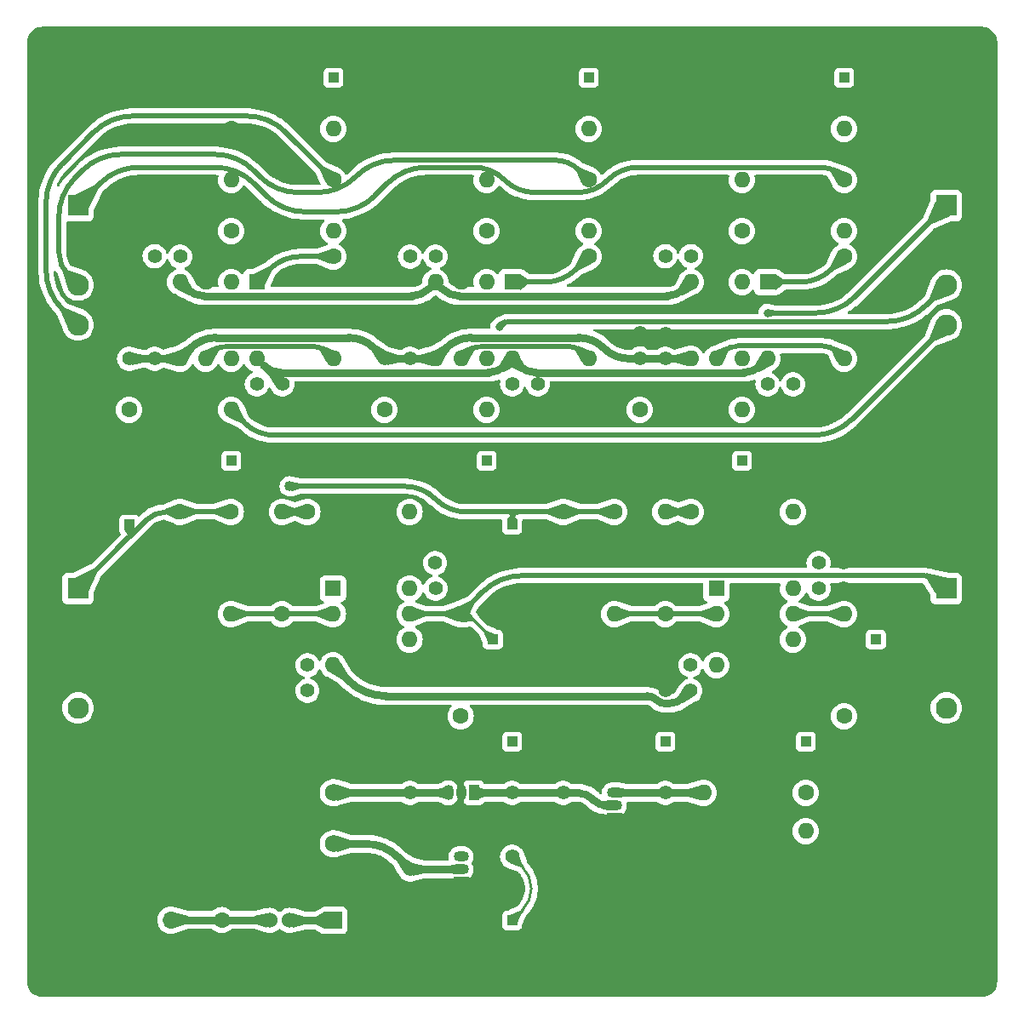
<source format=gbr>
%TF.GenerationSoftware,KiCad,Pcbnew,8.0.2*%
%TF.CreationDate,2024-06-01T12:45:59-06:00*%
%TF.ProjectId,amplifone-sega-adapter,616d706c-6966-46f6-9e65-2d736567612d,rev?*%
%TF.SameCoordinates,Original*%
%TF.FileFunction,Copper,L1,Top*%
%TF.FilePolarity,Positive*%
%FSLAX46Y46*%
G04 Gerber Fmt 4.6, Leading zero omitted, Abs format (unit mm)*
G04 Created by KiCad (PCBNEW 8.0.2) date 2024-06-01 12:45:59*
%MOMM*%
%LPD*%
G01*
G04 APERTURE LIST*
%TA.AperFunction,ComponentPad*%
%ADD10C,1.400000*%
%TD*%
%TA.AperFunction,ComponentPad*%
%ADD11C,1.600000*%
%TD*%
%TA.AperFunction,ComponentPad*%
%ADD12O,1.600000X1.600000*%
%TD*%
%TA.AperFunction,ComponentPad*%
%ADD13R,2.130000X2.130000*%
%TD*%
%TA.AperFunction,ComponentPad*%
%ADD14C,2.130000*%
%TD*%
%TA.AperFunction,ComponentPad*%
%ADD15C,0.800000*%
%TD*%
%TA.AperFunction,ComponentPad*%
%ADD16C,7.400000*%
%TD*%
%TA.AperFunction,ComponentPad*%
%ADD17R,1.000000X1.000000*%
%TD*%
%TA.AperFunction,ComponentPad*%
%ADD18R,1.600000X1.600000*%
%TD*%
%TA.AperFunction,ComponentPad*%
%ADD19R,1.725000X1.725000*%
%TD*%
%TA.AperFunction,ComponentPad*%
%ADD20C,1.725000*%
%TD*%
%TA.AperFunction,ComponentPad*%
%ADD21R,1.500000X1.050000*%
%TD*%
%TA.AperFunction,ComponentPad*%
%ADD22O,1.500000X1.050000*%
%TD*%
%TA.AperFunction,ComponentPad*%
%ADD23R,1.050000X1.500000*%
%TD*%
%TA.AperFunction,ComponentPad*%
%ADD24O,1.050000X1.500000*%
%TD*%
%TA.AperFunction,ComponentPad*%
%ADD25R,1.700000X1.700000*%
%TD*%
%TA.AperFunction,ComponentPad*%
%ADD26O,1.700000X1.700000*%
%TD*%
%TA.AperFunction,ComponentPad*%
%ADD27C,1.524000*%
%TD*%
%TA.AperFunction,ViaPad*%
%ADD28C,0.800000*%
%TD*%
%TA.AperFunction,ViaPad*%
%ADD29C,1.016000*%
%TD*%
%TA.AperFunction,Conductor*%
%ADD30C,0.762000*%
%TD*%
%TA.AperFunction,Conductor*%
%ADD31C,0.508000*%
%TD*%
%TA.AperFunction,Conductor*%
%ADD32C,0.254000*%
%TD*%
G04 APERTURE END LIST*
D10*
%TO.P,C33,1*%
%TO.N,+0V5*%
X35560000Y-55880000D03*
%TO.P,C33,2*%
%TO.N,GND*%
X35560000Y-53380000D03*
%TD*%
%TO.P,C32,1*%
%TO.N,+0V5*%
X33020000Y-55880000D03*
%TO.P,C32,2*%
%TO.N,GND*%
X33020000Y-53380000D03*
%TD*%
%TO.P,C31,1*%
%TO.N,+0V5*%
X60960000Y-55880000D03*
%TO.P,C31,2*%
%TO.N,GND*%
X60960000Y-53380000D03*
%TD*%
%TO.P,C30,1*%
%TO.N,+0V5*%
X58420000Y-55860000D03*
%TO.P,C30,2*%
%TO.N,GND*%
X58420000Y-53360000D03*
%TD*%
%TO.P,C24,1*%
%TO.N,GND*%
X86360000Y-43180000D03*
%TO.P,C24,2*%
%TO.N,-9V*%
X86360000Y-45680000D03*
%TD*%
D11*
%TO.P,R3,1*%
%TO.N,/amplifiers/X_IN*%
X43140000Y-71120000D03*
D12*
%TO.P,R3,2*%
%TO.N,Net-(U1A--)*%
X43140000Y-81280000D03*
%TD*%
D13*
%TO.P,J4,1,1*%
%TO.N,/amplifiers/R_OUT*%
X114300000Y-40640000D03*
D14*
%TO.P,J4,2,2*%
%TO.N,GND*%
X114300000Y-44600000D03*
%TO.P,J4,3,3*%
%TO.N,/amplifiers/G_OUT*%
X114300000Y-48560000D03*
%TO.P,J4,4,4*%
%TO.N,/amplifiers/B_OUT*%
X114300000Y-52520000D03*
%TD*%
D11*
%TO.P,R9,1*%
%TO.N,Net-(U2A--)*%
X93980000Y-43180000D03*
D12*
%TO.P,R9,2*%
%TO.N,Net-(R2-Pad1)*%
X104140000Y-43180000D03*
%TD*%
D10*
%TO.P,C9,1*%
%TO.N,+9V*%
X63460000Y-76200000D03*
%TO.P,C9,2*%
%TO.N,GND*%
X65960000Y-76200000D03*
%TD*%
D15*
%TO.P,H1,1,1*%
%TO.N,GND*%
X25165000Y-27940000D03*
X25977779Y-25977779D03*
X25977779Y-29902221D03*
X27940000Y-25165000D03*
D16*
X27940000Y-27940000D03*
D15*
X27940000Y-30715000D03*
X29902221Y-25977779D03*
X29902221Y-29902221D03*
X30715000Y-27940000D03*
%TD*%
%TO.P,H3,1,1*%
%TO.N,GND*%
X25165000Y-114300000D03*
X25977779Y-112337779D03*
X25977779Y-116262221D03*
X27940000Y-111525000D03*
D16*
X27940000Y-114300000D03*
D15*
X27940000Y-117075000D03*
X29902221Y-112337779D03*
X29902221Y-116262221D03*
X30715000Y-114300000D03*
%TD*%
D11*
%TO.P,R21,1*%
%TO.N,Net-(R21-Pad1)*%
X53340000Y-45720000D03*
D12*
%TO.P,R21,2*%
%TO.N,Net-(U5B--)*%
X53340000Y-55880000D03*
%TD*%
D11*
%TO.P,R7,1*%
%TO.N,Net-(U2B--)*%
X83820000Y-60960000D03*
D12*
%TO.P,R7,2*%
%TO.N,/amplifiers/R_OUT*%
X93980000Y-60960000D03*
%TD*%
D10*
%TO.P,C16,1*%
%TO.N,+9V*%
X71120000Y-58420000D03*
%TO.P,C16,2*%
%TO.N,GND*%
X71120000Y-60920000D03*
%TD*%
D17*
%TO.P,TP12,1,1*%
%TO.N,/amplifiers/B_OUT*%
X43180000Y-66040000D03*
%TD*%
D11*
%TO.P,R8,1*%
%TO.N,Net-(U1A--)*%
X48220000Y-81280000D03*
D12*
%TO.P,R8,2*%
%TO.N,Net-(R1-Pad1)*%
X48220000Y-71120000D03*
%TD*%
D18*
%TO.P,U5,1*%
%TO.N,Net-(R21-Pad1)*%
X45720000Y-48260000D03*
D12*
%TO.P,U5,2,-*%
%TO.N,Net-(U5A--)*%
X43180000Y-48260000D03*
%TO.P,U5,3,+*%
%TO.N,GND*%
X40640000Y-48260000D03*
%TO.P,U5,4,V-*%
%TO.N,-9V*%
X38100000Y-48260000D03*
%TO.P,U5,5,+*%
%TO.N,+0V5*%
X38100000Y-55880000D03*
%TO.P,U5,6,-*%
%TO.N,Net-(U5B--)*%
X40640000Y-55880000D03*
%TO.P,U5,7*%
%TO.N,/amplifiers/B_OUT*%
X43180000Y-55880000D03*
%TO.P,U5,8,V+*%
%TO.N,+9V*%
X45720000Y-55880000D03*
%TD*%
D13*
%TO.P,J3,1,1*%
%TO.N,/amplifiers/X_OUT*%
X114300000Y-78740000D03*
D14*
%TO.P,J3,2,2*%
%TO.N,GND*%
X114300000Y-82700000D03*
%TO.P,J3,3,3*%
X114300000Y-86660000D03*
%TO.P,J3,4,4*%
%TO.N,/amplifiers/Y_OUT*%
X114300000Y-90620000D03*
%TD*%
D17*
%TO.P,TP6,1,1*%
%TO.N,/amplifiers/G_IN*%
X78740000Y-27940000D03*
%TD*%
D11*
%TO.P,R5,1*%
%TO.N,/amplifiers/X_IN*%
X38060000Y-71120000D03*
D12*
%TO.P,R5,2*%
%TO.N,GND*%
X38060000Y-81280000D03*
%TD*%
D17*
%TO.P,TP9,1,1*%
%TO.N,/amplifiers/Y_IN*%
X71120000Y-72390000D03*
%TD*%
D10*
%TO.P,C4,1*%
%TO.N,+0V5*%
X86360000Y-55880000D03*
%TO.P,C4,2*%
%TO.N,GND*%
X86360000Y-53380000D03*
%TD*%
D11*
%TO.P,R22,1*%
%TO.N,/amplifiers/B_IN*%
X53340000Y-38100000D03*
D12*
%TO.P,R22,2*%
%TO.N,Net-(U5A--)*%
X43180000Y-38100000D03*
%TD*%
D10*
%TO.P,C15,1*%
%TO.N,+9V*%
X73660000Y-58420000D03*
%TO.P,C15,2*%
%TO.N,GND*%
X73660000Y-60920000D03*
%TD*%
D11*
%TO.P,R2,1*%
%TO.N,Net-(R2-Pad1)*%
X104140000Y-45720000D03*
D12*
%TO.P,R2,2*%
%TO.N,Net-(U2B--)*%
X104140000Y-55880000D03*
%TD*%
D17*
%TO.P,TP2,1,1*%
%TO.N,-9V*%
X71120000Y-111760000D03*
%TD*%
%TO.P,TP1,1,1*%
%TO.N,+9V*%
X71120000Y-93980000D03*
%TD*%
D18*
%TO.P,U4,1*%
%TO.N,Net-(R12-Pad1)*%
X91440000Y-78740000D03*
D12*
%TO.P,U4,2,-*%
%TO.N,Net-(U4A--)*%
X91440000Y-81280000D03*
%TO.P,U4,3,+*%
%TO.N,GND*%
X91440000Y-83820000D03*
%TO.P,U4,4,V-*%
%TO.N,-9V*%
X91440000Y-86360000D03*
%TO.P,U4,5,+*%
%TO.N,GND*%
X99060000Y-86360000D03*
%TO.P,U4,6,-*%
%TO.N,Net-(U4B--)*%
X99060000Y-83820000D03*
%TO.P,U4,7*%
%TO.N,/amplifiers/Y_OUT*%
X99060000Y-81280000D03*
%TO.P,U4,8,V+*%
%TO.N,+9V*%
X99060000Y-78740000D03*
%TD*%
D11*
%TO.P,R25,1*%
%TO.N,Net-(U5B--)*%
X33020000Y-60960000D03*
D12*
%TO.P,R25,2*%
%TO.N,/amplifiers/B_OUT*%
X43180000Y-60960000D03*
%TD*%
D17*
%TO.P,TP7,1,1*%
%TO.N,/amplifiers/B_IN*%
X53340000Y-27940000D03*
%TD*%
D10*
%TO.P,C12,1*%
%TO.N,+9V*%
X101600000Y-78740000D03*
%TO.P,C12,2*%
%TO.N,GND*%
X104100000Y-78740000D03*
%TD*%
%TO.P,C10,1*%
%TO.N,+9V*%
X63500000Y-78740000D03*
%TO.P,C10,2*%
%TO.N,GND*%
X66000000Y-78740000D03*
%TD*%
D17*
%TO.P,TP10,1,1*%
%TO.N,/amplifiers/R_OUT*%
X93980000Y-66040000D03*
%TD*%
D19*
%TO.P,PS1,1,+VIN*%
%TO.N,Net-(PS1-+VIN)*%
X53340000Y-111760000D03*
D20*
%TO.P,PS1,2,-VIN*%
%TO.N,GND*%
X53340000Y-109220000D03*
%TO.P,PS1,4,-VOUT*%
%TO.N,-12V*%
X53340000Y-104140000D03*
%TO.P,PS1,5,COM*%
%TO.N,GND*%
X53340000Y-101600000D03*
%TO.P,PS1,6,+VOUT*%
%TO.N,+12V*%
X53340000Y-99060000D03*
%TD*%
D10*
%TO.P,C6,1*%
%TO.N,+9V*%
X71120000Y-99060000D03*
%TO.P,C6,2*%
%TO.N,GND*%
X71120000Y-101560000D03*
%TD*%
%TO.P,C19,1*%
%TO.N,GND*%
X48260000Y-86360000D03*
%TO.P,C19,2*%
%TO.N,-9V*%
X50760000Y-86360000D03*
%TD*%
D21*
%TO.P,U8,1,GND*%
%TO.N,GND*%
X66040000Y-107950000D03*
D22*
%TO.P,U8,2,VI*%
%TO.N,-12V*%
X66040000Y-106680000D03*
%TO.P,U8,3,VO*%
%TO.N,-9V*%
X66040000Y-105410000D03*
%TD*%
D10*
%TO.P,C21,1*%
%TO.N,GND*%
X86360000Y-86360000D03*
%TO.P,C21,2*%
%TO.N,-9V*%
X88860000Y-86360000D03*
%TD*%
D11*
%TO.P,R6,1*%
%TO.N,GND*%
X93980000Y-33020000D03*
D12*
%TO.P,R6,2*%
%TO.N,/amplifiers/R_IN*%
X104140000Y-33020000D03*
%TD*%
D17*
%TO.P,TP13,1,1*%
%TO.N,/amplifiers/X_OUT*%
X69215000Y-83820000D03*
%TD*%
D15*
%TO.P,H4,1,1*%
%TO.N,GND*%
X111525000Y-114300000D03*
X112337779Y-112337779D03*
X112337779Y-116262221D03*
X114300000Y-111525000D03*
D16*
X114300000Y-114300000D03*
D15*
X114300000Y-117075000D03*
X116262221Y-112337779D03*
X116262221Y-116262221D03*
X117075000Y-114300000D03*
%TD*%
D10*
%TO.P,C5,1*%
%TO.N,+12V*%
X60960000Y-99060000D03*
%TO.P,C5,2*%
%TO.N,GND*%
X60960000Y-101560000D03*
%TD*%
D11*
%TO.P,R11,1*%
%TO.N,Net-(R11-Pad1)*%
X78740000Y-45720000D03*
D12*
%TO.P,R11,2*%
%TO.N,Net-(U3B--)*%
X78740000Y-55880000D03*
%TD*%
D17*
%TO.P,TP8,1,1*%
%TO.N,/amplifiers/X_IN*%
X33020000Y-72390000D03*
%TD*%
D11*
%TO.P,C29,1*%
%TO.N,+5V*%
X42240000Y-111720000D03*
%TO.P,C29,2*%
%TO.N,GND*%
X42240000Y-109220000D03*
%TD*%
D10*
%TO.P,C1,1*%
%TO.N,+9V*%
X76200000Y-99060000D03*
%TO.P,C1,2*%
%TO.N,GND*%
X76200000Y-101560000D03*
%TD*%
D11*
%TO.P,R17,1*%
%TO.N,Net-(U3B--)*%
X58420000Y-60960000D03*
D12*
%TO.P,R17,2*%
%TO.N,/amplifiers/G_OUT*%
X68580000Y-60960000D03*
%TD*%
D11*
%TO.P,R13,1*%
%TO.N,/amplifiers/G_IN*%
X78740000Y-38100000D03*
D12*
%TO.P,R13,2*%
%TO.N,Net-(U3A--)*%
X68580000Y-38100000D03*
%TD*%
D11*
%TO.P,R10,1*%
%TO.N,Net-(U1B--)*%
X66000000Y-91440000D03*
D12*
%TO.P,R10,2*%
%TO.N,/amplifiers/X_OUT*%
X66000000Y-81280000D03*
%TD*%
D10*
%TO.P,C2,1*%
%TO.N,+1V5*%
X86360000Y-99060000D03*
%TO.P,C2,2*%
%TO.N,GND*%
X86360000Y-101560000D03*
%TD*%
D11*
%TO.P,R4,1*%
%TO.N,/amplifiers/R_IN*%
X104140000Y-38100000D03*
D12*
%TO.P,R4,2*%
%TO.N,Net-(U2A--)*%
X93980000Y-38100000D03*
%TD*%
D11*
%TO.P,R18,1*%
%TO.N,Net-(U3A--)*%
X68580000Y-43180000D03*
D12*
%TO.P,R18,2*%
%TO.N,Net-(R11-Pad1)*%
X78740000Y-43180000D03*
%TD*%
D10*
%TO.P,C17,1*%
%TO.N,+9V*%
X48260000Y-58420000D03*
%TO.P,C17,2*%
%TO.N,GND*%
X48260000Y-60920000D03*
%TD*%
D11*
%TO.P,R23,1*%
%TO.N,GND*%
X43180000Y-33020000D03*
D12*
%TO.P,R23,2*%
%TO.N,/amplifiers/B_IN*%
X53340000Y-33020000D03*
%TD*%
D21*
%TO.P,U6,1,GND*%
%TO.N,GND*%
X81280000Y-101600000D03*
D22*
%TO.P,U6,2,VI*%
%TO.N,+9V*%
X81280000Y-100330000D03*
%TO.P,U6,3,VO*%
%TO.N,+1V5*%
X81280000Y-99060000D03*
%TD*%
D10*
%TO.P,C26,1*%
%TO.N,GND*%
X60960000Y-43220000D03*
%TO.P,C26,2*%
%TO.N,-9V*%
X60960000Y-45720000D03*
%TD*%
%TO.P,C18,1*%
%TO.N,+9V*%
X45720000Y-58420000D03*
%TO.P,C18,2*%
%TO.N,GND*%
X45720000Y-60920000D03*
%TD*%
D18*
%TO.P,U2,1*%
%TO.N,Net-(R2-Pad1)*%
X96520000Y-48260000D03*
D12*
%TO.P,U2,2,-*%
%TO.N,Net-(U2A--)*%
X93980000Y-48260000D03*
%TO.P,U2,3,+*%
%TO.N,GND*%
X91440000Y-48260000D03*
%TO.P,U2,4,V-*%
%TO.N,-9V*%
X88900000Y-48260000D03*
%TO.P,U2,5,+*%
%TO.N,+0V5*%
X88900000Y-55880000D03*
%TO.P,U2,6,-*%
%TO.N,Net-(U2B--)*%
X91440000Y-55880000D03*
%TO.P,U2,7*%
%TO.N,/amplifiers/R_OUT*%
X93980000Y-55880000D03*
%TO.P,U2,8,V+*%
%TO.N,+9V*%
X96520000Y-55880000D03*
%TD*%
D17*
%TO.P,TP3,1,1*%
%TO.N,+1V5*%
X86360000Y-93980000D03*
%TD*%
D18*
%TO.P,U1,1*%
%TO.N,Net-(R1-Pad1)*%
X53300000Y-78740000D03*
D12*
%TO.P,U1,2,-*%
%TO.N,Net-(U1A--)*%
X53300000Y-81280000D03*
%TO.P,U1,3,+*%
%TO.N,GND*%
X53300000Y-83820000D03*
%TO.P,U1,4,V-*%
%TO.N,-9V*%
X53300000Y-86360000D03*
%TO.P,U1,5,+*%
%TO.N,GND*%
X60920000Y-86360000D03*
%TO.P,U1,6,-*%
%TO.N,Net-(U1B--)*%
X60920000Y-83820000D03*
%TO.P,U1,7*%
%TO.N,/amplifiers/X_OUT*%
X60920000Y-81280000D03*
%TO.P,U1,8,V+*%
%TO.N,+9V*%
X60920000Y-78740000D03*
%TD*%
D11*
%TO.P,R15,1*%
%TO.N,GND*%
X68580000Y-33020000D03*
D12*
%TO.P,R15,2*%
%TO.N,/amplifiers/G_IN*%
X78740000Y-33020000D03*
%TD*%
D10*
%TO.P,C7,1*%
%TO.N,-12V*%
X60960000Y-106680000D03*
%TO.P,C7,2*%
%TO.N,GND*%
X60960000Y-109180000D03*
%TD*%
D11*
%TO.P,R26,1*%
%TO.N,GND*%
X90170000Y-102870000D03*
D12*
%TO.P,R26,2*%
%TO.N,+0V5*%
X100330000Y-102870000D03*
%TD*%
D11*
%TO.P,R16,1*%
%TO.N,/amplifiers/Y_IN*%
X76200000Y-71120000D03*
D12*
%TO.P,R16,2*%
%TO.N,GND*%
X76200000Y-81280000D03*
%TD*%
D11*
%TO.P,R19,1*%
%TO.N,Net-(U4A--)*%
X86360000Y-81280000D03*
D12*
%TO.P,R19,2*%
%TO.N,Net-(R12-Pad1)*%
X86360000Y-71120000D03*
%TD*%
D11*
%TO.P,R27,1*%
%TO.N,Net-(U5A--)*%
X43180000Y-43180000D03*
D12*
%TO.P,R27,2*%
%TO.N,Net-(R21-Pad1)*%
X53340000Y-43180000D03*
%TD*%
D10*
%TO.P,C13,1*%
%TO.N,+9V*%
X99060000Y-58420000D03*
%TO.P,C13,2*%
%TO.N,GND*%
X99060000Y-60920000D03*
%TD*%
D23*
%TO.P,U7,1,VO*%
%TO.N,+9V*%
X67310000Y-99060000D03*
D24*
%TO.P,U7,2,GND*%
%TO.N,GND*%
X66040000Y-99060000D03*
%TO.P,U7,3,VI*%
%TO.N,+12V*%
X64770000Y-99060000D03*
%TD*%
D10*
%TO.P,C23,1*%
%TO.N,GND*%
X88900000Y-43180000D03*
%TO.P,C23,2*%
%TO.N,-9V*%
X88900000Y-45680000D03*
%TD*%
D18*
%TO.P,U3,1*%
%TO.N,Net-(R11-Pad1)*%
X71120000Y-48260000D03*
D12*
%TO.P,U3,2,-*%
%TO.N,Net-(U3A--)*%
X68580000Y-48260000D03*
%TO.P,U3,3,+*%
%TO.N,GND*%
X66040000Y-48260000D03*
%TO.P,U3,4,V-*%
%TO.N,-9V*%
X63500000Y-48260000D03*
%TO.P,U3,5,+*%
%TO.N,+0V5*%
X63500000Y-55880000D03*
%TO.P,U3,6,-*%
%TO.N,Net-(U3B--)*%
X66040000Y-55880000D03*
%TO.P,U3,7*%
%TO.N,/amplifiers/G_OUT*%
X68580000Y-55880000D03*
%TO.P,U3,8,V+*%
%TO.N,+9V*%
X71120000Y-55880000D03*
%TD*%
D11*
%TO.P,R12,1*%
%TO.N,Net-(R12-Pad1)*%
X88900000Y-71120000D03*
D12*
%TO.P,R12,2*%
%TO.N,Net-(U4B--)*%
X99060000Y-71120000D03*
%TD*%
D25*
%TO.P,J0,1,Pin_1*%
%TO.N,GND*%
X37160000Y-106640000D03*
D26*
%TO.P,J0,2,Pin_2*%
X37160000Y-109180000D03*
%TO.P,J0,3,Pin_3*%
%TO.N,+5V*%
X37160000Y-111720000D03*
%TD*%
D27*
%TO.P,L1,1,1*%
%TO.N,+5V*%
X46990000Y-111760000D03*
%TO.P,L1,2,2*%
%TO.N,Net-(PS1-+VIN)*%
X48990000Y-111760000D03*
%TD*%
D10*
%TO.P,C28,1*%
%TO.N,GND*%
X35560000Y-43180000D03*
%TO.P,C28,2*%
%TO.N,-9V*%
X35560000Y-45680000D03*
%TD*%
D17*
%TO.P,TP4,1,1*%
%TO.N,+0V5*%
X100330000Y-93980000D03*
%TD*%
D11*
%TO.P,R20,1*%
%TO.N,Net-(U4B--)*%
X104140000Y-91440000D03*
D12*
%TO.P,R20,2*%
%TO.N,/amplifiers/Y_OUT*%
X104140000Y-81280000D03*
%TD*%
D11*
%TO.P,R14,1*%
%TO.N,/amplifiers/Y_IN*%
X81280000Y-71120000D03*
D12*
%TO.P,R14,2*%
%TO.N,Net-(U4A--)*%
X81280000Y-81280000D03*
%TD*%
D10*
%TO.P,C25,1*%
%TO.N,GND*%
X63500000Y-43220000D03*
%TO.P,C25,2*%
%TO.N,-9V*%
X63500000Y-45720000D03*
%TD*%
%TO.P,C20,1*%
%TO.N,GND*%
X48260000Y-88900000D03*
%TO.P,C20,2*%
%TO.N,-9V*%
X50760000Y-88900000D03*
%TD*%
D15*
%TO.P,H2,1,1*%
%TO.N,GND*%
X111525000Y-27940000D03*
X112337779Y-25977779D03*
X112337779Y-29902221D03*
X114300000Y-25165000D03*
D16*
X114300000Y-27940000D03*
D15*
X114300000Y-30715000D03*
X116262221Y-25977779D03*
X116262221Y-29902221D03*
X117075000Y-27940000D03*
%TD*%
D11*
%TO.P,R24,1*%
%TO.N,+0V5*%
X100330000Y-99060000D03*
D12*
%TO.P,R24,2*%
%TO.N,+1V5*%
X90170000Y-99060000D03*
%TD*%
D10*
%TO.P,C8,1*%
%TO.N,-9V*%
X71120000Y-105410000D03*
%TO.P,C8,2*%
%TO.N,GND*%
X71120000Y-107910000D03*
%TD*%
%TO.P,C14,1*%
%TO.N,+9V*%
X96520000Y-58420000D03*
%TO.P,C14,2*%
%TO.N,GND*%
X96520000Y-60920000D03*
%TD*%
D17*
%TO.P,TP11,1,1*%
%TO.N,/amplifiers/G_OUT*%
X68580000Y-66040000D03*
%TD*%
D11*
%TO.P,R1,1*%
%TO.N,Net-(R1-Pad1)*%
X50760000Y-71120000D03*
D12*
%TO.P,R1,2*%
%TO.N,Net-(U1B--)*%
X60920000Y-71120000D03*
%TD*%
D13*
%TO.P,J1,1,1*%
%TO.N,/amplifiers/X_IN*%
X27940000Y-78740000D03*
D14*
%TO.P,J1,2,2*%
%TO.N,GND*%
X27940000Y-82700000D03*
%TO.P,J1,3,3*%
X27940000Y-86660000D03*
%TO.P,J1,4,4*%
%TO.N,/amplifiers/Y_IN*%
X27940000Y-90620000D03*
%TD*%
D17*
%TO.P,TP14,1,1*%
%TO.N,/amplifiers/Y_OUT*%
X107315000Y-83820000D03*
%TD*%
D13*
%TO.P,J2,1,1*%
%TO.N,/amplifiers/R_IN*%
X27940000Y-40640000D03*
D14*
%TO.P,J2,2,2*%
%TO.N,GND*%
X27940000Y-44600000D03*
%TO.P,J2,3,3*%
%TO.N,/amplifiers/G_IN*%
X27940000Y-48560000D03*
%TO.P,J2,4,4*%
%TO.N,/amplifiers/B_IN*%
X27940000Y-52520000D03*
%TD*%
D10*
%TO.P,C22,1*%
%TO.N,GND*%
X86360000Y-88900000D03*
%TO.P,C22,2*%
%TO.N,-9V*%
X88860000Y-88900000D03*
%TD*%
%TO.P,C3,2*%
%TO.N,GND*%
X83820000Y-53340000D03*
%TO.P,C3,1*%
%TO.N,+0V5*%
X83820000Y-55840000D03*
%TD*%
D17*
%TO.P,TP5,1,1*%
%TO.N,/amplifiers/R_IN*%
X104140000Y-27940000D03*
%TD*%
D10*
%TO.P,C11,1*%
%TO.N,+9V*%
X101600000Y-76200000D03*
%TO.P,C11,2*%
%TO.N,GND*%
X104100000Y-76200000D03*
%TD*%
%TO.P,C27,1*%
%TO.N,GND*%
X38100000Y-43220000D03*
%TO.P,C27,2*%
%TO.N,-9V*%
X38100000Y-45720000D03*
%TD*%
D28*
%TO.N,/amplifiers/R_OUT*%
X96520000Y-51332000D03*
%TO.N,/amplifiers/G_OUT*%
X69850000Y-52705000D03*
D29*
%TO.N,/amplifiers/Y_IN*%
X48986576Y-68580000D03*
%TD*%
D30*
%TO.N,+5V*%
X46970000Y-111740000D02*
G75*
G03*
X46921715Y-111719993I-48300J-48300D01*
G01*
D31*
%TO.N,Net-(U5B--)*%
X42780711Y-54626000D02*
G75*
G03*
X41266997Y-55252997I-11J-2140700D01*
G01*
X52713000Y-55253000D02*
G75*
G03*
X51199288Y-54626005I-1513700J-1513700D01*
G01*
%TO.N,Net-(R21-Pad1)*%
X50056051Y-45720000D02*
G75*
G03*
X46989985Y-46989985I-51J-4336000D01*
G01*
%TO.N,Net-(R11-Pad1)*%
X77470000Y-46990000D02*
G75*
G02*
X74403948Y-48260020I-3066100J3066100D01*
G01*
%TO.N,Net-(R2-Pad1)*%
X102870000Y-46990000D02*
G75*
G02*
X99803948Y-48260020I-3066100J3066100D01*
G01*
%TO.N,/amplifiers/B_OUT*%
X44450000Y-62230000D02*
G75*
G03*
X47516051Y-63500020I3066100J3066100D01*
G01*
X104913792Y-61906207D02*
G75*
G02*
X101066036Y-63500010I-3847792J3847807D01*
G01*
%TO.N,/amplifiers/B_IN*%
X48583792Y-33343792D02*
G75*
G03*
X44736036Y-31749989I-3847792J-3847808D01*
G01*
X24765000Y-47099935D02*
G75*
G03*
X26352499Y-50932501I5420060J-5D01*
G01*
X26358792Y-36506207D02*
G75*
G03*
X24764959Y-40353963I3847708J-3847793D01*
G01*
X33368963Y-31750000D02*
G75*
G03*
X29521236Y-33343821I37J-5441500D01*
G01*
%TO.N,/amplifiers/G_OUT*%
X112267792Y-50592207D02*
G75*
G02*
X108420036Y-52186010I-3847792J3847807D01*
G01*
X70735988Y-52186000D02*
G75*
G03*
X70109503Y-52445503I12J-886000D01*
G01*
%TO.N,Net-(U2B--)*%
X103505000Y-55245000D02*
G75*
G03*
X101971974Y-54610011I-1533000J-1533000D01*
G01*
X93608025Y-54610000D02*
G75*
G03*
X92074992Y-55244992I-25J-2168000D01*
G01*
%TO.N,/amplifiers/G_IN*%
X46015207Y-37760207D02*
G75*
G03*
X49862963Y-39354011I3847793J3847807D01*
G01*
X77759000Y-37119000D02*
G75*
G03*
X75390656Y-36138018I-2368300J-2368300D01*
G01*
X32235963Y-35560000D02*
G75*
G03*
X28388215Y-37153801I37J-5441600D01*
G01*
X27628792Y-37913207D02*
G75*
G03*
X26034959Y-41760963I3847708J-3847793D01*
G01*
X26035000Y-45307961D02*
G75*
G03*
X26987503Y-47607497I3252030J1D01*
G01*
X45408792Y-37153792D02*
G75*
G03*
X41561036Y-35559989I-3847792J-3847808D01*
G01*
X59460963Y-36138000D02*
G75*
G03*
X55613215Y-37731801I37J-5441600D01*
G01*
X55584792Y-37760207D02*
G75*
G02*
X51737036Y-39354010I-3847792J3847807D01*
G01*
%TO.N,/amplifiers/Y_IN*%
X63500000Y-69850000D02*
G75*
G03*
X66566051Y-71120020I3066100J3066100D01*
G01*
D32*
X71120000Y-71755000D02*
G75*
G03*
X70485000Y-71120000I-635000J0D01*
G01*
D31*
X71755000Y-71120000D02*
G75*
G03*
X71120000Y-71755000I0J-635000D01*
G01*
X63500000Y-69850000D02*
G75*
G03*
X60433948Y-68579980I-3066100J-3066100D01*
G01*
X70485000Y-71120000D02*
X71755000Y-71120000D01*
D32*
%TO.N,/amplifiers/X_OUT*%
X66913648Y-81518648D02*
G75*
G03*
X66337500Y-81280001I-576148J-576152D01*
G01*
D31*
X65662500Y-81280000D02*
G75*
G03*
X66238649Y-81041352I0J814800D01*
G01*
X66238648Y-81041351D02*
G75*
G03*
X66337500Y-81279996I98852J-98849D01*
G01*
X72063963Y-77470000D02*
G75*
G03*
X68216236Y-79063821I37J-5441500D01*
G01*
X113665000Y-78105000D02*
G75*
G03*
X112131974Y-77470011I-1533000J-1533000D01*
G01*
D32*
X66337500Y-81280000D02*
X65662500Y-81280000D01*
D31*
%TO.N,/amplifiers/R_OUT*%
X105201792Y-49738207D02*
G75*
G02*
X101354036Y-51332010I-3847792J3847807D01*
G01*
%TO.N,Net-(U3B--)*%
X68180711Y-54626000D02*
G75*
G03*
X66666997Y-55252997I-11J-2140700D01*
G01*
X78113000Y-55253000D02*
G75*
G03*
X76599288Y-54626005I-1513700J-1513700D01*
G01*
%TO.N,/amplifiers/R_IN*%
X57473792Y-39681206D02*
G75*
G02*
X53626036Y-41275010I-3847792J3847806D01*
G01*
X33987963Y-36846000D02*
G75*
G03*
X30140236Y-38439821I37J-5441500D01*
G01*
X80645000Y-38100000D02*
G75*
G02*
X77617576Y-39353990I-3027400J3027400D01*
G01*
X70353424Y-38100000D02*
G75*
G03*
X67326000Y-36845993I-3027424J-3027400D01*
G01*
X46666207Y-39681207D02*
G75*
G03*
X50513963Y-41275011I3847793J3847807D01*
G01*
X103513000Y-37473000D02*
G75*
G03*
X101999288Y-36846005I-1513700J-1513700D01*
G01*
X83672423Y-36846000D02*
G75*
G03*
X80644993Y-38099993I-23J-4281400D01*
G01*
X70353424Y-38100000D02*
G75*
G03*
X73380847Y-39353973I3027376J3027400D01*
G01*
X45424792Y-38439792D02*
G75*
G03*
X41577036Y-36845989I-3847792J-3847808D01*
G01*
X62562963Y-36846000D02*
G75*
G03*
X58715236Y-38439821I37J-5441500D01*
G01*
%TO.N,/amplifiers/X_IN*%
X27954142Y-78685857D02*
G75*
G03*
X27940004Y-78720000I34158J-34143D01*
G01*
X33009999Y-73629999D02*
X33010000Y-73630000D01*
X36790000Y-71120000D02*
G75*
G03*
X34621985Y-72018036I0J-3066000D01*
G01*
D32*
X33020000Y-73605857D02*
G75*
G02*
X33010012Y-73630012I-34100J-43D01*
G01*
D31*
X32990000Y-73650000D02*
X33009999Y-73629999D01*
D32*
X33010000Y-73630000D02*
X32990000Y-73650000D01*
D30*
%TO.N,+0V5*%
X80235500Y-54835500D02*
G75*
G03*
X77713853Y-53791019I-2521600J-2521600D01*
G01*
X80235500Y-54835500D02*
G75*
G03*
X82757146Y-55879981I2521600J2521600D01*
G01*
X57395500Y-54835500D02*
G75*
G03*
X54873853Y-53791019I-2521600J-2521600D01*
G01*
X41666146Y-53791000D02*
G75*
G03*
X39144487Y-54835487I-46J-3566100D01*
G01*
X67066146Y-53791000D02*
G75*
G03*
X64544487Y-54835487I-46J-3566100D01*
G01*
%TO.N,-12V*%
X59690000Y-105410000D02*
G75*
G03*
X56623948Y-104139980I-3066100J-3066100D01*
G01*
%TO.N,-9V*%
X38790500Y-48950500D02*
G75*
G03*
X40457514Y-49640994I1667000J1667000D01*
G01*
X54835304Y-87895304D02*
G75*
G03*
X58541855Y-89430624I3706596J3706604D01*
G01*
X62809500Y-48950500D02*
G75*
G02*
X61142485Y-49640994I-1667000J1667000D01*
G01*
X88197579Y-89562420D02*
G75*
G02*
X86704196Y-90180986I-1493379J1493420D01*
G01*
X85454196Y-89805804D02*
G75*
G03*
X86359999Y-90181000I905804J905804D01*
G01*
X64190500Y-48950500D02*
G75*
G03*
X62809500Y-48950500I-690500J-690498D01*
G01*
D32*
X73025000Y-108585000D02*
G75*
G02*
X72126985Y-110753036I-3066100J0D01*
G01*
X72126974Y-106416974D02*
G75*
G02*
X73024986Y-108585000I-2168074J-2168026D01*
G01*
D30*
X64190500Y-48950500D02*
G75*
G03*
X65857514Y-49640994I1667000J1667000D01*
G01*
X88209500Y-48950500D02*
G75*
G02*
X86542485Y-49640994I-1667000J1667000D01*
G01*
X85454196Y-89805804D02*
G75*
G03*
X84548392Y-89430611I-905796J-905796D01*
G01*
%TO.N,+9V*%
X71810500Y-56570500D02*
G75*
G03*
X73477514Y-57260994I1667000J1667000D01*
G01*
X70429500Y-56570500D02*
G75*
G02*
X68762485Y-57260994I-1667000J1667000D01*
G01*
X95829500Y-56570500D02*
G75*
G02*
X94162485Y-57260994I-1667000J1667000D01*
G01*
X79133000Y-99695000D02*
G75*
G03*
X77599974Y-99060011I-1533000J-1533000D01*
G01*
X46410500Y-56570500D02*
X46410500Y-56570500D01*
X79233427Y-99795427D02*
G75*
G03*
X80524000Y-100330013I1290573J1290527D01*
G01*
X46410500Y-56570500D02*
G75*
G03*
X48077514Y-57260994I1667000J1667000D01*
G01*
D32*
%TO.N,/amplifiers/X_OUT*%
X66913648Y-81518648D02*
X69215000Y-83820000D01*
D31*
X66238648Y-81041351D02*
X68216207Y-79063792D01*
X72063963Y-77470000D02*
X112131974Y-77470000D01*
X113665000Y-78105000D02*
X114300000Y-78740000D01*
D30*
%TO.N,-9V*%
X54835304Y-87895304D02*
X53300000Y-86360000D01*
X58541855Y-89430608D02*
X84548392Y-89430608D01*
X86704196Y-90181000D02*
X86359999Y-90181000D01*
X88197579Y-89562420D02*
X88860000Y-88900000D01*
D31*
%TO.N,/amplifiers/Y_IN*%
X48986576Y-68580000D02*
X60433948Y-68580000D01*
X66566051Y-71120000D02*
X70485000Y-71120000D01*
%TO.N,/amplifiers/R_OUT*%
X101354036Y-51332000D02*
X96520000Y-51332000D01*
X105201792Y-49738207D02*
X114300000Y-40640000D01*
%TO.N,/amplifiers/G_OUT*%
X70109500Y-52445500D02*
X69850000Y-52705000D01*
X108420036Y-52186000D02*
X70735988Y-52186000D01*
X112267792Y-50592207D02*
X114300000Y-48560000D01*
%TO.N,/amplifiers/B_OUT*%
X104913792Y-61906207D02*
X114300000Y-52520000D01*
X47516051Y-63500000D02*
X101066036Y-63500000D01*
X44450000Y-62230000D02*
X43180000Y-60960000D01*
D30*
%TO.N,+0V5*%
X38100000Y-55880000D02*
X39144500Y-54835500D01*
X54873853Y-53791000D02*
X41666146Y-53791000D01*
X58440000Y-55880000D02*
X57395500Y-54835500D01*
X63500000Y-55880000D02*
X58440000Y-55880000D01*
X63500000Y-55880000D02*
X64544500Y-54835500D01*
X77713853Y-53791000D02*
X67066146Y-53791000D01*
X82757146Y-55880000D02*
X88900000Y-55880000D01*
%TO.N,+9V*%
X68762485Y-57261000D02*
X48077514Y-57261000D01*
X70429500Y-56570500D02*
X71120000Y-55880000D01*
D31*
%TO.N,Net-(U2B--)*%
X92075000Y-55245000D02*
X91440000Y-55880000D01*
X101971974Y-54610000D02*
X93608025Y-54610000D01*
X103505000Y-55245000D02*
X104140000Y-55880000D01*
%TO.N,Net-(U3B--)*%
X66667000Y-55253000D02*
X66040000Y-55880000D01*
X68180711Y-54626000D02*
X76599288Y-54626000D01*
X78113000Y-55253000D02*
X78740000Y-55880000D01*
%TO.N,Net-(U5B--)*%
X41267000Y-55253000D02*
X40640000Y-55880000D01*
X42780711Y-54626000D02*
X51199288Y-54626000D01*
X52713000Y-55253000D02*
X53340000Y-55880000D01*
%TO.N,/amplifiers/Y_IN*%
X71755000Y-71120000D02*
X76200000Y-71120000D01*
D32*
X71120000Y-71755000D02*
X71120000Y-72390000D01*
D30*
%TO.N,+0V5*%
X38100000Y-55880000D02*
X33020000Y-55880000D01*
%TO.N,+9V*%
X95829500Y-56570500D02*
X96520000Y-55880000D01*
X73477514Y-57261000D02*
X94162485Y-57261000D01*
X71810500Y-56570500D02*
X71120000Y-55880000D01*
X46410500Y-56570500D02*
X48260000Y-58420000D01*
%TO.N,-9V*%
X88209500Y-48950500D02*
X88900000Y-48260000D01*
X65857514Y-49641000D02*
X86542485Y-49641000D01*
X40457514Y-49641000D02*
X61142485Y-49641000D01*
X38790500Y-48950500D02*
X38100000Y-48260000D01*
D31*
%TO.N,/amplifiers/B_IN*%
X48583792Y-33343792D02*
X53340000Y-38100000D01*
X26358792Y-36506207D02*
X29521207Y-33343792D01*
X26352500Y-50932500D02*
X27940000Y-52520000D01*
X44736036Y-31750000D02*
X33368963Y-31750000D01*
X24765000Y-47099935D02*
X24765000Y-40353963D01*
%TO.N,/amplifiers/G_IN*%
X77759000Y-37119000D02*
X78740000Y-38100000D01*
X46015207Y-37760207D02*
X45408792Y-37153792D01*
X75390656Y-36138000D02*
X59460963Y-36138000D01*
X28388206Y-37153792D02*
X27628792Y-37913207D01*
X55613206Y-37731792D02*
X55584792Y-37760207D01*
X49862963Y-39354000D02*
X51737036Y-39354000D01*
X26035000Y-41760963D02*
X26035000Y-45307961D01*
X32235963Y-35560000D02*
X41561036Y-35560000D01*
X26987500Y-47607500D02*
X27940000Y-48560000D01*
%TO.N,/amplifiers/R_IN*%
X103513000Y-37473000D02*
X104140000Y-38100000D01*
X101999288Y-36846000D02*
X83672423Y-36846000D01*
X77617576Y-39354000D02*
X73380847Y-39354000D01*
X67326000Y-36846000D02*
X62562963Y-36846000D01*
X57473792Y-39681206D02*
X58715207Y-38439792D01*
X53626036Y-41275000D02*
X50513963Y-41275000D01*
X46666207Y-39681207D02*
X45424792Y-38439792D01*
X33987963Y-36846000D02*
X41577036Y-36846000D01*
X30140207Y-38439792D02*
X27940000Y-40640000D01*
%TO.N,/amplifiers/X_IN*%
X27954142Y-78685857D02*
X32990000Y-73650000D01*
X33009999Y-73629999D02*
X34621974Y-72018025D01*
D32*
X33020000Y-73605857D02*
X33020000Y-72390000D01*
D31*
%TO.N,/amplifiers/Y_OUT*%
X99060000Y-81280000D02*
X104140000Y-81280000D01*
%TO.N,Net-(R11-Pad1)*%
X74403948Y-48260000D02*
X71120000Y-48260000D01*
X77470000Y-46990000D02*
X78740000Y-45720000D01*
%TO.N,Net-(R2-Pad1)*%
X99803948Y-48260000D02*
X96520000Y-48260000D01*
X102870000Y-46990000D02*
X104140000Y-45720000D01*
%TO.N,/amplifiers/X_IN*%
X27940000Y-78720000D02*
X27940000Y-78740000D01*
X38060000Y-71120000D02*
X36790000Y-71120000D01*
%TO.N,Net-(U4A--)*%
X81280000Y-81280000D02*
X91440000Y-81280000D01*
%TO.N,/amplifiers/Y_IN*%
X76200000Y-71120000D02*
X81280000Y-71120000D01*
%TO.N,Net-(U1A--)*%
X43140000Y-81280000D02*
X53300000Y-81280000D01*
%TO.N,/amplifiers/X_OUT*%
X65662500Y-81280000D02*
X60920000Y-81280000D01*
%TO.N,Net-(R12-Pad1)*%
X88900000Y-71120000D02*
X86360000Y-71120000D01*
%TO.N,Net-(R1-Pad1)*%
X50760000Y-71120000D02*
X48220000Y-71120000D01*
%TO.N,/amplifiers/X_IN*%
X38060000Y-71120000D02*
X43140000Y-71120000D01*
D30*
%TO.N,+1V5*%
X81280000Y-99060000D02*
X90170000Y-99060000D01*
%TO.N,+9V*%
X77599974Y-99060000D02*
X67310000Y-99060000D01*
X79133000Y-99695000D02*
X79233427Y-99795427D01*
X80524000Y-100330000D02*
X81280000Y-100330000D01*
%TO.N,-12V*%
X60960000Y-106680000D02*
X66040000Y-106680000D01*
%TO.N,+12V*%
X53340000Y-99060000D02*
X64770000Y-99060000D01*
%TO.N,-12V*%
X56623948Y-104140000D02*
X53340000Y-104140000D01*
X60960000Y-106680000D02*
X59690000Y-105410000D01*
%TO.N,Net-(PS1-+VIN)*%
X53340000Y-111760000D02*
X48990000Y-111760000D01*
%TO.N,+5V*%
X46921715Y-111720000D02*
X37160000Y-111720000D01*
X46970000Y-111740000D02*
X46990000Y-111760000D01*
D32*
%TO.N,-9V*%
X72126974Y-110753025D02*
X71120000Y-111760000D01*
X72126974Y-106416974D02*
X71120000Y-105410000D01*
D31*
X35600000Y-45720000D02*
X35560000Y-45680000D01*
%TO.N,Net-(R21-Pad1)*%
X46990000Y-46990000D02*
X45720000Y-48260000D01*
X50056051Y-45720000D02*
X53340000Y-45720000D01*
%TD*%
%TA.AperFunction,Conductor*%
%TO.N,GND*%
G36*
X44738473Y-32504595D02*
G01*
X45098921Y-32518760D01*
X45108593Y-32519521D01*
X45464427Y-32561639D01*
X45474001Y-32563155D01*
X45825442Y-32633062D01*
X45834872Y-32635326D01*
X46179725Y-32732587D01*
X46188954Y-32735585D01*
X46525115Y-32859602D01*
X46534110Y-32863328D01*
X46859489Y-33013330D01*
X46868160Y-33017749D01*
X47180758Y-33192813D01*
X47189042Y-33197890D01*
X47262088Y-33246697D01*
X47486956Y-33396949D01*
X47494832Y-33402672D01*
X47776199Y-33624483D01*
X47783603Y-33630806D01*
X48048686Y-33875846D01*
X48052196Y-33879221D01*
X51584984Y-37412008D01*
X51610185Y-37448370D01*
X52050191Y-38416225D01*
X52060017Y-38485401D01*
X52030883Y-38548907D01*
X51972040Y-38586581D01*
X51942178Y-38591448D01*
X51739728Y-38599404D01*
X51734859Y-38599500D01*
X49865394Y-38599500D01*
X49860525Y-38599404D01*
X49500094Y-38585240D01*
X49490388Y-38584476D01*
X49134594Y-38542363D01*
X49124977Y-38540840D01*
X48773575Y-38470940D01*
X48764108Y-38468667D01*
X48419290Y-38371417D01*
X48410030Y-38368409D01*
X48073883Y-38244396D01*
X48064888Y-38240670D01*
X47739509Y-38090668D01*
X47730848Y-38086255D01*
X47418228Y-37911179D01*
X47409947Y-37906104D01*
X47360855Y-37873302D01*
X47182941Y-37754423D01*
X47112042Y-37707050D01*
X47104166Y-37701327D01*
X46822799Y-37479516D01*
X46815411Y-37473208D01*
X46550284Y-37228126D01*
X46546780Y-37224756D01*
X46219772Y-36897748D01*
X45889758Y-36567733D01*
X45889757Y-36567732D01*
X45885613Y-36563588D01*
X45885428Y-36563420D01*
X45785832Y-36463824D01*
X45785818Y-36463810D01*
X45536135Y-36247458D01*
X45451334Y-36173977D01*
X45097033Y-35908751D01*
X45097028Y-35908748D01*
X44941592Y-35808855D01*
X44724704Y-35669470D01*
X44336258Y-35457362D01*
X44174522Y-35383499D01*
X43933677Y-35273508D01*
X43933674Y-35273507D01*
X43933670Y-35273505D01*
X43518992Y-35118837D01*
X43461698Y-35102013D01*
X43094333Y-34994143D01*
X42661872Y-34900065D01*
X42223789Y-34837077D01*
X41782333Y-34805500D01*
X41635349Y-34805500D01*
X41635348Y-34805500D01*
X41561042Y-34805500D01*
X41561028Y-34805499D01*
X41481740Y-34805499D01*
X41481739Y-34805499D01*
X41475627Y-34805499D01*
X41475607Y-34805500D01*
X32321392Y-34805500D01*
X32321372Y-34805499D01*
X32287331Y-34805499D01*
X32287293Y-34805488D01*
X32014665Y-34805488D01*
X31573208Y-34837065D01*
X31135123Y-34900054D01*
X30702662Y-34994132D01*
X30278006Y-35118825D01*
X30278003Y-35118826D01*
X30277974Y-35118837D01*
X29863316Y-35273498D01*
X29460739Y-35457350D01*
X29072291Y-35669458D01*
X29072278Y-35669466D01*
X28699982Y-35908725D01*
X28699958Y-35908742D01*
X28345663Y-36173963D01*
X28011175Y-36463799D01*
X28011164Y-36463809D01*
X27964417Y-36510557D01*
X27854695Y-36620279D01*
X27805380Y-36669593D01*
X27798619Y-36676354D01*
X27181546Y-37293427D01*
X27181546Y-37293428D01*
X26938858Y-37536111D01*
X26938845Y-37536124D01*
X26649005Y-37870610D01*
X26383783Y-38224898D01*
X26383780Y-38224902D01*
X26144483Y-38597247D01*
X26086196Y-38703990D01*
X26036790Y-38753395D01*
X25968517Y-38768246D01*
X25903053Y-38743828D01*
X25861183Y-38687894D01*
X25856199Y-38618202D01*
X25861026Y-38601653D01*
X25874612Y-38564827D01*
X25878334Y-38555844D01*
X25889150Y-38532383D01*
X26028342Y-38230460D01*
X26032750Y-38221807D01*
X26207828Y-37909190D01*
X26212904Y-37900907D01*
X26411979Y-37602976D01*
X26417690Y-37595117D01*
X26639523Y-37313730D01*
X26645811Y-37306368D01*
X26890678Y-37041477D01*
X26894003Y-37038019D01*
X29988439Y-33943582D01*
X29988449Y-33943575D01*
X29998651Y-33933373D01*
X30053001Y-33879021D01*
X30056458Y-33875697D01*
X30321402Y-33630779D01*
X30328789Y-33624470D01*
X30610162Y-33402648D01*
X30618022Y-33396937D01*
X30915952Y-33197862D01*
X30924235Y-33192786D01*
X31236851Y-33017709D01*
X31245503Y-33013301D01*
X31570905Y-32863286D01*
X31579857Y-32859577D01*
X31916039Y-32735549D01*
X31925256Y-32732555D01*
X32235722Y-32644991D01*
X32270108Y-32635294D01*
X32279571Y-32633021D01*
X32630978Y-32563120D01*
X32640583Y-32561598D01*
X32996405Y-32519481D01*
X33006075Y-32518720D01*
X33365507Y-32504595D01*
X33370376Y-32504500D01*
X44733605Y-32504500D01*
X44738473Y-32504595D01*
G37*
%TD.AperFunction*%
%TA.AperFunction,Conductor*%
G36*
X117860853Y-22860381D02*
G01*
X118084682Y-22877997D01*
X118103891Y-22881040D01*
X118317459Y-22932313D01*
X118335952Y-22938322D01*
X118501411Y-23006857D01*
X118538867Y-23022372D01*
X118556204Y-23031206D01*
X118743462Y-23145958D01*
X118759203Y-23157394D01*
X118926209Y-23300030D01*
X118939969Y-23313790D01*
X119082605Y-23480796D01*
X119094041Y-23496537D01*
X119208793Y-23683795D01*
X119217627Y-23701132D01*
X119301675Y-23904041D01*
X119307688Y-23922547D01*
X119358958Y-24136103D01*
X119362002Y-24155321D01*
X119379618Y-24379146D01*
X119380000Y-24388875D01*
X119380000Y-117851124D01*
X119379618Y-117860853D01*
X119362002Y-118084678D01*
X119358958Y-118103896D01*
X119307688Y-118317452D01*
X119301675Y-118335958D01*
X119217627Y-118538867D01*
X119208793Y-118556204D01*
X119094041Y-118743462D01*
X119082605Y-118759203D01*
X118939969Y-118926209D01*
X118926209Y-118939969D01*
X118759203Y-119082605D01*
X118743462Y-119094041D01*
X118556204Y-119208793D01*
X118538867Y-119217627D01*
X118335958Y-119301675D01*
X118317452Y-119307688D01*
X118103896Y-119358958D01*
X118084678Y-119362002D01*
X117860854Y-119379618D01*
X117851125Y-119380000D01*
X24388875Y-119380000D01*
X24379146Y-119379618D01*
X24155321Y-119362002D01*
X24136103Y-119358958D01*
X23922547Y-119307688D01*
X23904041Y-119301675D01*
X23701132Y-119217627D01*
X23683795Y-119208793D01*
X23496537Y-119094041D01*
X23480796Y-119082605D01*
X23313790Y-118939969D01*
X23300030Y-118926209D01*
X23157394Y-118759203D01*
X23145958Y-118743462D01*
X23031206Y-118556204D01*
X23022372Y-118538867D01*
X23006857Y-118501411D01*
X22938322Y-118335952D01*
X22932313Y-118317459D01*
X22881040Y-118103891D01*
X22877997Y-118084678D01*
X22860382Y-117860853D01*
X22860000Y-117851124D01*
X22860000Y-111719999D01*
X35804341Y-111719999D01*
X35804341Y-111720000D01*
X35824936Y-111955403D01*
X35824938Y-111955413D01*
X35886094Y-112183655D01*
X35886096Y-112183659D01*
X35886097Y-112183663D01*
X35944013Y-112307864D01*
X35985965Y-112397830D01*
X35985967Y-112397834D01*
X36059135Y-112502328D01*
X36121505Y-112591401D01*
X36288599Y-112758495D01*
X36385384Y-112826265D01*
X36482165Y-112894032D01*
X36482167Y-112894033D01*
X36482170Y-112894035D01*
X36696337Y-112993903D01*
X36924592Y-113055063D01*
X37112918Y-113071539D01*
X37159999Y-113075659D01*
X37160000Y-113075659D01*
X37160001Y-113075659D01*
X37199234Y-113072226D01*
X37395408Y-113055063D01*
X37623663Y-112993903D01*
X37629109Y-112991363D01*
X37646524Y-112984783D01*
X38932660Y-112606537D01*
X38967646Y-112601500D01*
X41230952Y-112601500D01*
X41297991Y-112621185D01*
X41318628Y-112637814D01*
X41384607Y-112703793D01*
X41400862Y-112720048D01*
X41458633Y-112760499D01*
X41587266Y-112850568D01*
X41793504Y-112946739D01*
X41793509Y-112946740D01*
X41793511Y-112946741D01*
X41809014Y-112950895D01*
X42013308Y-113005635D01*
X42175230Y-113019801D01*
X42239998Y-113025468D01*
X42240000Y-113025468D01*
X42240002Y-113025468D01*
X42296673Y-113020509D01*
X42466692Y-113005635D01*
X42686496Y-112946739D01*
X42892734Y-112850568D01*
X43079139Y-112720047D01*
X43161368Y-112637817D01*
X43222689Y-112604334D01*
X43249048Y-112601500D01*
X45365746Y-112601500D01*
X45400991Y-112606614D01*
X46537703Y-112943602D01*
X46554857Y-112950104D01*
X46556550Y-112950894D01*
X46769932Y-113008070D01*
X46927123Y-113021822D01*
X46989998Y-113027323D01*
X46990000Y-113027323D01*
X46990002Y-113027323D01*
X47045017Y-113022509D01*
X47210068Y-113008070D01*
X47423450Y-112950894D01*
X47623662Y-112857534D01*
X47804620Y-112730826D01*
X47902319Y-112633127D01*
X47963642Y-112599642D01*
X48033334Y-112604626D01*
X48077681Y-112633127D01*
X48175378Y-112730824D01*
X48175384Y-112730829D01*
X48356333Y-112857531D01*
X48356335Y-112857532D01*
X48356338Y-112857534D01*
X48556550Y-112950894D01*
X48769932Y-113008070D01*
X48927123Y-113021822D01*
X48989998Y-113027323D01*
X48990000Y-113027323D01*
X48990002Y-113027323D01*
X49045017Y-113022509D01*
X49210068Y-113008070D01*
X49423450Y-112950894D01*
X49423455Y-112950891D01*
X49423457Y-112950891D01*
X49428542Y-112949041D01*
X49428642Y-112949317D01*
X49441618Y-112944631D01*
X50582764Y-112645550D01*
X50614201Y-112641500D01*
X51442231Y-112641500D01*
X51502673Y-112657228D01*
X52223377Y-113059570D01*
X52223380Y-113059571D01*
X52226819Y-113061491D01*
X52226565Y-113061944D01*
X52227223Y-113062341D01*
X52227385Y-113062046D01*
X52235167Y-113066294D01*
X52235169Y-113066296D01*
X52302846Y-113091537D01*
X52305698Y-113092642D01*
X52342337Y-113107362D01*
X52345946Y-113108302D01*
X52358013Y-113112114D01*
X52367738Y-113115741D01*
X52370017Y-113116591D01*
X52429627Y-113123000D01*
X54250372Y-113122999D01*
X54309983Y-113116591D01*
X54444831Y-113066296D01*
X54560046Y-112980046D01*
X54646296Y-112864831D01*
X54696591Y-112729983D01*
X54703000Y-112670373D01*
X54702999Y-110849628D01*
X54696591Y-110790017D01*
X54687599Y-110765909D01*
X54646297Y-110655171D01*
X54646293Y-110655164D01*
X54560047Y-110539955D01*
X54560044Y-110539952D01*
X54444835Y-110453706D01*
X54444828Y-110453702D01*
X54309982Y-110403408D01*
X54309983Y-110403408D01*
X54250383Y-110397001D01*
X54250381Y-110397000D01*
X54250373Y-110397000D01*
X54250364Y-110397000D01*
X52429629Y-110397000D01*
X52429623Y-110397001D01*
X52370016Y-110403408D01*
X52235170Y-110453703D01*
X52229512Y-110456792D01*
X52227189Y-110458301D01*
X51992300Y-110589431D01*
X51502672Y-110862771D01*
X51442230Y-110878500D01*
X50614202Y-110878500D01*
X50582765Y-110874449D01*
X49441620Y-110575368D01*
X49428641Y-110570685D01*
X49428542Y-110570959D01*
X49423460Y-110569109D01*
X49423451Y-110569106D01*
X49423450Y-110569106D01*
X49307238Y-110537967D01*
X49210069Y-110511930D01*
X49210062Y-110511929D01*
X48990002Y-110492677D01*
X48989998Y-110492677D01*
X48769937Y-110511929D01*
X48769929Y-110511930D01*
X48556554Y-110569104D01*
X48556550Y-110569106D01*
X48543121Y-110575368D01*
X48356340Y-110662465D01*
X48356338Y-110662466D01*
X48175381Y-110789172D01*
X48077680Y-110886873D01*
X48016356Y-110920357D01*
X47946665Y-110915373D01*
X47902318Y-110886872D01*
X47804621Y-110789175D01*
X47804615Y-110789170D01*
X47623666Y-110662468D01*
X47623662Y-110662466D01*
X47467039Y-110589432D01*
X47423450Y-110569106D01*
X47423447Y-110569105D01*
X47423445Y-110569104D01*
X47210070Y-110511930D01*
X47210062Y-110511929D01*
X46990002Y-110492677D01*
X46989998Y-110492677D01*
X46769937Y-110511929D01*
X46769930Y-110511930D01*
X46583378Y-110561917D01*
X46556558Y-110569104D01*
X46554953Y-110569534D01*
X46542742Y-110573151D01*
X45608090Y-110789172D01*
X45491140Y-110816202D01*
X45408444Y-110835315D01*
X45380521Y-110838500D01*
X43249048Y-110838500D01*
X43182009Y-110818815D01*
X43161371Y-110802185D01*
X43079139Y-110719953D01*
X43079138Y-110719952D01*
X43079137Y-110719951D01*
X42892734Y-110589432D01*
X42892732Y-110589431D01*
X42686497Y-110493261D01*
X42686488Y-110493258D01*
X42466697Y-110434366D01*
X42466693Y-110434365D01*
X42466692Y-110434365D01*
X42466691Y-110434364D01*
X42466686Y-110434364D01*
X42240002Y-110414532D01*
X42239998Y-110414532D01*
X42013313Y-110434364D01*
X42013302Y-110434366D01*
X41793511Y-110493258D01*
X41793502Y-110493261D01*
X41587267Y-110589431D01*
X41587265Y-110589432D01*
X41400862Y-110719951D01*
X41372519Y-110748295D01*
X41318631Y-110802182D01*
X41257311Y-110835666D01*
X41230952Y-110838500D01*
X38967648Y-110838500D01*
X38932662Y-110833462D01*
X37646528Y-110455216D01*
X37629115Y-110448639D01*
X37623662Y-110446096D01*
X37395413Y-110384938D01*
X37395403Y-110384936D01*
X37160001Y-110364341D01*
X37159999Y-110364341D01*
X36924596Y-110384936D01*
X36924586Y-110384938D01*
X36696344Y-110446094D01*
X36696335Y-110446098D01*
X36482171Y-110545964D01*
X36482169Y-110545965D01*
X36288597Y-110681505D01*
X36121505Y-110848597D01*
X35985965Y-111042169D01*
X35985964Y-111042171D01*
X35886098Y-111256335D01*
X35886094Y-111256344D01*
X35824938Y-111484586D01*
X35824936Y-111484596D01*
X35804341Y-111719999D01*
X22860000Y-111719999D01*
X22860000Y-104139994D01*
X51972329Y-104139994D01*
X51972329Y-104140005D01*
X51990981Y-104365107D01*
X52046433Y-104584082D01*
X52137168Y-104790938D01*
X52260715Y-104980042D01*
X52413698Y-105146224D01*
X52413702Y-105146228D01*
X52591955Y-105284968D01*
X52790613Y-105392477D01*
X52841656Y-105410000D01*
X53004253Y-105465820D01*
X53004255Y-105465820D01*
X53004257Y-105465821D01*
X53227059Y-105503000D01*
X53227060Y-105503000D01*
X53452941Y-105503000D01*
X53675743Y-105465821D01*
X53795645Y-105424658D01*
X53817745Y-105419277D01*
X53824582Y-105418266D01*
X55138179Y-105026667D01*
X55173604Y-105021500D01*
X56620884Y-105021500D01*
X56626970Y-105021649D01*
X56956462Y-105037839D01*
X56968568Y-105039031D01*
X57291866Y-105086991D01*
X57303792Y-105089364D01*
X57620844Y-105168784D01*
X57632470Y-105172311D01*
X57940203Y-105282421D01*
X57951438Y-105287075D01*
X57997785Y-105308996D01*
X58246894Y-105426818D01*
X58257625Y-105432554D01*
X58537951Y-105600575D01*
X58548066Y-105607333D01*
X58774196Y-105775043D01*
X58810590Y-105802035D01*
X58819986Y-105809746D01*
X59064725Y-106031565D01*
X59069132Y-106035762D01*
X59280134Y-106246764D01*
X59297849Y-106269118D01*
X59675188Y-106877908D01*
X59736125Y-106976221D01*
X59790895Y-107064585D01*
X59878393Y-107205751D01*
X59885299Y-107216585D01*
X59885402Y-107216746D01*
X59891839Y-107228128D01*
X59934936Y-107314679D01*
X59934943Y-107314691D01*
X60069020Y-107492238D01*
X60233437Y-107642123D01*
X60233439Y-107642125D01*
X60422595Y-107759245D01*
X60422596Y-107759245D01*
X60422599Y-107759247D01*
X60630060Y-107839618D01*
X60848757Y-107880500D01*
X60848759Y-107880500D01*
X61071241Y-107880500D01*
X61071243Y-107880500D01*
X61289940Y-107839618D01*
X61335809Y-107821847D01*
X61352258Y-107816758D01*
X61353038Y-107816574D01*
X61353047Y-107816574D01*
X62323589Y-107588782D01*
X62425854Y-107564780D01*
X62454187Y-107561500D01*
X64695353Y-107561500D01*
X64712887Y-107562746D01*
X65100852Y-107618163D01*
X65633633Y-107694266D01*
X65657044Y-107695485D01*
X65674771Y-107697697D01*
X65713997Y-107705500D01*
X65713998Y-107705500D01*
X66366004Y-107705500D01*
X66366005Y-107705499D01*
X66564127Y-107666091D01*
X66750756Y-107588786D01*
X66918718Y-107476558D01*
X67061558Y-107333718D01*
X67173786Y-107165756D01*
X67251091Y-106979127D01*
X67290500Y-106781003D01*
X67290500Y-106578997D01*
X67251091Y-106380873D01*
X67173786Y-106194244D01*
X67120094Y-106113889D01*
X67099217Y-106047214D01*
X67117701Y-105979834D01*
X67120078Y-105976134D01*
X67173786Y-105895756D01*
X67251091Y-105709127D01*
X67290500Y-105511003D01*
X67290500Y-105409999D01*
X69914357Y-105409999D01*
X69914357Y-105410000D01*
X69934884Y-105631535D01*
X69934885Y-105631537D01*
X69995769Y-105845523D01*
X69995775Y-105845538D01*
X70094938Y-106044683D01*
X70094943Y-106044691D01*
X70229020Y-106222238D01*
X70393437Y-106372123D01*
X70393439Y-106372125D01*
X70407568Y-106380873D01*
X70582599Y-106489247D01*
X70646204Y-106513887D01*
X70648862Y-106514917D01*
X70663284Y-106521596D01*
X70687776Y-106534908D01*
X71712270Y-106914730D01*
X71761620Y-106948367D01*
X71860842Y-107059398D01*
X71869506Y-107070264D01*
X72019689Y-107281931D01*
X72027087Y-107293705D01*
X72152628Y-107520858D01*
X72158661Y-107533386D01*
X72257977Y-107773159D01*
X72262570Y-107786284D01*
X72334418Y-108035679D01*
X72337512Y-108049235D01*
X72380985Y-108305102D01*
X72382542Y-108318921D01*
X72397101Y-108578183D01*
X72397101Y-108592087D01*
X72382557Y-108851081D01*
X72381000Y-108864900D01*
X72337527Y-109120765D01*
X72334433Y-109134321D01*
X72262584Y-109383719D01*
X72257991Y-109396844D01*
X72158676Y-109636617D01*
X72152643Y-109649146D01*
X72027097Y-109876306D01*
X72019699Y-109888079D01*
X71869518Y-110099744D01*
X71860848Y-110110616D01*
X71685765Y-110306537D01*
X71680986Y-110311592D01*
X71619636Y-110372942D01*
X71583465Y-110398056D01*
X70816517Y-110748295D01*
X70765008Y-110759500D01*
X70572130Y-110759500D01*
X70572123Y-110759501D01*
X70512516Y-110765908D01*
X70377671Y-110816202D01*
X70377664Y-110816206D01*
X70262455Y-110902452D01*
X70262452Y-110902455D01*
X70176206Y-111017664D01*
X70176202Y-111017671D01*
X70125908Y-111152517D01*
X70119501Y-111212116D01*
X70119500Y-111212135D01*
X70119500Y-112307870D01*
X70119501Y-112307876D01*
X70125908Y-112367483D01*
X70176202Y-112502328D01*
X70176206Y-112502335D01*
X70262452Y-112617544D01*
X70262455Y-112617547D01*
X70377664Y-112703793D01*
X70377671Y-112703797D01*
X70512517Y-112754091D01*
X70512516Y-112754091D01*
X70519444Y-112754835D01*
X70572127Y-112760500D01*
X71667872Y-112760499D01*
X71727483Y-112754091D01*
X71862331Y-112703796D01*
X71977546Y-112617546D01*
X72063796Y-112502331D01*
X72114091Y-112367483D01*
X72120500Y-112307873D01*
X72120499Y-112114986D01*
X72131704Y-112063477D01*
X72396058Y-111484596D01*
X72481935Y-111296541D01*
X72507047Y-111260371D01*
X72516810Y-111250606D01*
X72516813Y-111250606D01*
X72533133Y-111234284D01*
X72533180Y-111234259D01*
X72570698Y-111196739D01*
X72570699Y-111196740D01*
X72684729Y-111082708D01*
X72892043Y-110835636D01*
X73077035Y-110571435D01*
X73238296Y-110292117D01*
X73374601Y-109999807D01*
X73484910Y-109696730D01*
X73568385Y-109385192D01*
X73624391Y-109067564D01*
X73652500Y-108746264D01*
X73652500Y-108585000D01*
X73652500Y-108508808D01*
X73652500Y-108501449D01*
X73652485Y-108501200D01*
X73652485Y-108423736D01*
X73652484Y-108423735D01*
X73624376Y-108102438D01*
X73568370Y-107784811D01*
X73484896Y-107473275D01*
X73427177Y-107314691D01*
X73374589Y-107170203D01*
X73374581Y-107170184D01*
X73238291Y-106877908D01*
X73238283Y-106877891D01*
X73238283Y-106877890D01*
X73077022Y-106598572D01*
X72924590Y-106380873D01*
X72892035Y-106334378D01*
X72892031Y-106334373D01*
X72684717Y-106087301D01*
X72658647Y-106061231D01*
X72630065Y-106016658D01*
X72551839Y-105805661D01*
X72247708Y-104985330D01*
X72244705Y-104976146D01*
X72244229Y-104974473D01*
X72244228Y-104974470D01*
X72243287Y-104972581D01*
X72241869Y-104969638D01*
X72241506Y-104968859D01*
X72241504Y-104968853D01*
X72214770Y-104911437D01*
X72214768Y-104911434D01*
X72211498Y-104905960D01*
X72211538Y-104905935D01*
X72204006Y-104893695D01*
X72145058Y-104775311D01*
X72044193Y-104641744D01*
X72010979Y-104597761D01*
X71846562Y-104447876D01*
X71846560Y-104447874D01*
X71657404Y-104330754D01*
X71657398Y-104330752D01*
X71449940Y-104250382D01*
X71231243Y-104209500D01*
X71008757Y-104209500D01*
X70790060Y-104250382D01*
X70658864Y-104301207D01*
X70582601Y-104330752D01*
X70582595Y-104330754D01*
X70393439Y-104447874D01*
X70393437Y-104447876D01*
X70229020Y-104597761D01*
X70094943Y-104775308D01*
X70094938Y-104775316D01*
X69995775Y-104974461D01*
X69995769Y-104974476D01*
X69934885Y-105188462D01*
X69934884Y-105188464D01*
X69914357Y-105409999D01*
X67290500Y-105409999D01*
X67290500Y-105308997D01*
X67251091Y-105110873D01*
X67173786Y-104924244D01*
X67173784Y-104924241D01*
X67173782Y-104924237D01*
X67061558Y-104756281D01*
X66918718Y-104613441D01*
X66750762Y-104501217D01*
X66750752Y-104501212D01*
X66564127Y-104423909D01*
X66564119Y-104423907D01*
X66366007Y-104384500D01*
X66366003Y-104384500D01*
X65713997Y-104384500D01*
X65713992Y-104384500D01*
X65515880Y-104423907D01*
X65515872Y-104423909D01*
X65329247Y-104501212D01*
X65329237Y-104501217D01*
X65161281Y-104613441D01*
X65018441Y-104756281D01*
X64906217Y-104924237D01*
X64906212Y-104924247D01*
X64828909Y-105110872D01*
X64828907Y-105110880D01*
X64789500Y-105308992D01*
X64789500Y-105511007D01*
X64817202Y-105650274D01*
X64810975Y-105719866D01*
X64768112Y-105775043D01*
X64713479Y-105797167D01*
X64713239Y-105797202D01*
X64695345Y-105798500D01*
X62454191Y-105798500D01*
X62425857Y-105795220D01*
X61443645Y-105564688D01*
X61406653Y-105549365D01*
X60549112Y-105017845D01*
X60526764Y-105000134D01*
X60247805Y-104721175D01*
X60247492Y-104720891D01*
X60168346Y-104641744D01*
X59856590Y-104375479D01*
X59856588Y-104375477D01*
X59842320Y-104365111D01*
X59581300Y-104175468D01*
X59524898Y-104134489D01*
X59524876Y-104134475D01*
X59175325Y-103920268D01*
X59175306Y-103920257D01*
X58810010Y-103734128D01*
X58749682Y-103709139D01*
X58431224Y-103577227D01*
X58214416Y-103506780D01*
X58041301Y-103450530D01*
X58041298Y-103450529D01*
X58041297Y-103450529D01*
X57642631Y-103354815D01*
X57642625Y-103354814D01*
X57237690Y-103290674D01*
X57237678Y-103290673D01*
X56828959Y-103258502D01*
X56828948Y-103258501D01*
X56710773Y-103258500D01*
X56710772Y-103258500D01*
X56710771Y-103258500D01*
X56623958Y-103258500D01*
X56537138Y-103258499D01*
X56537137Y-103258499D01*
X56531025Y-103258499D01*
X56531005Y-103258500D01*
X55173605Y-103258500D01*
X55138180Y-103253332D01*
X53852305Y-102869998D01*
X99024532Y-102869998D01*
X99024532Y-102870001D01*
X99044364Y-103096686D01*
X99044366Y-103096697D01*
X99103258Y-103316488D01*
X99103261Y-103316497D01*
X99199431Y-103522732D01*
X99199432Y-103522734D01*
X99329954Y-103709141D01*
X99490858Y-103870045D01*
X99490861Y-103870047D01*
X99677266Y-104000568D01*
X99883504Y-104096739D01*
X100103308Y-104155635D01*
X100265230Y-104169801D01*
X100329998Y-104175468D01*
X100330000Y-104175468D01*
X100330002Y-104175468D01*
X100386673Y-104170509D01*
X100556692Y-104155635D01*
X100776496Y-104096739D01*
X100982734Y-104000568D01*
X101169139Y-103870047D01*
X101330047Y-103709139D01*
X101460568Y-103522734D01*
X101556739Y-103316496D01*
X101615635Y-103096692D01*
X101635468Y-102870000D01*
X101615635Y-102643308D01*
X101556739Y-102423504D01*
X101460568Y-102217266D01*
X101330047Y-102030861D01*
X101330045Y-102030858D01*
X101169141Y-101869954D01*
X100982734Y-101739432D01*
X100982732Y-101739431D01*
X100776497Y-101643261D01*
X100776488Y-101643258D01*
X100556697Y-101584366D01*
X100556693Y-101584365D01*
X100556692Y-101584365D01*
X100556691Y-101584364D01*
X100556686Y-101584364D01*
X100330002Y-101564532D01*
X100329998Y-101564532D01*
X100103313Y-101584364D01*
X100103302Y-101584366D01*
X99883511Y-101643258D01*
X99883502Y-101643261D01*
X99677267Y-101739431D01*
X99677265Y-101739432D01*
X99490858Y-101869954D01*
X99329954Y-102030858D01*
X99199432Y-102217265D01*
X99199431Y-102217267D01*
X99103261Y-102423502D01*
X99103258Y-102423511D01*
X99044366Y-102643302D01*
X99044364Y-102643313D01*
X99024532Y-102869998D01*
X53852305Y-102869998D01*
X53824587Y-102861735D01*
X53796740Y-102854262D01*
X53779391Y-102849760D01*
X53675743Y-102814179D01*
X53452941Y-102777000D01*
X53227059Y-102777000D01*
X53182498Y-102784435D01*
X53004253Y-102814179D01*
X52790620Y-102887520D01*
X52790612Y-102887523D01*
X52591957Y-102995030D01*
X52413701Y-103133772D01*
X52413698Y-103133775D01*
X52260715Y-103299957D01*
X52137168Y-103489061D01*
X52046433Y-103695917D01*
X51990981Y-103914892D01*
X51972329Y-104139994D01*
X22860000Y-104139994D01*
X22860000Y-99059994D01*
X51972329Y-99059994D01*
X51972329Y-99060005D01*
X51990981Y-99285107D01*
X52046433Y-99504082D01*
X52137168Y-99710938D01*
X52260715Y-99900042D01*
X52408010Y-100060045D01*
X52413702Y-100066228D01*
X52591955Y-100204968D01*
X52790613Y-100312477D01*
X52865728Y-100338264D01*
X53004253Y-100385820D01*
X53004255Y-100385820D01*
X53004257Y-100385821D01*
X53227059Y-100423000D01*
X53227060Y-100423000D01*
X53452941Y-100423000D01*
X53675743Y-100385821D01*
X53795645Y-100344658D01*
X53817745Y-100339277D01*
X53824582Y-100338266D01*
X55138179Y-99946667D01*
X55173604Y-99941500D01*
X60096960Y-99941500D01*
X60163999Y-99961185D01*
X60180498Y-99973863D01*
X60233437Y-100022123D01*
X60233439Y-100022125D01*
X60422595Y-100139245D01*
X60422596Y-100139245D01*
X60422599Y-100139247D01*
X60630060Y-100219618D01*
X60848757Y-100260500D01*
X60848759Y-100260500D01*
X61071241Y-100260500D01*
X61071243Y-100260500D01*
X61289940Y-100219618D01*
X61497401Y-100139247D01*
X61686562Y-100022124D01*
X61739502Y-99973863D01*
X61802306Y-99943246D01*
X61823040Y-99941500D01*
X63630256Y-99941500D01*
X63658407Y-99944737D01*
X64042572Y-100034295D01*
X64102099Y-100067375D01*
X64112706Y-100077982D01*
X64116283Y-100081559D01*
X64284237Y-100193782D01*
X64284241Y-100193784D01*
X64284244Y-100193786D01*
X64470873Y-100271091D01*
X64636777Y-100304091D01*
X64668992Y-100310499D01*
X64668996Y-100310500D01*
X64668997Y-100310500D01*
X64871004Y-100310500D01*
X64871005Y-100310499D01*
X65069127Y-100271091D01*
X65255756Y-100193786D01*
X65423718Y-100081558D01*
X65566558Y-99938718D01*
X65678786Y-99770756D01*
X65756091Y-99584127D01*
X65795500Y-99386003D01*
X65795500Y-98733997D01*
X65756091Y-98535873D01*
X65678786Y-98349244D01*
X65678784Y-98349241D01*
X65678782Y-98349237D01*
X65620583Y-98262135D01*
X66284500Y-98262135D01*
X66284500Y-99857870D01*
X66284501Y-99857876D01*
X66290908Y-99917483D01*
X66341202Y-100052328D01*
X66341206Y-100052335D01*
X66427452Y-100167544D01*
X66427455Y-100167547D01*
X66542664Y-100253793D01*
X66542671Y-100253797D01*
X66677517Y-100304091D01*
X66677516Y-100304091D01*
X66684444Y-100304835D01*
X66737127Y-100310500D01*
X67882872Y-100310499D01*
X67942483Y-100304091D01*
X68077331Y-100253796D01*
X68192546Y-100167546D01*
X68268393Y-100066228D01*
X68278794Y-100052334D01*
X68278794Y-100052333D01*
X68278796Y-100052331D01*
X68283576Y-100039512D01*
X68325444Y-99983579D01*
X68366954Y-99963262D01*
X68430199Y-99945915D01*
X68462992Y-99941500D01*
X70256960Y-99941500D01*
X70323999Y-99961185D01*
X70340498Y-99973863D01*
X70393437Y-100022123D01*
X70393439Y-100022125D01*
X70582595Y-100139245D01*
X70582596Y-100139245D01*
X70582599Y-100139247D01*
X70790060Y-100219618D01*
X71008757Y-100260500D01*
X71008759Y-100260500D01*
X71231241Y-100260500D01*
X71231243Y-100260500D01*
X71449940Y-100219618D01*
X71657401Y-100139247D01*
X71846562Y-100022124D01*
X71899502Y-99973863D01*
X71962306Y-99943246D01*
X71983040Y-99941500D01*
X75336960Y-99941500D01*
X75403999Y-99961185D01*
X75420498Y-99973863D01*
X75473437Y-100022123D01*
X75473439Y-100022125D01*
X75662595Y-100139245D01*
X75662596Y-100139245D01*
X75662599Y-100139247D01*
X75870060Y-100219618D01*
X76088757Y-100260500D01*
X76088759Y-100260500D01*
X76311241Y-100260500D01*
X76311243Y-100260500D01*
X76529940Y-100219618D01*
X76737401Y-100139247D01*
X76926562Y-100022124D01*
X76979502Y-99973863D01*
X77042306Y-99943246D01*
X77063040Y-99941500D01*
X77513159Y-99941500D01*
X77513164Y-99941501D01*
X77595112Y-99941500D01*
X77604839Y-99941882D01*
X77791519Y-99956571D01*
X77810723Y-99959613D01*
X77988056Y-100002185D01*
X78006559Y-100008198D01*
X78175036Y-100077982D01*
X78192374Y-100086816D01*
X78347860Y-100182098D01*
X78363601Y-100193534D01*
X78505884Y-100315053D01*
X78513034Y-100321663D01*
X78579833Y-100388462D01*
X78579834Y-100388464D01*
X78668658Y-100477290D01*
X78668688Y-100477317D01*
X78675854Y-100484483D01*
X78676027Y-100484640D01*
X78717587Y-100526202D01*
X78717591Y-100526205D01*
X78955269Y-100715753D01*
X79212676Y-100877498D01*
X79486575Y-101009403D01*
X79773520Y-101109812D01*
X79832078Y-101123177D01*
X79846719Y-101127483D01*
X79847941Y-101127926D01*
X79901510Y-101139048D01*
X79903761Y-101139539D01*
X80069903Y-101177462D01*
X80100499Y-101180908D01*
X80111812Y-101182717D01*
X80495360Y-101262360D01*
X80495362Y-101262361D01*
X80538514Y-101271321D01*
X80538514Y-101271322D01*
X80823329Y-101330464D01*
X80826332Y-101330787D01*
X80828328Y-101331003D01*
X80839230Y-101332671D01*
X80953995Y-101355499D01*
X80953996Y-101355500D01*
X80953997Y-101355500D01*
X81606004Y-101355500D01*
X81606005Y-101355499D01*
X81804127Y-101316091D01*
X81990756Y-101238786D01*
X82158718Y-101126558D01*
X82301558Y-100983718D01*
X82413786Y-100815756D01*
X82491091Y-100629127D01*
X82530500Y-100431003D01*
X82530500Y-100228997D01*
X82502797Y-100089723D01*
X82509024Y-100020132D01*
X82551887Y-99964954D01*
X82607105Y-99942746D01*
X82607332Y-99942714D01*
X82624641Y-99941500D01*
X85496960Y-99941500D01*
X85563999Y-99961185D01*
X85580498Y-99973863D01*
X85633437Y-100022123D01*
X85633439Y-100022125D01*
X85822595Y-100139245D01*
X85822596Y-100139245D01*
X85822599Y-100139247D01*
X86030060Y-100219618D01*
X86248757Y-100260500D01*
X86248759Y-100260500D01*
X86471241Y-100260500D01*
X86471243Y-100260500D01*
X86689940Y-100219618D01*
X86897401Y-100139247D01*
X87086562Y-100022124D01*
X87139502Y-99973863D01*
X87202306Y-99943246D01*
X87223040Y-99941500D01*
X88466431Y-99941500D01*
X88499506Y-99945992D01*
X89703120Y-100279121D01*
X89722441Y-100286243D01*
X89723504Y-100286739D01*
X89943308Y-100345635D01*
X90105230Y-100359801D01*
X90169998Y-100365468D01*
X90170000Y-100365468D01*
X90170002Y-100365468D01*
X90226673Y-100360509D01*
X90396692Y-100345635D01*
X90616496Y-100286739D01*
X90822734Y-100190568D01*
X91009139Y-100060047D01*
X91170047Y-99899139D01*
X91300568Y-99712734D01*
X91396739Y-99506496D01*
X91455635Y-99286692D01*
X91475468Y-99060000D01*
X91475468Y-99059998D01*
X99024532Y-99059998D01*
X99024532Y-99060001D01*
X99044364Y-99286686D01*
X99044366Y-99286697D01*
X99103258Y-99506488D01*
X99103261Y-99506497D01*
X99199431Y-99712732D01*
X99199432Y-99712734D01*
X99329954Y-99899141D01*
X99490858Y-100060045D01*
X99490861Y-100060047D01*
X99677266Y-100190568D01*
X99883504Y-100286739D01*
X100103308Y-100345635D01*
X100265230Y-100359801D01*
X100329998Y-100365468D01*
X100330000Y-100365468D01*
X100330002Y-100365468D01*
X100386673Y-100360509D01*
X100556692Y-100345635D01*
X100776496Y-100286739D01*
X100982734Y-100190568D01*
X101169139Y-100060047D01*
X101330047Y-99899139D01*
X101460568Y-99712734D01*
X101556739Y-99506496D01*
X101615635Y-99286692D01*
X101635468Y-99060000D01*
X101635467Y-99059994D01*
X101629801Y-98995230D01*
X101615635Y-98833308D01*
X101556739Y-98613504D01*
X101460568Y-98407266D01*
X101330047Y-98220861D01*
X101330045Y-98220858D01*
X101169141Y-98059954D01*
X100982734Y-97929432D01*
X100982732Y-97929431D01*
X100776497Y-97833261D01*
X100776488Y-97833258D01*
X100556697Y-97774366D01*
X100556693Y-97774365D01*
X100556692Y-97774365D01*
X100556691Y-97774364D01*
X100556686Y-97774364D01*
X100330002Y-97754532D01*
X100329998Y-97754532D01*
X100103313Y-97774364D01*
X100103302Y-97774366D01*
X99883511Y-97833258D01*
X99883502Y-97833261D01*
X99677267Y-97929431D01*
X99677265Y-97929432D01*
X99490858Y-98059954D01*
X99329954Y-98220858D01*
X99199432Y-98407265D01*
X99199431Y-98407267D01*
X99103261Y-98613502D01*
X99103258Y-98613511D01*
X99044366Y-98833302D01*
X99044364Y-98833313D01*
X99024532Y-99059998D01*
X91475468Y-99059998D01*
X91475467Y-99059994D01*
X91469801Y-98995230D01*
X91455635Y-98833308D01*
X91396739Y-98613504D01*
X91300568Y-98407266D01*
X91170047Y-98220861D01*
X91170045Y-98220858D01*
X91009141Y-98059954D01*
X90822734Y-97929432D01*
X90822732Y-97929431D01*
X90616497Y-97833261D01*
X90616488Y-97833258D01*
X90396697Y-97774366D01*
X90396693Y-97774365D01*
X90396692Y-97774365D01*
X90396691Y-97774364D01*
X90396686Y-97774364D01*
X90170002Y-97754532D01*
X90169998Y-97754532D01*
X89943313Y-97774364D01*
X89943305Y-97774365D01*
X89752947Y-97825371D01*
X89723516Y-97833258D01*
X89723497Y-97833263D01*
X89722430Y-97833761D01*
X89703125Y-97840875D01*
X88499504Y-98174007D01*
X88466427Y-98178500D01*
X87223040Y-98178500D01*
X87156001Y-98158815D01*
X87139502Y-98146137D01*
X87086562Y-98097876D01*
X87086560Y-98097874D01*
X86897404Y-97980754D01*
X86897398Y-97980752D01*
X86689940Y-97900382D01*
X86471243Y-97859500D01*
X86248757Y-97859500D01*
X86030060Y-97900382D01*
X85898864Y-97951207D01*
X85822601Y-97980752D01*
X85822595Y-97980754D01*
X85633439Y-98097874D01*
X85633437Y-98097876D01*
X85580498Y-98146137D01*
X85517694Y-98176754D01*
X85496960Y-98178500D01*
X82624653Y-98178500D01*
X82607119Y-98177254D01*
X81686369Y-98045733D01*
X81662946Y-98044513D01*
X81645208Y-98042298D01*
X81623944Y-98038068D01*
X81606004Y-98034500D01*
X81606003Y-98034500D01*
X80953997Y-98034500D01*
X80953992Y-98034500D01*
X80755880Y-98073907D01*
X80755872Y-98073909D01*
X80569247Y-98151212D01*
X80569237Y-98151217D01*
X80401281Y-98263441D01*
X80258441Y-98406281D01*
X80146217Y-98574237D01*
X80146212Y-98574247D01*
X80068909Y-98760872D01*
X80068907Y-98760880D01*
X80029500Y-98958992D01*
X80029500Y-99045505D01*
X80009815Y-99112544D01*
X79957011Y-99158299D01*
X79887853Y-99168243D01*
X79824297Y-99139218D01*
X79817819Y-99133186D01*
X79792641Y-99108008D01*
X79792628Y-99107985D01*
X79756321Y-99071678D01*
X79756322Y-99071678D01*
X79650387Y-98965743D01*
X79642161Y-98958992D01*
X79418779Y-98775666D01*
X79169642Y-98609199D01*
X79169639Y-98609197D01*
X79169637Y-98609196D01*
X78905387Y-98467953D01*
X78763207Y-98409061D01*
X78628570Y-98353293D01*
X78628569Y-98353292D01*
X78628565Y-98353291D01*
X78546891Y-98328516D01*
X78341841Y-98266316D01*
X78104108Y-98219031D01*
X78047965Y-98207864D01*
X78047963Y-98207863D01*
X78047954Y-98207862D01*
X77839396Y-98187323D01*
X77749778Y-98178498D01*
X77749774Y-98178498D01*
X77599963Y-98178500D01*
X77063040Y-98178500D01*
X76996001Y-98158815D01*
X76979502Y-98146137D01*
X76926562Y-98097876D01*
X76926560Y-98097874D01*
X76737404Y-97980754D01*
X76737398Y-97980752D01*
X76529940Y-97900382D01*
X76311243Y-97859500D01*
X76088757Y-97859500D01*
X75870060Y-97900382D01*
X75738864Y-97951207D01*
X75662601Y-97980752D01*
X75662595Y-97980754D01*
X75473439Y-98097874D01*
X75473437Y-98097876D01*
X75420498Y-98146137D01*
X75357694Y-98176754D01*
X75336960Y-98178500D01*
X71983040Y-98178500D01*
X71916001Y-98158815D01*
X71899502Y-98146137D01*
X71846562Y-98097876D01*
X71846560Y-98097874D01*
X71657404Y-97980754D01*
X71657398Y-97980752D01*
X71449940Y-97900382D01*
X71231243Y-97859500D01*
X71008757Y-97859500D01*
X70790060Y-97900382D01*
X70658864Y-97951207D01*
X70582601Y-97980752D01*
X70582595Y-97980754D01*
X70393439Y-98097874D01*
X70393437Y-98097876D01*
X70340498Y-98146137D01*
X70277694Y-98176754D01*
X70256960Y-98178500D01*
X68462997Y-98178500D01*
X68430196Y-98174083D01*
X68366958Y-98156737D01*
X68307513Y-98120020D01*
X68283577Y-98080486D01*
X68278798Y-98067673D01*
X68278793Y-98067664D01*
X68192547Y-97952455D01*
X68192544Y-97952452D01*
X68077335Y-97866206D01*
X68077328Y-97866202D01*
X67942482Y-97815908D01*
X67942483Y-97815908D01*
X67882883Y-97809501D01*
X67882881Y-97809500D01*
X67882873Y-97809500D01*
X67882864Y-97809500D01*
X66737129Y-97809500D01*
X66737123Y-97809501D01*
X66677516Y-97815908D01*
X66542671Y-97866202D01*
X66542664Y-97866206D01*
X66427455Y-97952452D01*
X66427452Y-97952455D01*
X66341206Y-98067664D01*
X66341202Y-98067671D01*
X66290908Y-98202517D01*
X66284501Y-98262116D01*
X66284500Y-98262135D01*
X65620583Y-98262135D01*
X65566558Y-98181281D01*
X65423718Y-98038441D01*
X65255762Y-97926217D01*
X65255752Y-97926212D01*
X65069127Y-97848909D01*
X65069119Y-97848907D01*
X64871007Y-97809500D01*
X64871003Y-97809500D01*
X64668997Y-97809500D01*
X64668992Y-97809500D01*
X64470880Y-97848907D01*
X64470872Y-97848909D01*
X64284247Y-97926212D01*
X64284237Y-97926217D01*
X64116280Y-98038443D01*
X64102098Y-98052625D01*
X64042572Y-98085703D01*
X63658409Y-98175262D01*
X63630256Y-98178500D01*
X61823040Y-98178500D01*
X61756001Y-98158815D01*
X61739502Y-98146137D01*
X61686562Y-98097876D01*
X61686560Y-98097874D01*
X61497404Y-97980754D01*
X61497398Y-97980752D01*
X61289940Y-97900382D01*
X61071243Y-97859500D01*
X60848757Y-97859500D01*
X60630060Y-97900382D01*
X60498864Y-97951207D01*
X60422601Y-97980752D01*
X60422595Y-97980754D01*
X60233439Y-98097874D01*
X60233437Y-98097876D01*
X60180498Y-98146137D01*
X60117694Y-98176754D01*
X60096960Y-98178500D01*
X55173605Y-98178500D01*
X55138180Y-98173332D01*
X55089483Y-98158815D01*
X54979671Y-98126078D01*
X53824587Y-97781735D01*
X53796740Y-97774262D01*
X53779391Y-97769760D01*
X53675743Y-97734179D01*
X53452941Y-97697000D01*
X53227059Y-97697000D01*
X53182498Y-97704435D01*
X53004253Y-97734179D01*
X52790620Y-97807520D01*
X52790612Y-97807523D01*
X52591957Y-97915030D01*
X52413701Y-98053772D01*
X52413698Y-98053775D01*
X52260715Y-98219957D01*
X52137168Y-98409061D01*
X52046433Y-98615917D01*
X51990981Y-98834892D01*
X51972329Y-99059994D01*
X22860000Y-99059994D01*
X22860000Y-93432135D01*
X70119500Y-93432135D01*
X70119500Y-94527870D01*
X70119501Y-94527876D01*
X70125908Y-94587483D01*
X70176202Y-94722328D01*
X70176206Y-94722335D01*
X70262452Y-94837544D01*
X70262455Y-94837547D01*
X70377664Y-94923793D01*
X70377671Y-94923797D01*
X70512517Y-94974091D01*
X70512516Y-94974091D01*
X70519444Y-94974835D01*
X70572127Y-94980500D01*
X71667872Y-94980499D01*
X71727483Y-94974091D01*
X71862331Y-94923796D01*
X71977546Y-94837546D01*
X72063796Y-94722331D01*
X72114091Y-94587483D01*
X72120500Y-94527873D01*
X72120499Y-93432135D01*
X85359500Y-93432135D01*
X85359500Y-94527870D01*
X85359501Y-94527876D01*
X85365908Y-94587483D01*
X85416202Y-94722328D01*
X85416206Y-94722335D01*
X85502452Y-94837544D01*
X85502455Y-94837547D01*
X85617664Y-94923793D01*
X85617671Y-94923797D01*
X85752517Y-94974091D01*
X85752516Y-94974091D01*
X85759444Y-94974835D01*
X85812127Y-94980500D01*
X86907872Y-94980499D01*
X86967483Y-94974091D01*
X87102331Y-94923796D01*
X87217546Y-94837546D01*
X87303796Y-94722331D01*
X87354091Y-94587483D01*
X87360500Y-94527873D01*
X87360499Y-93432135D01*
X99329500Y-93432135D01*
X99329500Y-94527870D01*
X99329501Y-94527876D01*
X99335908Y-94587483D01*
X99386202Y-94722328D01*
X99386206Y-94722335D01*
X99472452Y-94837544D01*
X99472455Y-94837547D01*
X99587664Y-94923793D01*
X99587671Y-94923797D01*
X99722517Y-94974091D01*
X99722516Y-94974091D01*
X99729444Y-94974835D01*
X99782127Y-94980500D01*
X100877872Y-94980499D01*
X100937483Y-94974091D01*
X101072331Y-94923796D01*
X101187546Y-94837546D01*
X101273796Y-94722331D01*
X101324091Y-94587483D01*
X101330500Y-94527873D01*
X101330499Y-93432128D01*
X101324091Y-93372517D01*
X101273796Y-93237669D01*
X101273795Y-93237668D01*
X101273793Y-93237664D01*
X101187547Y-93122455D01*
X101187544Y-93122452D01*
X101072335Y-93036206D01*
X101072328Y-93036202D01*
X100937482Y-92985908D01*
X100937483Y-92985908D01*
X100877883Y-92979501D01*
X100877881Y-92979500D01*
X100877873Y-92979500D01*
X100877864Y-92979500D01*
X99782129Y-92979500D01*
X99782123Y-92979501D01*
X99722516Y-92985908D01*
X99587671Y-93036202D01*
X99587664Y-93036206D01*
X99472455Y-93122452D01*
X99472452Y-93122455D01*
X99386206Y-93237664D01*
X99386202Y-93237671D01*
X99335908Y-93372517D01*
X99329501Y-93432116D01*
X99329501Y-93432123D01*
X99329500Y-93432135D01*
X87360499Y-93432135D01*
X87360499Y-93432128D01*
X87354091Y-93372517D01*
X87303796Y-93237669D01*
X87303795Y-93237668D01*
X87303793Y-93237664D01*
X87217547Y-93122455D01*
X87217544Y-93122452D01*
X87102335Y-93036206D01*
X87102328Y-93036202D01*
X86967482Y-92985908D01*
X86967483Y-92985908D01*
X86907883Y-92979501D01*
X86907881Y-92979500D01*
X86907873Y-92979500D01*
X86907864Y-92979500D01*
X85812129Y-92979500D01*
X85812123Y-92979501D01*
X85752516Y-92985908D01*
X85617671Y-93036202D01*
X85617664Y-93036206D01*
X85502455Y-93122452D01*
X85502452Y-93122455D01*
X85416206Y-93237664D01*
X85416202Y-93237671D01*
X85365908Y-93372517D01*
X85359501Y-93432116D01*
X85359501Y-93432123D01*
X85359500Y-93432135D01*
X72120499Y-93432135D01*
X72120499Y-93432128D01*
X72114091Y-93372517D01*
X72063796Y-93237669D01*
X72063795Y-93237668D01*
X72063793Y-93237664D01*
X71977547Y-93122455D01*
X71977544Y-93122452D01*
X71862335Y-93036206D01*
X71862328Y-93036202D01*
X71727482Y-92985908D01*
X71727483Y-92985908D01*
X71667883Y-92979501D01*
X71667881Y-92979500D01*
X71667873Y-92979500D01*
X71667864Y-92979500D01*
X70572129Y-92979500D01*
X70572123Y-92979501D01*
X70512516Y-92985908D01*
X70377671Y-93036202D01*
X70377664Y-93036206D01*
X70262455Y-93122452D01*
X70262452Y-93122455D01*
X70176206Y-93237664D01*
X70176202Y-93237671D01*
X70125908Y-93372517D01*
X70119501Y-93432116D01*
X70119501Y-93432123D01*
X70119500Y-93432135D01*
X22860000Y-93432135D01*
X22860000Y-90620000D01*
X26369659Y-90620000D01*
X26388993Y-90865658D01*
X26446517Y-91105264D01*
X26540815Y-91332920D01*
X26669563Y-91543018D01*
X26669564Y-91543020D01*
X26669567Y-91543023D01*
X26829601Y-91730399D01*
X26974648Y-91854280D01*
X27016979Y-91890435D01*
X27016981Y-91890436D01*
X27227079Y-92019184D01*
X27454735Y-92113482D01*
X27454736Y-92113482D01*
X27454738Y-92113483D01*
X27694345Y-92171007D01*
X27940000Y-92190341D01*
X28185655Y-92171007D01*
X28425262Y-92113483D01*
X28652920Y-92019184D01*
X28863023Y-91890433D01*
X29050399Y-91730399D01*
X29210433Y-91543023D01*
X29339184Y-91332920D01*
X29433483Y-91105262D01*
X29491007Y-90865655D01*
X29510341Y-90620000D01*
X29491007Y-90374345D01*
X29433483Y-90134738D01*
X29419301Y-90100500D01*
X29339184Y-89907079D01*
X29210436Y-89696981D01*
X29210435Y-89696979D01*
X29174280Y-89654648D01*
X29050399Y-89509601D01*
X28926516Y-89403795D01*
X28863020Y-89349564D01*
X28863018Y-89349563D01*
X28652920Y-89220815D01*
X28425264Y-89126517D01*
X28185658Y-89068993D01*
X27940000Y-89049659D01*
X27694341Y-89068993D01*
X27454735Y-89126517D01*
X27227079Y-89220815D01*
X27016981Y-89349563D01*
X27016979Y-89349564D01*
X26829601Y-89509601D01*
X26669564Y-89696979D01*
X26669563Y-89696981D01*
X26540815Y-89907079D01*
X26446517Y-90134735D01*
X26388993Y-90374341D01*
X26369659Y-90620000D01*
X22860000Y-90620000D01*
X22860000Y-86359999D01*
X49554357Y-86359999D01*
X49554357Y-86360000D01*
X49574884Y-86581535D01*
X49574885Y-86581537D01*
X49635769Y-86795523D01*
X49635775Y-86795538D01*
X49734938Y-86994683D01*
X49734943Y-86994691D01*
X49869020Y-87172238D01*
X50033437Y-87322123D01*
X50033439Y-87322125D01*
X50222595Y-87439245D01*
X50222596Y-87439245D01*
X50222599Y-87439247D01*
X50416524Y-87514374D01*
X50471924Y-87556946D01*
X50495515Y-87622713D01*
X50479804Y-87690793D01*
X50429780Y-87739572D01*
X50416533Y-87745622D01*
X50268488Y-87802975D01*
X50222601Y-87820752D01*
X50222595Y-87820754D01*
X50033439Y-87937874D01*
X50033437Y-87937876D01*
X49869020Y-88087761D01*
X49734943Y-88265308D01*
X49734938Y-88265316D01*
X49635775Y-88464461D01*
X49635769Y-88464476D01*
X49574885Y-88678462D01*
X49574884Y-88678464D01*
X49554357Y-88899999D01*
X49554357Y-88900000D01*
X49574884Y-89121535D01*
X49574885Y-89121537D01*
X49635769Y-89335523D01*
X49635775Y-89335538D01*
X49734938Y-89534683D01*
X49734943Y-89534691D01*
X49869020Y-89712238D01*
X50033437Y-89862123D01*
X50033439Y-89862125D01*
X50222595Y-89979245D01*
X50222596Y-89979245D01*
X50222599Y-89979247D01*
X50430060Y-90059618D01*
X50648757Y-90100500D01*
X50648759Y-90100500D01*
X50871241Y-90100500D01*
X50871243Y-90100500D01*
X51089940Y-90059618D01*
X51297401Y-89979247D01*
X51486562Y-89862124D01*
X51650981Y-89712236D01*
X51785058Y-89534689D01*
X51884229Y-89335528D01*
X51945115Y-89121536D01*
X51965643Y-88900000D01*
X51945115Y-88678464D01*
X51884229Y-88464472D01*
X51884224Y-88464461D01*
X51785061Y-88265316D01*
X51785056Y-88265308D01*
X51650979Y-88087761D01*
X51486562Y-87937876D01*
X51486560Y-87937874D01*
X51297404Y-87820754D01*
X51297395Y-87820750D01*
X51203956Y-87784552D01*
X51103475Y-87745625D01*
X51048075Y-87703054D01*
X51024484Y-87637288D01*
X51040195Y-87569207D01*
X51090219Y-87520428D01*
X51103466Y-87514377D01*
X51297401Y-87439247D01*
X51486562Y-87322124D01*
X51650981Y-87172236D01*
X51785058Y-86994689D01*
X51864540Y-86835069D01*
X51912043Y-86783832D01*
X51979706Y-86766411D01*
X52046046Y-86788337D01*
X52087922Y-86837936D01*
X52169431Y-87012732D01*
X52169432Y-87012734D01*
X52299954Y-87199141D01*
X52460858Y-87360045D01*
X52460861Y-87360047D01*
X52647266Y-87490568D01*
X52647267Y-87490568D01*
X52647268Y-87490569D01*
X52647271Y-87490571D01*
X52728684Y-87528534D01*
X52752126Y-87542818D01*
X52753699Y-87544034D01*
X53854727Y-88167709D01*
X53881292Y-88187921D01*
X54277517Y-88584146D01*
X54277754Y-88584361D01*
X54366643Y-88673249D01*
X54531326Y-88815948D01*
X54697201Y-88959680D01*
X55047345Y-89221794D01*
X55047369Y-89221811D01*
X55415295Y-89458262D01*
X55415306Y-89458269D01*
X55799194Y-89667889D01*
X56197058Y-89849589D01*
X56606870Y-90002443D01*
X56801586Y-90059618D01*
X57026545Y-90125674D01*
X57453932Y-90218648D01*
X57453936Y-90218648D01*
X57453938Y-90218649D01*
X57886876Y-90280900D01*
X58285754Y-90309431D01*
X58323151Y-90312106D01*
X58323152Y-90312106D01*
X58447430Y-90312106D01*
X58447440Y-90312108D01*
X58541847Y-90312108D01*
X58628668Y-90312109D01*
X58628673Y-90312108D01*
X64989343Y-90312108D01*
X65056382Y-90331793D01*
X65102137Y-90384597D01*
X65112081Y-90453755D01*
X65083056Y-90517311D01*
X65077024Y-90523789D01*
X64999954Y-90600858D01*
X64869432Y-90787265D01*
X64869431Y-90787267D01*
X64773261Y-90993502D01*
X64773258Y-90993511D01*
X64714366Y-91213302D01*
X64714364Y-91213313D01*
X64694532Y-91439998D01*
X64694532Y-91440001D01*
X64714364Y-91666686D01*
X64714366Y-91666697D01*
X64773258Y-91886488D01*
X64773261Y-91886497D01*
X64869431Y-92092732D01*
X64869432Y-92092734D01*
X64999954Y-92279141D01*
X65160858Y-92440045D01*
X65160861Y-92440047D01*
X65347266Y-92570568D01*
X65553504Y-92666739D01*
X65773308Y-92725635D01*
X65935230Y-92739801D01*
X65999998Y-92745468D01*
X66000000Y-92745468D01*
X66000002Y-92745468D01*
X66056673Y-92740509D01*
X66226692Y-92725635D01*
X66446496Y-92666739D01*
X66652734Y-92570568D01*
X66839139Y-92440047D01*
X67000047Y-92279139D01*
X67130568Y-92092734D01*
X67226739Y-91886496D01*
X67285635Y-91666692D01*
X67305468Y-91440000D01*
X67305468Y-91439998D01*
X102834532Y-91439998D01*
X102834532Y-91440001D01*
X102854364Y-91666686D01*
X102854366Y-91666697D01*
X102913258Y-91886488D01*
X102913261Y-91886497D01*
X103009431Y-92092732D01*
X103009432Y-92092734D01*
X103139954Y-92279141D01*
X103300858Y-92440045D01*
X103300861Y-92440047D01*
X103487266Y-92570568D01*
X103693504Y-92666739D01*
X103913308Y-92725635D01*
X104075230Y-92739801D01*
X104139998Y-92745468D01*
X104140000Y-92745468D01*
X104140002Y-92745468D01*
X104196673Y-92740509D01*
X104366692Y-92725635D01*
X104586496Y-92666739D01*
X104792734Y-92570568D01*
X104979139Y-92440047D01*
X105140047Y-92279139D01*
X105270568Y-92092734D01*
X105366739Y-91886496D01*
X105425635Y-91666692D01*
X105445468Y-91440000D01*
X105425635Y-91213308D01*
X105377940Y-91035306D01*
X105366741Y-90993511D01*
X105366738Y-90993502D01*
X105358707Y-90976280D01*
X105270568Y-90787266D01*
X105153448Y-90620000D01*
X112729659Y-90620000D01*
X112748993Y-90865658D01*
X112806517Y-91105264D01*
X112900815Y-91332920D01*
X113029563Y-91543018D01*
X113029564Y-91543020D01*
X113029567Y-91543023D01*
X113189601Y-91730399D01*
X113334648Y-91854280D01*
X113376979Y-91890435D01*
X113376981Y-91890436D01*
X113587079Y-92019184D01*
X113814735Y-92113482D01*
X113814736Y-92113482D01*
X113814738Y-92113483D01*
X114054345Y-92171007D01*
X114300000Y-92190341D01*
X114545655Y-92171007D01*
X114785262Y-92113483D01*
X115012920Y-92019184D01*
X115223023Y-91890433D01*
X115410399Y-91730399D01*
X115570433Y-91543023D01*
X115699184Y-91332920D01*
X115793483Y-91105262D01*
X115851007Y-90865655D01*
X115870341Y-90620000D01*
X115851007Y-90374345D01*
X115793483Y-90134738D01*
X115779301Y-90100500D01*
X115699184Y-89907079D01*
X115570436Y-89696981D01*
X115570435Y-89696979D01*
X115534280Y-89654648D01*
X115410399Y-89509601D01*
X115286516Y-89403795D01*
X115223020Y-89349564D01*
X115223018Y-89349563D01*
X115012920Y-89220815D01*
X114785264Y-89126517D01*
X114545658Y-89068993D01*
X114300000Y-89049659D01*
X114054341Y-89068993D01*
X113814735Y-89126517D01*
X113587079Y-89220815D01*
X113376981Y-89349563D01*
X113376979Y-89349564D01*
X113189601Y-89509601D01*
X113029564Y-89696979D01*
X113029563Y-89696981D01*
X112900815Y-89907079D01*
X112806517Y-90134735D01*
X112748993Y-90374341D01*
X112729659Y-90620000D01*
X105153448Y-90620000D01*
X105140047Y-90600861D01*
X105140045Y-90600858D01*
X104979141Y-90439954D01*
X104792734Y-90309432D01*
X104792732Y-90309431D01*
X104586497Y-90213261D01*
X104586488Y-90213258D01*
X104366697Y-90154366D01*
X104366693Y-90154365D01*
X104366692Y-90154365D01*
X104366691Y-90154364D01*
X104366686Y-90154364D01*
X104140002Y-90134532D01*
X104139998Y-90134532D01*
X103913313Y-90154364D01*
X103913302Y-90154366D01*
X103693511Y-90213258D01*
X103693502Y-90213261D01*
X103487267Y-90309431D01*
X103487265Y-90309432D01*
X103300858Y-90439954D01*
X103139954Y-90600858D01*
X103009432Y-90787265D01*
X103009431Y-90787267D01*
X102913261Y-90993502D01*
X102913258Y-90993511D01*
X102854366Y-91213302D01*
X102854364Y-91213313D01*
X102834532Y-91439998D01*
X67305468Y-91439998D01*
X67285635Y-91213308D01*
X67237940Y-91035306D01*
X67226741Y-90993511D01*
X67226738Y-90993502D01*
X67218707Y-90976280D01*
X67130568Y-90787266D01*
X67000047Y-90600861D01*
X67000045Y-90600858D01*
X66922976Y-90523789D01*
X66889491Y-90462466D01*
X66894475Y-90392774D01*
X66936347Y-90336841D01*
X67001811Y-90312424D01*
X67010657Y-90312108D01*
X84461577Y-90312108D01*
X84540272Y-90312108D01*
X84556456Y-90313169D01*
X84600172Y-90318924D01*
X84635610Y-90323589D01*
X84666877Y-90331967D01*
X84733061Y-90359381D01*
X84761094Y-90375565D01*
X84824416Y-90424153D01*
X84836602Y-90434840D01*
X84864229Y-90462466D01*
X84878073Y-90476310D01*
X84916755Y-90514992D01*
X85106651Y-90666429D01*
X85312309Y-90795652D01*
X85531142Y-90901037D01*
X85760399Y-90981257D01*
X85997196Y-91035305D01*
X86238550Y-91062499D01*
X86238551Y-91062500D01*
X86238555Y-91062500D01*
X86796988Y-91062500D01*
X86797291Y-91062485D01*
X86851250Y-91062485D01*
X86851253Y-91062485D01*
X87143953Y-91033658D01*
X87432418Y-90976280D01*
X87713871Y-90890904D01*
X87985600Y-90778353D01*
X88244989Y-90639710D01*
X88292161Y-90608190D01*
X88315004Y-90596160D01*
X88332241Y-90589268D01*
X89365756Y-89993069D01*
X89382912Y-89984859D01*
X89397401Y-89979247D01*
X89586562Y-89862124D01*
X89750981Y-89712236D01*
X89885058Y-89534689D01*
X89984229Y-89335528D01*
X90045115Y-89121536D01*
X90065643Y-88900000D01*
X90045115Y-88678464D01*
X89984229Y-88464472D01*
X89984224Y-88464461D01*
X89885061Y-88265316D01*
X89885056Y-88265308D01*
X89750979Y-88087761D01*
X89586562Y-87937876D01*
X89586560Y-87937874D01*
X89397404Y-87820754D01*
X89397395Y-87820750D01*
X89303956Y-87784552D01*
X89203475Y-87745625D01*
X89148075Y-87703054D01*
X89124484Y-87637288D01*
X89140195Y-87569207D01*
X89190219Y-87520428D01*
X89203466Y-87514377D01*
X89397401Y-87439247D01*
X89586562Y-87322124D01*
X89750981Y-87172236D01*
X89885058Y-86994689D01*
X89984229Y-86795528D01*
X89984229Y-86795526D01*
X89985499Y-86792977D01*
X90033002Y-86741740D01*
X90100665Y-86724319D01*
X90167005Y-86746245D01*
X90210960Y-86800556D01*
X90213014Y-86805821D01*
X90213254Y-86806482D01*
X90309431Y-87012732D01*
X90309432Y-87012734D01*
X90439954Y-87199141D01*
X90600858Y-87360045D01*
X90600861Y-87360047D01*
X90787266Y-87490568D01*
X90993504Y-87586739D01*
X91213308Y-87645635D01*
X91375230Y-87659801D01*
X91439998Y-87665468D01*
X91440000Y-87665468D01*
X91440002Y-87665468D01*
X91496673Y-87660509D01*
X91666692Y-87645635D01*
X91886496Y-87586739D01*
X92092734Y-87490568D01*
X92279139Y-87360047D01*
X92440047Y-87199139D01*
X92570568Y-87012734D01*
X92666739Y-86806496D01*
X92725635Y-86586692D01*
X92745468Y-86360000D01*
X92725635Y-86133308D01*
X92666989Y-85914437D01*
X92666741Y-85913511D01*
X92666738Y-85913502D01*
X92609487Y-85790728D01*
X92570568Y-85707266D01*
X92440047Y-85520861D01*
X92440045Y-85520858D01*
X92279141Y-85359954D01*
X92092734Y-85229432D01*
X92092732Y-85229431D01*
X91886497Y-85133261D01*
X91886488Y-85133258D01*
X91666697Y-85074366D01*
X91666693Y-85074365D01*
X91666692Y-85074365D01*
X91666691Y-85074364D01*
X91666686Y-85074364D01*
X91440002Y-85054532D01*
X91439998Y-85054532D01*
X91213313Y-85074364D01*
X91213302Y-85074366D01*
X90993511Y-85133258D01*
X90993502Y-85133261D01*
X90787267Y-85229431D01*
X90787265Y-85229432D01*
X90600858Y-85359954D01*
X90439954Y-85520858D01*
X90309432Y-85707265D01*
X90309431Y-85707267D01*
X90213255Y-85913515D01*
X90213012Y-85914185D01*
X90212825Y-85914437D01*
X90210973Y-85918411D01*
X90210173Y-85918038D01*
X90171574Y-85970440D01*
X90106300Y-85995362D01*
X90037915Y-85981038D01*
X89988129Y-85932016D01*
X89985499Y-85927022D01*
X89885061Y-85725316D01*
X89885056Y-85725308D01*
X89750979Y-85547761D01*
X89586562Y-85397876D01*
X89586560Y-85397874D01*
X89397404Y-85280754D01*
X89397398Y-85280752D01*
X89189940Y-85200382D01*
X88971243Y-85159500D01*
X88748757Y-85159500D01*
X88530060Y-85200382D01*
X88398864Y-85251207D01*
X88322601Y-85280752D01*
X88322595Y-85280754D01*
X88133439Y-85397874D01*
X88133437Y-85397876D01*
X87969020Y-85547761D01*
X87834943Y-85725308D01*
X87834938Y-85725316D01*
X87735775Y-85924461D01*
X87735769Y-85924476D01*
X87674885Y-86138462D01*
X87674884Y-86138464D01*
X87654357Y-86359999D01*
X87654357Y-86360000D01*
X87674884Y-86581535D01*
X87674885Y-86581537D01*
X87735769Y-86795523D01*
X87735775Y-86795538D01*
X87834938Y-86994683D01*
X87834943Y-86994691D01*
X87969020Y-87172238D01*
X88133437Y-87322123D01*
X88133439Y-87322125D01*
X88322595Y-87439245D01*
X88322596Y-87439245D01*
X88322599Y-87439247D01*
X88516524Y-87514374D01*
X88571924Y-87556946D01*
X88595515Y-87622713D01*
X88579804Y-87690793D01*
X88529780Y-87739572D01*
X88516533Y-87745622D01*
X88368488Y-87802975D01*
X88322601Y-87820752D01*
X88322595Y-87820754D01*
X88133439Y-87937874D01*
X88133437Y-87937876D01*
X87969020Y-88087761D01*
X87834944Y-88265307D01*
X87788951Y-88357669D01*
X87777974Y-88374624D01*
X87778424Y-88374943D01*
X87775866Y-88378551D01*
X87335439Y-89104717D01*
X87294204Y-89146141D01*
X87271137Y-89160276D01*
X87253801Y-89169109D01*
X87093451Y-89235527D01*
X87074946Y-89241540D01*
X86906175Y-89282058D01*
X86886957Y-89285102D01*
X86778076Y-89293671D01*
X86708857Y-89299118D01*
X86699137Y-89299500D01*
X86368127Y-89299500D01*
X86351942Y-89298439D01*
X86332563Y-89295887D01*
X86272784Y-89288017D01*
X86241519Y-89279639D01*
X86175335Y-89252225D01*
X86147300Y-89236039D01*
X86083973Y-89187446D01*
X86071779Y-89176753D01*
X85991634Y-89096609D01*
X85801745Y-88945178D01*
X85801743Y-88945177D01*
X85596076Y-88815948D01*
X85377248Y-88710568D01*
X85147989Y-88630348D01*
X85147983Y-88630346D01*
X84911193Y-88576301D01*
X84911176Y-88576298D01*
X84669836Y-88549108D01*
X84669830Y-88549108D01*
X84635212Y-88549108D01*
X58544571Y-88549108D01*
X58539161Y-88548990D01*
X58167239Y-88532748D01*
X58156463Y-88531805D01*
X57790067Y-88483566D01*
X57779414Y-88481688D01*
X57418605Y-88401696D01*
X57408156Y-88398896D01*
X57055696Y-88287764D01*
X57045531Y-88284064D01*
X56704098Y-88142636D01*
X56694294Y-88138064D01*
X56366487Y-87967417D01*
X56357119Y-87962008D01*
X56045439Y-87763445D01*
X56036578Y-87757241D01*
X55743376Y-87532259D01*
X55735089Y-87525305D01*
X55460339Y-87273543D01*
X55456431Y-87269802D01*
X55127921Y-86941292D01*
X55107709Y-86914727D01*
X55062587Y-86835069D01*
X54484034Y-85813699D01*
X54472324Y-85794073D01*
X54472321Y-85794070D01*
X54469711Y-85789695D01*
X54463823Y-85778582D01*
X54430568Y-85707266D01*
X54318883Y-85547761D01*
X54300045Y-85520858D01*
X54139141Y-85359954D01*
X53952734Y-85229432D01*
X53952732Y-85229431D01*
X53746497Y-85133261D01*
X53746488Y-85133258D01*
X53526697Y-85074366D01*
X53526693Y-85074365D01*
X53526692Y-85074365D01*
X53526691Y-85074364D01*
X53526686Y-85074364D01*
X53300002Y-85054532D01*
X53299998Y-85054532D01*
X53073313Y-85074364D01*
X53073302Y-85074366D01*
X52853511Y-85133258D01*
X52853502Y-85133261D01*
X52647267Y-85229431D01*
X52647265Y-85229432D01*
X52460858Y-85359954D01*
X52299954Y-85520858D01*
X52169432Y-85707265D01*
X52169431Y-85707267D01*
X52087922Y-85882063D01*
X52041749Y-85934502D01*
X51974556Y-85953654D01*
X51907675Y-85933438D01*
X51864540Y-85884930D01*
X51785061Y-85725316D01*
X51785056Y-85725308D01*
X51650979Y-85547761D01*
X51486562Y-85397876D01*
X51486560Y-85397874D01*
X51297404Y-85280754D01*
X51297398Y-85280752D01*
X51089940Y-85200382D01*
X50871243Y-85159500D01*
X50648757Y-85159500D01*
X50430060Y-85200382D01*
X50298864Y-85251207D01*
X50222601Y-85280752D01*
X50222595Y-85280754D01*
X50033439Y-85397874D01*
X50033437Y-85397876D01*
X49869020Y-85547761D01*
X49734943Y-85725308D01*
X49734938Y-85725316D01*
X49635775Y-85924461D01*
X49635769Y-85924476D01*
X49574885Y-86138462D01*
X49574884Y-86138464D01*
X49554357Y-86359999D01*
X22860000Y-86359999D01*
X22860000Y-81279998D01*
X41834532Y-81279998D01*
X41834532Y-81280001D01*
X41854364Y-81506686D01*
X41854366Y-81506697D01*
X41913258Y-81726488D01*
X41913261Y-81726497D01*
X42009431Y-81932732D01*
X42009432Y-81932734D01*
X42139954Y-82119141D01*
X42300858Y-82280045D01*
X42300861Y-82280047D01*
X42487266Y-82410568D01*
X42693504Y-82506739D01*
X42913308Y-82565635D01*
X43075230Y-82579801D01*
X43139998Y-82585468D01*
X43140000Y-82585468D01*
X43140002Y-82585468D01*
X43196673Y-82580509D01*
X43366692Y-82565635D01*
X43586496Y-82506739D01*
X43605704Y-82497781D01*
X43631547Y-82489042D01*
X43631772Y-82488992D01*
X43634187Y-82488463D01*
X44792479Y-82054185D01*
X44823933Y-82042392D01*
X44867465Y-82034500D01*
X47096138Y-82034500D01*
X47163177Y-82054185D01*
X47197713Y-82087377D01*
X47219954Y-82119141D01*
X47380858Y-82280045D01*
X47380861Y-82280047D01*
X47567266Y-82410568D01*
X47773504Y-82506739D01*
X47993308Y-82565635D01*
X48155230Y-82579801D01*
X48219998Y-82585468D01*
X48220000Y-82585468D01*
X48220002Y-82585468D01*
X48276673Y-82580509D01*
X48446692Y-82565635D01*
X48666496Y-82506739D01*
X48872734Y-82410568D01*
X49059139Y-82280047D01*
X49220047Y-82119139D01*
X49242287Y-82087377D01*
X49296863Y-82043752D01*
X49343862Y-82034500D01*
X51572538Y-82034500D01*
X51616070Y-82042393D01*
X52805797Y-82488458D01*
X52805809Y-82488462D01*
X52805812Y-82488463D01*
X52826587Y-82495209D01*
X52840686Y-82500762D01*
X52853504Y-82506739D01*
X53073308Y-82565635D01*
X53235230Y-82579801D01*
X53299998Y-82585468D01*
X53300000Y-82585468D01*
X53300002Y-82585468D01*
X53356673Y-82580509D01*
X53526692Y-82565635D01*
X53746496Y-82506739D01*
X53952734Y-82410568D01*
X54139139Y-82280047D01*
X54300047Y-82119139D01*
X54430568Y-81932734D01*
X54526739Y-81726496D01*
X54585635Y-81506692D01*
X54605468Y-81280000D01*
X54585635Y-81053308D01*
X54526739Y-80833504D01*
X54430568Y-80627266D01*
X54300047Y-80440861D01*
X54300045Y-80440858D01*
X54139143Y-80279956D01*
X54114536Y-80262726D01*
X54070912Y-80208149D01*
X54063719Y-80138650D01*
X54095241Y-80076296D01*
X54155471Y-80040882D01*
X54172404Y-80037861D01*
X54207483Y-80034091D01*
X54342331Y-79983796D01*
X54457546Y-79897546D01*
X54543796Y-79782331D01*
X54594091Y-79647483D01*
X54600500Y-79587873D01*
X54600499Y-78739998D01*
X59614532Y-78739998D01*
X59614532Y-78740001D01*
X59634364Y-78966686D01*
X59634366Y-78966697D01*
X59693258Y-79186488D01*
X59693261Y-79186497D01*
X59789431Y-79392732D01*
X59789432Y-79392734D01*
X59919954Y-79579141D01*
X60080858Y-79740045D01*
X60080861Y-79740047D01*
X60267266Y-79870568D01*
X60325275Y-79897618D01*
X60377714Y-79943791D01*
X60396866Y-80010984D01*
X60376650Y-80077865D01*
X60325275Y-80122382D01*
X60267267Y-80149431D01*
X60267265Y-80149432D01*
X60080858Y-80279954D01*
X59919954Y-80440858D01*
X59789432Y-80627265D01*
X59789431Y-80627267D01*
X59693261Y-80833502D01*
X59693258Y-80833511D01*
X59634366Y-81053302D01*
X59634364Y-81053313D01*
X59614532Y-81279998D01*
X59614532Y-81280001D01*
X59634364Y-81506686D01*
X59634366Y-81506697D01*
X59693258Y-81726488D01*
X59693261Y-81726497D01*
X59789431Y-81932732D01*
X59789432Y-81932734D01*
X59919954Y-82119141D01*
X60080858Y-82280045D01*
X60080861Y-82280047D01*
X60267266Y-82410568D01*
X60325275Y-82437618D01*
X60377714Y-82483791D01*
X60396866Y-82550984D01*
X60376650Y-82617865D01*
X60325275Y-82662382D01*
X60267267Y-82689431D01*
X60267265Y-82689432D01*
X60080858Y-82819954D01*
X59919954Y-82980858D01*
X59789432Y-83167265D01*
X59789431Y-83167267D01*
X59693261Y-83373502D01*
X59693258Y-83373511D01*
X59634366Y-83593302D01*
X59634364Y-83593313D01*
X59614532Y-83819998D01*
X59614532Y-83820001D01*
X59634364Y-84046686D01*
X59634366Y-84046697D01*
X59693258Y-84266488D01*
X59693261Y-84266497D01*
X59789431Y-84472732D01*
X59789432Y-84472734D01*
X59919954Y-84659141D01*
X60080858Y-84820045D01*
X60081508Y-84820500D01*
X60267266Y-84950568D01*
X60473504Y-85046739D01*
X60693308Y-85105635D01*
X60855230Y-85119801D01*
X60919998Y-85125468D01*
X60920000Y-85125468D01*
X60920002Y-85125468D01*
X60976673Y-85120509D01*
X61146692Y-85105635D01*
X61366496Y-85046739D01*
X61572734Y-84950568D01*
X61759139Y-84820047D01*
X61920047Y-84659139D01*
X62050568Y-84472734D01*
X62146739Y-84266496D01*
X62205635Y-84046692D01*
X62225468Y-83820000D01*
X62205635Y-83593308D01*
X62146739Y-83373504D01*
X62050568Y-83167266D01*
X61920047Y-82980861D01*
X61920045Y-82980858D01*
X61759141Y-82819954D01*
X61572734Y-82689432D01*
X61572732Y-82689431D01*
X61564751Y-82685709D01*
X61530829Y-82669891D01*
X61478391Y-82623720D01*
X61459239Y-82556526D01*
X61479455Y-82489645D01*
X61532620Y-82444310D01*
X61539665Y-82441417D01*
X62572479Y-82054185D01*
X62603933Y-82042392D01*
X62647465Y-82034500D01*
X64272538Y-82034500D01*
X64316070Y-82042393D01*
X65505797Y-82488458D01*
X65505809Y-82488462D01*
X65505812Y-82488463D01*
X65526587Y-82495209D01*
X65540686Y-82500762D01*
X65553504Y-82506739D01*
X65773308Y-82565635D01*
X65962218Y-82582162D01*
X65999999Y-82585468D01*
X66000000Y-82585468D01*
X66000006Y-82585468D01*
X66003398Y-82585171D01*
X66020045Y-82585433D01*
X66020073Y-82584841D01*
X66024486Y-82585047D01*
X66024492Y-82585048D01*
X66024497Y-82585047D01*
X66024500Y-82585048D01*
X66465297Y-82574132D01*
X67013664Y-82560553D01*
X67081170Y-82578572D01*
X67104415Y-82596834D01*
X67827946Y-83320365D01*
X67853060Y-83356537D01*
X68203295Y-84123480D01*
X68214500Y-84174988D01*
X68214500Y-84367869D01*
X68214501Y-84367876D01*
X68220908Y-84427483D01*
X68271202Y-84562328D01*
X68271206Y-84562335D01*
X68357452Y-84677544D01*
X68357455Y-84677547D01*
X68472664Y-84763793D01*
X68472671Y-84763797D01*
X68607517Y-84814091D01*
X68607516Y-84814091D01*
X68614444Y-84814835D01*
X68667127Y-84820500D01*
X69762872Y-84820499D01*
X69822483Y-84814091D01*
X69957331Y-84763796D01*
X70072546Y-84677546D01*
X70158796Y-84562331D01*
X70209091Y-84427483D01*
X70215500Y-84367873D01*
X70215499Y-83272128D01*
X70209091Y-83212517D01*
X70192213Y-83167266D01*
X70158797Y-83077671D01*
X70158793Y-83077664D01*
X70072547Y-82962455D01*
X70072544Y-82962452D01*
X69957335Y-82876206D01*
X69957328Y-82876202D01*
X69822482Y-82825908D01*
X69822483Y-82825908D01*
X69762883Y-82819501D01*
X69762881Y-82819500D01*
X69762873Y-82819500D01*
X69762865Y-82819500D01*
X69569989Y-82819500D01*
X69518479Y-82808295D01*
X68751535Y-82458059D01*
X68715364Y-82432945D01*
X67853688Y-81571269D01*
X67843073Y-81558171D01*
X67842594Y-81558536D01*
X67552199Y-81176603D01*
X67527293Y-81111323D01*
X67538025Y-81050234D01*
X67729812Y-80628370D01*
X67755008Y-80592014D01*
X68683439Y-79663582D01*
X68683449Y-79663575D01*
X68699542Y-79647482D01*
X68748001Y-79599021D01*
X68751458Y-79595697D01*
X69016402Y-79350779D01*
X69023789Y-79344470D01*
X69305162Y-79122648D01*
X69313022Y-79116937D01*
X69610952Y-78917862D01*
X69619235Y-78912786D01*
X69931851Y-78737709D01*
X69940503Y-78733301D01*
X70265905Y-78583286D01*
X70274857Y-78579577D01*
X70611039Y-78455549D01*
X70620256Y-78452555D01*
X70965108Y-78355294D01*
X70974571Y-78353021D01*
X71325978Y-78283120D01*
X71335583Y-78281598D01*
X71691405Y-78239481D01*
X71701075Y-78238720D01*
X72060507Y-78224595D01*
X72065376Y-78224500D01*
X90015500Y-78224500D01*
X90082539Y-78244185D01*
X90128294Y-78296989D01*
X90139500Y-78348500D01*
X90139500Y-79587870D01*
X90139501Y-79587876D01*
X90145908Y-79647483D01*
X90196202Y-79782328D01*
X90196206Y-79782335D01*
X90282452Y-79897544D01*
X90282455Y-79897547D01*
X90397664Y-79983793D01*
X90397671Y-79983797D01*
X90479084Y-80014162D01*
X90535018Y-80056033D01*
X90559435Y-80121497D01*
X90544584Y-80189770D01*
X90495179Y-80239176D01*
X90479283Y-80246451D01*
X89756068Y-80517607D01*
X89712536Y-80525500D01*
X87483862Y-80525500D01*
X87416823Y-80505815D01*
X87382287Y-80472623D01*
X87360045Y-80440858D01*
X87199141Y-80279954D01*
X87012734Y-80149432D01*
X87012732Y-80149431D01*
X86806497Y-80053261D01*
X86806488Y-80053258D01*
X86586697Y-79994366D01*
X86586693Y-79994365D01*
X86586692Y-79994365D01*
X86586691Y-79994364D01*
X86586686Y-79994364D01*
X86360002Y-79974532D01*
X86359998Y-79974532D01*
X86133313Y-79994364D01*
X86133302Y-79994366D01*
X85913511Y-80053258D01*
X85913502Y-80053261D01*
X85707267Y-80149431D01*
X85707265Y-80149432D01*
X85520858Y-80279954D01*
X85359954Y-80440858D01*
X85337713Y-80472623D01*
X85283137Y-80516248D01*
X85236138Y-80525500D01*
X83007464Y-80525500D01*
X82963932Y-80517607D01*
X81774717Y-80071734D01*
X81774717Y-80071735D01*
X81774560Y-80071676D01*
X81774311Y-80071583D01*
X81774252Y-80071561D01*
X81774202Y-80071542D01*
X81773927Y-80071439D01*
X81753400Y-80064779D01*
X81739266Y-80059215D01*
X81726503Y-80053263D01*
X81726488Y-80053258D01*
X81506697Y-79994366D01*
X81506693Y-79994365D01*
X81506692Y-79994365D01*
X81506691Y-79994364D01*
X81506686Y-79994364D01*
X81280002Y-79974532D01*
X81279998Y-79974532D01*
X81053313Y-79994364D01*
X81053302Y-79994366D01*
X80833511Y-80053258D01*
X80833502Y-80053261D01*
X80627267Y-80149431D01*
X80627265Y-80149432D01*
X80440858Y-80279954D01*
X80279954Y-80440858D01*
X80149432Y-80627265D01*
X80149431Y-80627267D01*
X80053261Y-80833502D01*
X80053258Y-80833511D01*
X79994366Y-81053302D01*
X79994364Y-81053313D01*
X79974532Y-81279998D01*
X79974532Y-81280001D01*
X79994364Y-81506686D01*
X79994366Y-81506697D01*
X80053258Y-81726488D01*
X80053261Y-81726497D01*
X80149431Y-81932732D01*
X80149432Y-81932734D01*
X80279954Y-82119141D01*
X80440858Y-82280045D01*
X80440861Y-82280047D01*
X80627266Y-82410568D01*
X80833504Y-82506739D01*
X81053308Y-82565635D01*
X81215230Y-82579801D01*
X81279998Y-82585468D01*
X81280000Y-82585468D01*
X81280002Y-82585468D01*
X81336673Y-82580509D01*
X81506692Y-82565635D01*
X81726496Y-82506739D01*
X81745704Y-82497781D01*
X81771547Y-82489042D01*
X81771772Y-82488992D01*
X81774187Y-82488463D01*
X82932479Y-82054185D01*
X82963933Y-82042392D01*
X83007465Y-82034500D01*
X85236138Y-82034500D01*
X85303177Y-82054185D01*
X85337713Y-82087377D01*
X85359954Y-82119141D01*
X85520858Y-82280045D01*
X85520861Y-82280047D01*
X85707266Y-82410568D01*
X85913504Y-82506739D01*
X86133308Y-82565635D01*
X86295230Y-82579801D01*
X86359998Y-82585468D01*
X86360000Y-82585468D01*
X86360002Y-82585468D01*
X86416673Y-82580509D01*
X86586692Y-82565635D01*
X86806496Y-82506739D01*
X87012734Y-82410568D01*
X87199139Y-82280047D01*
X87360047Y-82119139D01*
X87382287Y-82087377D01*
X87436863Y-82043752D01*
X87483862Y-82034500D01*
X89712538Y-82034500D01*
X89756070Y-82042393D01*
X90945797Y-82488458D01*
X90945809Y-82488462D01*
X90945812Y-82488463D01*
X90966587Y-82495209D01*
X90980686Y-82500762D01*
X90993504Y-82506739D01*
X91213308Y-82565635D01*
X91375230Y-82579801D01*
X91439998Y-82585468D01*
X91440000Y-82585468D01*
X91440002Y-82585468D01*
X91496673Y-82580509D01*
X91666692Y-82565635D01*
X91886496Y-82506739D01*
X92092734Y-82410568D01*
X92279139Y-82280047D01*
X92440047Y-82119139D01*
X92570568Y-81932734D01*
X92666739Y-81726496D01*
X92725635Y-81506692D01*
X92745468Y-81280000D01*
X92725635Y-81053308D01*
X92666739Y-80833504D01*
X92570568Y-80627266D01*
X92440047Y-80440861D01*
X92440045Y-80440858D01*
X92279143Y-80279956D01*
X92254536Y-80262726D01*
X92210912Y-80208149D01*
X92203719Y-80138650D01*
X92235241Y-80076296D01*
X92295471Y-80040882D01*
X92312404Y-80037861D01*
X92347483Y-80034091D01*
X92482331Y-79983796D01*
X92597546Y-79897546D01*
X92683796Y-79782331D01*
X92734091Y-79647483D01*
X92740500Y-79587873D01*
X92740499Y-78348499D01*
X92760184Y-78281461D01*
X92812987Y-78235706D01*
X92864499Y-78224500D01*
X97690151Y-78224500D01*
X97757190Y-78244185D01*
X97802945Y-78296989D01*
X97812889Y-78366147D01*
X97809927Y-78380584D01*
X97795102Y-78435914D01*
X97774365Y-78513305D01*
X97774364Y-78513313D01*
X97754532Y-78739998D01*
X97754532Y-78740001D01*
X97774364Y-78966686D01*
X97774366Y-78966697D01*
X97833258Y-79186488D01*
X97833261Y-79186497D01*
X97929431Y-79392732D01*
X97929432Y-79392734D01*
X98059954Y-79579141D01*
X98220858Y-79740045D01*
X98220861Y-79740047D01*
X98407266Y-79870568D01*
X98465275Y-79897618D01*
X98517714Y-79943791D01*
X98536866Y-80010984D01*
X98516650Y-80077865D01*
X98465275Y-80122382D01*
X98407267Y-80149431D01*
X98407265Y-80149432D01*
X98220858Y-80279954D01*
X98059954Y-80440858D01*
X97929432Y-80627265D01*
X97929431Y-80627267D01*
X97833261Y-80833502D01*
X97833258Y-80833511D01*
X97774366Y-81053302D01*
X97774364Y-81053313D01*
X97754532Y-81279998D01*
X97754532Y-81280001D01*
X97774364Y-81506686D01*
X97774366Y-81506697D01*
X97833258Y-81726488D01*
X97833261Y-81726497D01*
X97929431Y-81932732D01*
X97929432Y-81932734D01*
X98059954Y-82119141D01*
X98220858Y-82280045D01*
X98220861Y-82280047D01*
X98407266Y-82410568D01*
X98465275Y-82437618D01*
X98517714Y-82483791D01*
X98536866Y-82550984D01*
X98516650Y-82617865D01*
X98465275Y-82662382D01*
X98407267Y-82689431D01*
X98407265Y-82689432D01*
X98220858Y-82819954D01*
X98059954Y-82980858D01*
X97929432Y-83167265D01*
X97929431Y-83167267D01*
X97833261Y-83373502D01*
X97833258Y-83373511D01*
X97774366Y-83593302D01*
X97774364Y-83593313D01*
X97754532Y-83819998D01*
X97754532Y-83820001D01*
X97774364Y-84046686D01*
X97774366Y-84046697D01*
X97833258Y-84266488D01*
X97833261Y-84266497D01*
X97929431Y-84472732D01*
X97929432Y-84472734D01*
X98059954Y-84659141D01*
X98220858Y-84820045D01*
X98221508Y-84820500D01*
X98407266Y-84950568D01*
X98613504Y-85046739D01*
X98833308Y-85105635D01*
X98995230Y-85119801D01*
X99059998Y-85125468D01*
X99060000Y-85125468D01*
X99060002Y-85125468D01*
X99116673Y-85120509D01*
X99286692Y-85105635D01*
X99506496Y-85046739D01*
X99712734Y-84950568D01*
X99899139Y-84820047D01*
X100060047Y-84659139D01*
X100190568Y-84472734D01*
X100286739Y-84266496D01*
X100345635Y-84046692D01*
X100365468Y-83820000D01*
X100345635Y-83593308D01*
X100286739Y-83373504D01*
X100239470Y-83272135D01*
X106314500Y-83272135D01*
X106314500Y-84367870D01*
X106314501Y-84367876D01*
X106320908Y-84427483D01*
X106371202Y-84562328D01*
X106371206Y-84562335D01*
X106457452Y-84677544D01*
X106457455Y-84677547D01*
X106572664Y-84763793D01*
X106572671Y-84763797D01*
X106707517Y-84814091D01*
X106707516Y-84814091D01*
X106714444Y-84814835D01*
X106767127Y-84820500D01*
X107862872Y-84820499D01*
X107922483Y-84814091D01*
X108057331Y-84763796D01*
X108172546Y-84677546D01*
X108258796Y-84562331D01*
X108309091Y-84427483D01*
X108315500Y-84367873D01*
X108315499Y-83272128D01*
X108309091Y-83212517D01*
X108292213Y-83167266D01*
X108258797Y-83077671D01*
X108258793Y-83077664D01*
X108172547Y-82962455D01*
X108172544Y-82962452D01*
X108057335Y-82876206D01*
X108057328Y-82876202D01*
X107922482Y-82825908D01*
X107922483Y-82825908D01*
X107862883Y-82819501D01*
X107862881Y-82819500D01*
X107862873Y-82819500D01*
X107862864Y-82819500D01*
X106767129Y-82819500D01*
X106767123Y-82819501D01*
X106707516Y-82825908D01*
X106572671Y-82876202D01*
X106572664Y-82876206D01*
X106457455Y-82962452D01*
X106457452Y-82962455D01*
X106371206Y-83077664D01*
X106371202Y-83077671D01*
X106320908Y-83212517D01*
X106314501Y-83272116D01*
X106314501Y-83272123D01*
X106314500Y-83272135D01*
X100239470Y-83272135D01*
X100190568Y-83167266D01*
X100060047Y-82980861D01*
X100060045Y-82980858D01*
X99899141Y-82819954D01*
X99712734Y-82689432D01*
X99712732Y-82689431D01*
X99704751Y-82685709D01*
X99670829Y-82669891D01*
X99618391Y-82623720D01*
X99599239Y-82556526D01*
X99619455Y-82489645D01*
X99672620Y-82444310D01*
X99679665Y-82441417D01*
X100712479Y-82054185D01*
X100743933Y-82042392D01*
X100787465Y-82034500D01*
X102412538Y-82034500D01*
X102456070Y-82042393D01*
X103645797Y-82488458D01*
X103645809Y-82488462D01*
X103645812Y-82488463D01*
X103666587Y-82495209D01*
X103680686Y-82500762D01*
X103693504Y-82506739D01*
X103913308Y-82565635D01*
X104075230Y-82579801D01*
X104139998Y-82585468D01*
X104140000Y-82585468D01*
X104140002Y-82585468D01*
X104196673Y-82580509D01*
X104366692Y-82565635D01*
X104586496Y-82506739D01*
X104792734Y-82410568D01*
X104979139Y-82280047D01*
X105140047Y-82119139D01*
X105270568Y-81932734D01*
X105366739Y-81726496D01*
X105425635Y-81506692D01*
X105445468Y-81280000D01*
X105425635Y-81053308D01*
X105366739Y-80833504D01*
X105270568Y-80627266D01*
X105140047Y-80440861D01*
X105140045Y-80440858D01*
X104979141Y-80279954D01*
X104792734Y-80149432D01*
X104792732Y-80149431D01*
X104586497Y-80053261D01*
X104586488Y-80053258D01*
X104366697Y-79994366D01*
X104366693Y-79994365D01*
X104366692Y-79994365D01*
X104366691Y-79994364D01*
X104366686Y-79994364D01*
X104140002Y-79974532D01*
X104139998Y-79974532D01*
X103913313Y-79994364D01*
X103913302Y-79994366D01*
X103693504Y-80053260D01*
X103674291Y-80062219D01*
X103648477Y-80070951D01*
X103645813Y-80071535D01*
X103645804Y-80071538D01*
X102456068Y-80517607D01*
X102412536Y-80525500D01*
X100787464Y-80525500D01*
X100743932Y-80517607D01*
X99679705Y-80118596D01*
X99623843Y-80076630D01*
X99599538Y-80011123D01*
X99614507Y-79942876D01*
X99663996Y-79893555D01*
X99670822Y-79890111D01*
X99712734Y-79870568D01*
X99899139Y-79740047D01*
X100060047Y-79579139D01*
X100190568Y-79392734D01*
X100272078Y-79217935D01*
X100318249Y-79165497D01*
X100385443Y-79146345D01*
X100452324Y-79166561D01*
X100495459Y-79215069D01*
X100574938Y-79374683D01*
X100574943Y-79374691D01*
X100709020Y-79552238D01*
X100873437Y-79702123D01*
X100873439Y-79702125D01*
X101062595Y-79819245D01*
X101062596Y-79819245D01*
X101062599Y-79819247D01*
X101270060Y-79899618D01*
X101488757Y-79940500D01*
X101488759Y-79940500D01*
X101711241Y-79940500D01*
X101711243Y-79940500D01*
X101929940Y-79899618D01*
X102137401Y-79819247D01*
X102326562Y-79702124D01*
X102490981Y-79552236D01*
X102625058Y-79374689D01*
X102724229Y-79175528D01*
X102785115Y-78961536D01*
X102805643Y-78740000D01*
X102785115Y-78518464D01*
X102746411Y-78382433D01*
X102746997Y-78312567D01*
X102785264Y-78254108D01*
X102849061Y-78225618D01*
X102865677Y-78224500D01*
X111906107Y-78224500D01*
X111973146Y-78244185D01*
X112010400Y-78281427D01*
X112610832Y-79215069D01*
X112714794Y-79376725D01*
X112734500Y-79443758D01*
X112734500Y-79852870D01*
X112734501Y-79852876D01*
X112740908Y-79912483D01*
X112791202Y-80047328D01*
X112791206Y-80047335D01*
X112877452Y-80162544D01*
X112877455Y-80162547D01*
X112992664Y-80248793D01*
X112992671Y-80248797D01*
X113127517Y-80299091D01*
X113127516Y-80299091D01*
X113134444Y-80299835D01*
X113187127Y-80305500D01*
X115412872Y-80305499D01*
X115472483Y-80299091D01*
X115607331Y-80248796D01*
X115722546Y-80162546D01*
X115808796Y-80047331D01*
X115859091Y-79912483D01*
X115865500Y-79852873D01*
X115865499Y-77627128D01*
X115859091Y-77567517D01*
X115850427Y-77544288D01*
X115808797Y-77432671D01*
X115808793Y-77432664D01*
X115722547Y-77317455D01*
X115722544Y-77317452D01*
X115607335Y-77231206D01*
X115607328Y-77231202D01*
X115472482Y-77180908D01*
X115472483Y-77180908D01*
X115412883Y-77174501D01*
X115412881Y-77174500D01*
X115412873Y-77174500D01*
X115412865Y-77174500D01*
X114574764Y-77174500D01*
X114549366Y-77171871D01*
X113009086Y-76849551D01*
X112998490Y-76846841D01*
X112842950Y-76799659D01*
X112842944Y-76799658D01*
X112698116Y-76770851D01*
X112561309Y-76743641D01*
X112561307Y-76743640D01*
X112561298Y-76743639D01*
X112457776Y-76733444D01*
X112444544Y-76731415D01*
X112436056Y-76729639D01*
X112417220Y-76726069D01*
X112416364Y-76725924D01*
X112392138Y-76723590D01*
X112343688Y-76718922D01*
X112343687Y-76718922D01*
X112343686Y-76718922D01*
X112343683Y-76718922D01*
X112342022Y-76719121D01*
X112315166Y-76719399D01*
X112275540Y-76715498D01*
X112131965Y-76715500D01*
X102865677Y-76715500D01*
X102798638Y-76695815D01*
X102752883Y-76643011D01*
X102742939Y-76573853D01*
X102746411Y-76557566D01*
X102785115Y-76421536D01*
X102805643Y-76200000D01*
X102785115Y-75978464D01*
X102724229Y-75764472D01*
X102724224Y-75764461D01*
X102625061Y-75565316D01*
X102625056Y-75565308D01*
X102490979Y-75387761D01*
X102326562Y-75237876D01*
X102326560Y-75237874D01*
X102137404Y-75120754D01*
X102137398Y-75120752D01*
X101929940Y-75040382D01*
X101711243Y-74999500D01*
X101488757Y-74999500D01*
X101270060Y-75040382D01*
X101138864Y-75091207D01*
X101062601Y-75120752D01*
X101062595Y-75120754D01*
X100873439Y-75237874D01*
X100873437Y-75237876D01*
X100709020Y-75387761D01*
X100574943Y-75565308D01*
X100574938Y-75565316D01*
X100475775Y-75764461D01*
X100475769Y-75764476D01*
X100414885Y-75978462D01*
X100414884Y-75978464D01*
X100394357Y-76199999D01*
X100394357Y-76200000D01*
X100414884Y-76421535D01*
X100414885Y-76421537D01*
X100453589Y-76557566D01*
X100453003Y-76627433D01*
X100414736Y-76685892D01*
X100350939Y-76714382D01*
X100334323Y-76715500D01*
X72149392Y-76715500D01*
X72149372Y-76715499D01*
X72115359Y-76715499D01*
X72115226Y-76715460D01*
X72063958Y-76715460D01*
X72028923Y-76715460D01*
X71842664Y-76715461D01*
X71401205Y-76747039D01*
X70963119Y-76810029D01*
X70530656Y-76904110D01*
X70106003Y-77028803D01*
X70105992Y-77028807D01*
X69691323Y-77183473D01*
X69490020Y-77275407D01*
X69288726Y-77367338D01*
X69288722Y-77367340D01*
X69288718Y-77367342D01*
X68900281Y-77579449D01*
X68527948Y-77818738D01*
X68527944Y-77818741D01*
X68173656Y-78083963D01*
X67839178Y-78373795D01*
X67839150Y-78373821D01*
X67735243Y-78477732D01*
X67735242Y-78477733D01*
X66687989Y-79524983D01*
X66651627Y-79550184D01*
X65504129Y-80071860D01*
X65496342Y-80075085D01*
X64316068Y-80517607D01*
X64272536Y-80525500D01*
X62647464Y-80525500D01*
X62603932Y-80517607D01*
X61539705Y-80118596D01*
X61483843Y-80076630D01*
X61459538Y-80011123D01*
X61474507Y-79942876D01*
X61523996Y-79893555D01*
X61530822Y-79890111D01*
X61572734Y-79870568D01*
X61759139Y-79740047D01*
X61920047Y-79579139D01*
X62050568Y-79392734D01*
X62146739Y-79186496D01*
X62146740Y-79186492D01*
X62146978Y-79185839D01*
X62147161Y-79185590D01*
X62149027Y-79181589D01*
X62149831Y-79181963D01*
X62188404Y-79129575D01*
X62253673Y-79104639D01*
X62322061Y-79118949D01*
X62371857Y-79167960D01*
X62374500Y-79172977D01*
X62474938Y-79374683D01*
X62474943Y-79374691D01*
X62609020Y-79552238D01*
X62773437Y-79702123D01*
X62773439Y-79702125D01*
X62962595Y-79819245D01*
X62962596Y-79819245D01*
X62962599Y-79819247D01*
X63170060Y-79899618D01*
X63388757Y-79940500D01*
X63388759Y-79940500D01*
X63611241Y-79940500D01*
X63611243Y-79940500D01*
X63829940Y-79899618D01*
X64037401Y-79819247D01*
X64226562Y-79702124D01*
X64390981Y-79552236D01*
X64525058Y-79374689D01*
X64624229Y-79175528D01*
X64685115Y-78961536D01*
X64705643Y-78740000D01*
X64685115Y-78518464D01*
X64624229Y-78304472D01*
X64619098Y-78294167D01*
X64525061Y-78105316D01*
X64525056Y-78105308D01*
X64390979Y-77927761D01*
X64226562Y-77777876D01*
X64226560Y-77777874D01*
X64037404Y-77660754D01*
X64037398Y-77660752D01*
X63829940Y-77580382D01*
X63829934Y-77580381D01*
X63824594Y-77578312D01*
X63825453Y-77576093D01*
X63775057Y-77544288D01*
X63745510Y-77480974D01*
X63754885Y-77411736D01*
X63800204Y-77358557D01*
X63823298Y-77346694D01*
X63997401Y-77279247D01*
X64186562Y-77162124D01*
X64350981Y-77012236D01*
X64485058Y-76834689D01*
X64584229Y-76635528D01*
X64645115Y-76421536D01*
X64665643Y-76200000D01*
X64645115Y-75978464D01*
X64584229Y-75764472D01*
X64584224Y-75764461D01*
X64485061Y-75565316D01*
X64485056Y-75565308D01*
X64350979Y-75387761D01*
X64186562Y-75237876D01*
X64186560Y-75237874D01*
X63997404Y-75120754D01*
X63997398Y-75120752D01*
X63789940Y-75040382D01*
X63571243Y-74999500D01*
X63348757Y-74999500D01*
X63130060Y-75040382D01*
X62998864Y-75091207D01*
X62922601Y-75120752D01*
X62922595Y-75120754D01*
X62733439Y-75237874D01*
X62733437Y-75237876D01*
X62569020Y-75387761D01*
X62434943Y-75565308D01*
X62434938Y-75565316D01*
X62335775Y-75764461D01*
X62335769Y-75764476D01*
X62274885Y-75978462D01*
X62274884Y-75978464D01*
X62254357Y-76199999D01*
X62254357Y-76200000D01*
X62274884Y-76421535D01*
X62274885Y-76421537D01*
X62335769Y-76635523D01*
X62335775Y-76635538D01*
X62434938Y-76834683D01*
X62434943Y-76834691D01*
X62569020Y-77012238D01*
X62733437Y-77162123D01*
X62733439Y-77162125D01*
X62922595Y-77279245D01*
X62922596Y-77279245D01*
X62922599Y-77279247D01*
X63130060Y-77359618D01*
X63130065Y-77359618D01*
X63135406Y-77361688D01*
X63134542Y-77363917D01*
X63184900Y-77395663D01*
X63214479Y-77458962D01*
X63205140Y-77528205D01*
X63159848Y-77581407D01*
X63136694Y-77593308D01*
X62962601Y-77660751D01*
X62962595Y-77660754D01*
X62773439Y-77777874D01*
X62773437Y-77777876D01*
X62609020Y-77927761D01*
X62474943Y-78105308D01*
X62474938Y-78105316D01*
X62374500Y-78307022D01*
X62326997Y-78358259D01*
X62259334Y-78375680D01*
X62192993Y-78353754D01*
X62149039Y-78299443D01*
X62146980Y-78294167D01*
X62146738Y-78293502D01*
X62114606Y-78224596D01*
X62050568Y-78087266D01*
X61920047Y-77900861D01*
X61920045Y-77900858D01*
X61759141Y-77739954D01*
X61572734Y-77609432D01*
X61572732Y-77609431D01*
X61366497Y-77513261D01*
X61366488Y-77513258D01*
X61146697Y-77454366D01*
X61146693Y-77454365D01*
X61146692Y-77454365D01*
X61146691Y-77454364D01*
X61146686Y-77454364D01*
X60920002Y-77434532D01*
X60919998Y-77434532D01*
X60693313Y-77454364D01*
X60693302Y-77454366D01*
X60473511Y-77513258D01*
X60473502Y-77513261D01*
X60267267Y-77609431D01*
X60267265Y-77609432D01*
X60080858Y-77739954D01*
X59919954Y-77900858D01*
X59789432Y-78087265D01*
X59789431Y-78087267D01*
X59693261Y-78293502D01*
X59693258Y-78293511D01*
X59634366Y-78513302D01*
X59634364Y-78513313D01*
X59614532Y-78739998D01*
X54600499Y-78739998D01*
X54600499Y-77892128D01*
X54594091Y-77832517D01*
X54573711Y-77777876D01*
X54543797Y-77697671D01*
X54543793Y-77697664D01*
X54457547Y-77582455D01*
X54457544Y-77582452D01*
X54342335Y-77496206D01*
X54342328Y-77496202D01*
X54207482Y-77445908D01*
X54207483Y-77445908D01*
X54147883Y-77439501D01*
X54147881Y-77439500D01*
X54147873Y-77439500D01*
X54147864Y-77439500D01*
X52452129Y-77439500D01*
X52452123Y-77439501D01*
X52392516Y-77445908D01*
X52257671Y-77496202D01*
X52257664Y-77496206D01*
X52142455Y-77582452D01*
X52142452Y-77582455D01*
X52056206Y-77697664D01*
X52056202Y-77697671D01*
X52005908Y-77832517D01*
X51999501Y-77892116D01*
X51999501Y-77892123D01*
X51999500Y-77892135D01*
X51999500Y-79587870D01*
X51999501Y-79587876D01*
X52005908Y-79647483D01*
X52056202Y-79782328D01*
X52056206Y-79782335D01*
X52142452Y-79897544D01*
X52142455Y-79897547D01*
X52257664Y-79983793D01*
X52257671Y-79983797D01*
X52339084Y-80014162D01*
X52395018Y-80056033D01*
X52419435Y-80121497D01*
X52404584Y-80189770D01*
X52355179Y-80239176D01*
X52339283Y-80246451D01*
X51616068Y-80517607D01*
X51572536Y-80525500D01*
X49343862Y-80525500D01*
X49276823Y-80505815D01*
X49242287Y-80472623D01*
X49220045Y-80440858D01*
X49059141Y-80279954D01*
X48872734Y-80149432D01*
X48872732Y-80149431D01*
X48666497Y-80053261D01*
X48666488Y-80053258D01*
X48446697Y-79994366D01*
X48446693Y-79994365D01*
X48446692Y-79994365D01*
X48446691Y-79994364D01*
X48446686Y-79994364D01*
X48220002Y-79974532D01*
X48219998Y-79974532D01*
X47993313Y-79994364D01*
X47993302Y-79994366D01*
X47773511Y-80053258D01*
X47773502Y-80053261D01*
X47567267Y-80149431D01*
X47567265Y-80149432D01*
X47380858Y-80279954D01*
X47219954Y-80440858D01*
X47197713Y-80472623D01*
X47143137Y-80516248D01*
X47096138Y-80525500D01*
X44867464Y-80525500D01*
X44823932Y-80517607D01*
X43634717Y-80071734D01*
X43634717Y-80071735D01*
X43634560Y-80071676D01*
X43634311Y-80071583D01*
X43634252Y-80071561D01*
X43634202Y-80071542D01*
X43633927Y-80071439D01*
X43613400Y-80064779D01*
X43599266Y-80059215D01*
X43586503Y-80053263D01*
X43586488Y-80053258D01*
X43366697Y-79994366D01*
X43366693Y-79994365D01*
X43366692Y-79994365D01*
X43366691Y-79994364D01*
X43366686Y-79994364D01*
X43140002Y-79974532D01*
X43139998Y-79974532D01*
X42913313Y-79994364D01*
X42913302Y-79994366D01*
X42693511Y-80053258D01*
X42693502Y-80053261D01*
X42487267Y-80149431D01*
X42487265Y-80149432D01*
X42300858Y-80279954D01*
X42139954Y-80440858D01*
X42009432Y-80627265D01*
X42009431Y-80627267D01*
X41913261Y-80833502D01*
X41913258Y-80833511D01*
X41854366Y-81053302D01*
X41854364Y-81053313D01*
X41834532Y-81279998D01*
X22860000Y-81279998D01*
X22860000Y-77627135D01*
X26374500Y-77627135D01*
X26374500Y-79852870D01*
X26374501Y-79852876D01*
X26380908Y-79912483D01*
X26431202Y-80047328D01*
X26431206Y-80047335D01*
X26517452Y-80162544D01*
X26517455Y-80162547D01*
X26632664Y-80248793D01*
X26632671Y-80248797D01*
X26767517Y-80299091D01*
X26767516Y-80299091D01*
X26774444Y-80299835D01*
X26827127Y-80305500D01*
X29052872Y-80305499D01*
X29112483Y-80299091D01*
X29247331Y-80248796D01*
X29362546Y-80162546D01*
X29448796Y-80047331D01*
X29499091Y-79912483D01*
X29505500Y-79852873D01*
X29505499Y-79224233D01*
X29515913Y-79174493D01*
X29518774Y-79167960D01*
X30272665Y-77446390D01*
X30298565Y-77408457D01*
X33465997Y-74241026D01*
X33466054Y-74240976D01*
X33470993Y-74236036D01*
X33470995Y-74236035D01*
X33515872Y-74191151D01*
X33515878Y-74191148D01*
X33515877Y-74191147D01*
X33576059Y-74130966D01*
X33576060Y-74130963D01*
X33581895Y-74125129D01*
X33581905Y-74125116D01*
X33596058Y-74110965D01*
X33596059Y-74110962D01*
X33606262Y-74100760D01*
X33606265Y-74100755D01*
X35092348Y-72614673D01*
X35092356Y-72614667D01*
X35099414Y-72607608D01*
X35099419Y-72607606D01*
X35153047Y-72553975D01*
X35158056Y-72549240D01*
X35343585Y-72383437D01*
X35354457Y-72374768D01*
X35554515Y-72232816D01*
X35566268Y-72225431D01*
X35780962Y-72106772D01*
X35793479Y-72100743D01*
X36020127Y-72006860D01*
X36033219Y-72002279D01*
X36268944Y-71934367D01*
X36282500Y-71931274D01*
X36516273Y-71891554D01*
X36585660Y-71899731D01*
X36586649Y-71900157D01*
X37540296Y-72317433D01*
X37546045Y-72319906D01*
X37546094Y-72319927D01*
X37546148Y-72319949D01*
X37546246Y-72319991D01*
X37579783Y-72331982D01*
X37583248Y-72333221D01*
X37593905Y-72337600D01*
X37613500Y-72346737D01*
X37613504Y-72346739D01*
X37833308Y-72405635D01*
X37995230Y-72419801D01*
X38059998Y-72425468D01*
X38060000Y-72425468D01*
X38060002Y-72425468D01*
X38116673Y-72420509D01*
X38286692Y-72405635D01*
X38506496Y-72346739D01*
X38525704Y-72337781D01*
X38551547Y-72329042D01*
X38551772Y-72328992D01*
X38554187Y-72328463D01*
X39726255Y-71889020D01*
X39743933Y-71882392D01*
X39787465Y-71874500D01*
X41412538Y-71874500D01*
X41456069Y-71882392D01*
X41473745Y-71889020D01*
X42645797Y-72328458D01*
X42645809Y-72328462D01*
X42645812Y-72328463D01*
X42666587Y-72335209D01*
X42680686Y-72340762D01*
X42693504Y-72346739D01*
X42913308Y-72405635D01*
X43075230Y-72419801D01*
X43139998Y-72425468D01*
X43140000Y-72425468D01*
X43140002Y-72425468D01*
X43196673Y-72420509D01*
X43366692Y-72405635D01*
X43586496Y-72346739D01*
X43792734Y-72250568D01*
X43979139Y-72120047D01*
X44140047Y-71959139D01*
X44270568Y-71772734D01*
X44366739Y-71566496D01*
X44425635Y-71346692D01*
X44445468Y-71120000D01*
X44445468Y-71119998D01*
X46914532Y-71119998D01*
X46914532Y-71120001D01*
X46934364Y-71346686D01*
X46934366Y-71346697D01*
X46993258Y-71566488D01*
X46993261Y-71566497D01*
X47089431Y-71772732D01*
X47089432Y-71772734D01*
X47219954Y-71959141D01*
X47380858Y-72120045D01*
X47380861Y-72120047D01*
X47567266Y-72250568D01*
X47773504Y-72346739D01*
X47993308Y-72405635D01*
X48155230Y-72419801D01*
X48219998Y-72425468D01*
X48220000Y-72425468D01*
X48220002Y-72425468D01*
X48276673Y-72420509D01*
X48446692Y-72405635D01*
X48666496Y-72346739D01*
X48685704Y-72337781D01*
X48711547Y-72329042D01*
X48711622Y-72329025D01*
X48714187Y-72328463D01*
X49446468Y-72053907D01*
X49516149Y-72048804D01*
X49533530Y-72053908D01*
X50265797Y-72328458D01*
X50265809Y-72328462D01*
X50265812Y-72328463D01*
X50286587Y-72335209D01*
X50300686Y-72340762D01*
X50313504Y-72346739D01*
X50533308Y-72405635D01*
X50695230Y-72419801D01*
X50759998Y-72425468D01*
X50760000Y-72425468D01*
X50760002Y-72425468D01*
X50816673Y-72420509D01*
X50986692Y-72405635D01*
X51206496Y-72346739D01*
X51412734Y-72250568D01*
X51599139Y-72120047D01*
X51760047Y-71959139D01*
X51890568Y-71772734D01*
X51986739Y-71566496D01*
X52045635Y-71346692D01*
X52065468Y-71120000D01*
X52065468Y-71119998D01*
X59614532Y-71119998D01*
X59614532Y-71120001D01*
X59634364Y-71346686D01*
X59634366Y-71346697D01*
X59693258Y-71566488D01*
X59693261Y-71566497D01*
X59789431Y-71772732D01*
X59789432Y-71772734D01*
X59919954Y-71959141D01*
X60080858Y-72120045D01*
X60080861Y-72120047D01*
X60267266Y-72250568D01*
X60473504Y-72346739D01*
X60693308Y-72405635D01*
X60855230Y-72419801D01*
X60919998Y-72425468D01*
X60920000Y-72425468D01*
X60920002Y-72425468D01*
X60976673Y-72420509D01*
X61146692Y-72405635D01*
X61366496Y-72346739D01*
X61572734Y-72250568D01*
X61759139Y-72120047D01*
X61920047Y-71959139D01*
X62050568Y-71772734D01*
X62146739Y-71566496D01*
X62205635Y-71346692D01*
X62225468Y-71120000D01*
X62205635Y-70893308D01*
X62146739Y-70673504D01*
X62050568Y-70467266D01*
X61920047Y-70280861D01*
X61920045Y-70280858D01*
X61759141Y-70119954D01*
X61572734Y-69989432D01*
X61572732Y-69989431D01*
X61366497Y-69893261D01*
X61366488Y-69893258D01*
X61146697Y-69834366D01*
X61146693Y-69834365D01*
X61146692Y-69834365D01*
X61146691Y-69834364D01*
X61146686Y-69834364D01*
X60920002Y-69814532D01*
X60919998Y-69814532D01*
X60693313Y-69834364D01*
X60693302Y-69834366D01*
X60473511Y-69893258D01*
X60473502Y-69893261D01*
X60267267Y-69989431D01*
X60267265Y-69989432D01*
X60080858Y-70119954D01*
X59919954Y-70280858D01*
X59789432Y-70467265D01*
X59789431Y-70467267D01*
X59693261Y-70673502D01*
X59693258Y-70673511D01*
X59634366Y-70893302D01*
X59634364Y-70893313D01*
X59614532Y-71119998D01*
X52065468Y-71119998D01*
X52045635Y-70893308D01*
X51986739Y-70673504D01*
X51890568Y-70467266D01*
X51760047Y-70280861D01*
X51760045Y-70280858D01*
X51599141Y-70119954D01*
X51412734Y-69989432D01*
X51412732Y-69989431D01*
X51206497Y-69893261D01*
X51206488Y-69893258D01*
X50986697Y-69834366D01*
X50986693Y-69834365D01*
X50986692Y-69834365D01*
X50986691Y-69834364D01*
X50986686Y-69834364D01*
X50760002Y-69814532D01*
X50759998Y-69814532D01*
X50533313Y-69834364D01*
X50533302Y-69834366D01*
X50313504Y-69893260D01*
X50294291Y-69902219D01*
X50268477Y-69910951D01*
X50265815Y-69911535D01*
X49533531Y-70186089D01*
X49463848Y-70191192D01*
X49446467Y-70186089D01*
X48788643Y-69939452D01*
X48714560Y-69911676D01*
X48714311Y-69911583D01*
X48714252Y-69911561D01*
X48714202Y-69911542D01*
X48713927Y-69911439D01*
X48693400Y-69904779D01*
X48679266Y-69899215D01*
X48666503Y-69893263D01*
X48666488Y-69893258D01*
X48446697Y-69834366D01*
X48446693Y-69834365D01*
X48446692Y-69834365D01*
X48446691Y-69834364D01*
X48446686Y-69834364D01*
X48220002Y-69814532D01*
X48219998Y-69814532D01*
X47993313Y-69834364D01*
X47993302Y-69834366D01*
X47773511Y-69893258D01*
X47773502Y-69893261D01*
X47567267Y-69989431D01*
X47567265Y-69989432D01*
X47380858Y-70119954D01*
X47219954Y-70280858D01*
X47089432Y-70467265D01*
X47089431Y-70467267D01*
X46993261Y-70673502D01*
X46993258Y-70673511D01*
X46934366Y-70893302D01*
X46934364Y-70893313D01*
X46914532Y-71119998D01*
X44445468Y-71119998D01*
X44425635Y-70893308D01*
X44366739Y-70673504D01*
X44270568Y-70467266D01*
X44140047Y-70280861D01*
X44140045Y-70280858D01*
X43979141Y-70119954D01*
X43792734Y-69989432D01*
X43792732Y-69989431D01*
X43586497Y-69893261D01*
X43586488Y-69893258D01*
X43366697Y-69834366D01*
X43366693Y-69834365D01*
X43366692Y-69834365D01*
X43366691Y-69834364D01*
X43366686Y-69834364D01*
X43140002Y-69814532D01*
X43139998Y-69814532D01*
X42913313Y-69834364D01*
X42913302Y-69834366D01*
X42693504Y-69893260D01*
X42674291Y-69902219D01*
X42648477Y-69910951D01*
X42645813Y-69911535D01*
X42645804Y-69911538D01*
X41456068Y-70357607D01*
X41412536Y-70365500D01*
X39787464Y-70365500D01*
X39743932Y-70357607D01*
X38554717Y-69911734D01*
X38554717Y-69911735D01*
X38554560Y-69911676D01*
X38554311Y-69911583D01*
X38554252Y-69911561D01*
X38554202Y-69911542D01*
X38553927Y-69911439D01*
X38533400Y-69904779D01*
X38519266Y-69899215D01*
X38506503Y-69893263D01*
X38506488Y-69893258D01*
X38286697Y-69834366D01*
X38286693Y-69834365D01*
X38286692Y-69834365D01*
X38286691Y-69834364D01*
X38286686Y-69834364D01*
X38060002Y-69814532D01*
X38059998Y-69814532D01*
X37833313Y-69834364D01*
X37833302Y-69834366D01*
X37613502Y-69893261D01*
X37580693Y-69908560D01*
X37559534Y-69916176D01*
X37555831Y-69917140D01*
X37547350Y-69919348D01*
X37547348Y-69919349D01*
X36466066Y-70373289D01*
X36428876Y-70382484D01*
X36290836Y-70394562D01*
X35962289Y-70452495D01*
X35962286Y-70452495D01*
X35735781Y-70513188D01*
X35640038Y-70538844D01*
X35640033Y-70538846D01*
X35326537Y-70652950D01*
X35024185Y-70793942D01*
X35024180Y-70793944D01*
X34735251Y-70960760D01*
X34461978Y-71152112D01*
X34206411Y-71366562D01*
X34206398Y-71366574D01*
X34133938Y-71439035D01*
X34133938Y-71439036D01*
X34046713Y-71526260D01*
X33985389Y-71559744D01*
X33915698Y-71554760D01*
X33886143Y-71535766D01*
X33884645Y-71537768D01*
X33762335Y-71446206D01*
X33762328Y-71446202D01*
X33627482Y-71395908D01*
X33627483Y-71395908D01*
X33567883Y-71389501D01*
X33567881Y-71389500D01*
X33567873Y-71389500D01*
X33567864Y-71389500D01*
X32472129Y-71389500D01*
X32472123Y-71389501D01*
X32412516Y-71395908D01*
X32277671Y-71446202D01*
X32277664Y-71446206D01*
X32162455Y-71532452D01*
X32162452Y-71532455D01*
X32076206Y-71647664D01*
X32076202Y-71647671D01*
X32025908Y-71782517D01*
X32019501Y-71842116D01*
X32019500Y-71842135D01*
X32019500Y-72854921D01*
X32018892Y-72861655D01*
X32019030Y-72861661D01*
X32018698Y-72870512D01*
X32018814Y-72871602D01*
X32019500Y-72884623D01*
X32019500Y-72937868D01*
X32019501Y-72937877D01*
X32025908Y-72997481D01*
X32039255Y-73033267D01*
X32041468Y-73039741D01*
X32052124Y-73073973D01*
X32055297Y-73079806D01*
X32062544Y-73095709D01*
X32076204Y-73132331D01*
X32076205Y-73132332D01*
X32076206Y-73132335D01*
X32098845Y-73162577D01*
X32108509Y-73177641D01*
X32120868Y-73200366D01*
X32164288Y-73258568D01*
X32188597Y-73324073D01*
X32173632Y-73392321D01*
X32152579Y-73420395D01*
X29227129Y-76345844D01*
X29191665Y-76370633D01*
X27485042Y-77162970D01*
X27432825Y-77174500D01*
X26827129Y-77174500D01*
X26827123Y-77174501D01*
X26767516Y-77180908D01*
X26632671Y-77231202D01*
X26632664Y-77231206D01*
X26517455Y-77317452D01*
X26517452Y-77317455D01*
X26431206Y-77432664D01*
X26431202Y-77432671D01*
X26380908Y-77567517D01*
X26376402Y-77609432D01*
X26374501Y-77627123D01*
X26374500Y-77627135D01*
X22860000Y-77627135D01*
X22860000Y-68580000D01*
X47973196Y-68580000D01*
X47992667Y-68777699D01*
X48050336Y-68967808D01*
X48143977Y-69142998D01*
X48143981Y-69143005D01*
X48270007Y-69296568D01*
X48423570Y-69422594D01*
X48423577Y-69422598D01*
X48598767Y-69516239D01*
X48598769Y-69516239D01*
X48598772Y-69516241D01*
X48788875Y-69573908D01*
X48788874Y-69573908D01*
X48806600Y-69575653D01*
X48986576Y-69593380D01*
X49184277Y-69573908D01*
X49268312Y-69548416D01*
X49294016Y-69540619D01*
X49315977Y-69536076D01*
X49318988Y-69535733D01*
X50071340Y-69338550D01*
X50102777Y-69334500D01*
X60430886Y-69334500D01*
X60436972Y-69334649D01*
X60778911Y-69351451D01*
X60791019Y-69352644D01*
X60828576Y-69358215D01*
X61126648Y-69402432D01*
X61138558Y-69404801D01*
X61467715Y-69487254D01*
X61479338Y-69490780D01*
X61798815Y-69605093D01*
X61810035Y-69609741D01*
X62116764Y-69754815D01*
X62127483Y-69760543D01*
X62387140Y-69916177D01*
X62418509Y-69934979D01*
X62428624Y-69941737D01*
X62433277Y-69945188D01*
X62701158Y-70143863D01*
X62710564Y-70151583D01*
X62964529Y-70381764D01*
X62968938Y-70385962D01*
X63026952Y-70443977D01*
X63027237Y-70444234D01*
X63107928Y-70524925D01*
X63412102Y-70784714D01*
X63735720Y-71019837D01*
X63735735Y-71019846D01*
X64076776Y-71228838D01*
X64076781Y-71228841D01*
X64076788Y-71228845D01*
X64076797Y-71228850D01*
X64076816Y-71228860D01*
X64433190Y-71410444D01*
X64433196Y-71410446D01*
X64433203Y-71410450D01*
X64802767Y-71563531D01*
X65183203Y-71687145D01*
X65572165Y-71780530D01*
X65967254Y-71843109D01*
X66366035Y-71874498D01*
X66484134Y-71874498D01*
X66484144Y-71874500D01*
X66566042Y-71874500D01*
X66645344Y-71874501D01*
X66645349Y-71874500D01*
X69995500Y-71874500D01*
X70062539Y-71894185D01*
X70108294Y-71946989D01*
X70119500Y-71998500D01*
X70119500Y-72937870D01*
X70119501Y-72937876D01*
X70125908Y-72997483D01*
X70176202Y-73132328D01*
X70176206Y-73132335D01*
X70262452Y-73247544D01*
X70262455Y-73247547D01*
X70377664Y-73333793D01*
X70377671Y-73333797D01*
X70512517Y-73384091D01*
X70512516Y-73384091D01*
X70519444Y-73384835D01*
X70572127Y-73390500D01*
X71667872Y-73390499D01*
X71727483Y-73384091D01*
X71862331Y-73333796D01*
X71977546Y-73247546D01*
X72063796Y-73132331D01*
X72114091Y-72997483D01*
X72120500Y-72937873D01*
X72120499Y-71998499D01*
X72140183Y-71931461D01*
X72192987Y-71885706D01*
X72244499Y-71874500D01*
X74472538Y-71874500D01*
X74516069Y-71882392D01*
X74533745Y-71889020D01*
X75705797Y-72328458D01*
X75705809Y-72328462D01*
X75705812Y-72328463D01*
X75726587Y-72335209D01*
X75740686Y-72340762D01*
X75753504Y-72346739D01*
X75973308Y-72405635D01*
X76135230Y-72419801D01*
X76199998Y-72425468D01*
X76200000Y-72425468D01*
X76200002Y-72425468D01*
X76256673Y-72420509D01*
X76426692Y-72405635D01*
X76646496Y-72346739D01*
X76665704Y-72337781D01*
X76691547Y-72329042D01*
X76691772Y-72328992D01*
X76694187Y-72328463D01*
X77866255Y-71889020D01*
X77883933Y-71882392D01*
X77927465Y-71874500D01*
X79552538Y-71874500D01*
X79596069Y-71882392D01*
X79613745Y-71889020D01*
X80785797Y-72328458D01*
X80785809Y-72328462D01*
X80785812Y-72328463D01*
X80806587Y-72335209D01*
X80820686Y-72340762D01*
X80833504Y-72346739D01*
X81053308Y-72405635D01*
X81215230Y-72419801D01*
X81279998Y-72425468D01*
X81280000Y-72425468D01*
X81280002Y-72425468D01*
X81336673Y-72420509D01*
X81506692Y-72405635D01*
X81726496Y-72346739D01*
X81932734Y-72250568D01*
X82119139Y-72120047D01*
X82280047Y-71959139D01*
X82410568Y-71772734D01*
X82506739Y-71566496D01*
X82565635Y-71346692D01*
X82585468Y-71120000D01*
X82585468Y-71119998D01*
X85054532Y-71119998D01*
X85054532Y-71120001D01*
X85074364Y-71346686D01*
X85074366Y-71346697D01*
X85133258Y-71566488D01*
X85133261Y-71566497D01*
X85229431Y-71772732D01*
X85229432Y-71772734D01*
X85359954Y-71959141D01*
X85520858Y-72120045D01*
X85520861Y-72120047D01*
X85707266Y-72250568D01*
X85913504Y-72346739D01*
X86133308Y-72405635D01*
X86295230Y-72419801D01*
X86359998Y-72425468D01*
X86360000Y-72425468D01*
X86360002Y-72425468D01*
X86416673Y-72420509D01*
X86586692Y-72405635D01*
X86806496Y-72346739D01*
X86825704Y-72337781D01*
X86851547Y-72329042D01*
X86851622Y-72329025D01*
X86854187Y-72328463D01*
X87586468Y-72053907D01*
X87656149Y-72048804D01*
X87673530Y-72053908D01*
X88405797Y-72328458D01*
X88405809Y-72328462D01*
X88405812Y-72328463D01*
X88426587Y-72335209D01*
X88440686Y-72340762D01*
X88453504Y-72346739D01*
X88673308Y-72405635D01*
X88835230Y-72419801D01*
X88899998Y-72425468D01*
X88900000Y-72425468D01*
X88900002Y-72425468D01*
X88956673Y-72420509D01*
X89126692Y-72405635D01*
X89346496Y-72346739D01*
X89552734Y-72250568D01*
X89739139Y-72120047D01*
X89900047Y-71959139D01*
X90030568Y-71772734D01*
X90126739Y-71566496D01*
X90185635Y-71346692D01*
X90205468Y-71120000D01*
X90205468Y-71119998D01*
X97754532Y-71119998D01*
X97754532Y-71120001D01*
X97774364Y-71346686D01*
X97774366Y-71346697D01*
X97833258Y-71566488D01*
X97833261Y-71566497D01*
X97929431Y-71772732D01*
X97929432Y-71772734D01*
X98059954Y-71959141D01*
X98220858Y-72120045D01*
X98220861Y-72120047D01*
X98407266Y-72250568D01*
X98613504Y-72346739D01*
X98833308Y-72405635D01*
X98995230Y-72419801D01*
X99059998Y-72425468D01*
X99060000Y-72425468D01*
X99060002Y-72425468D01*
X99116673Y-72420509D01*
X99286692Y-72405635D01*
X99506496Y-72346739D01*
X99712734Y-72250568D01*
X99899139Y-72120047D01*
X100060047Y-71959139D01*
X100190568Y-71772734D01*
X100286739Y-71566496D01*
X100345635Y-71346692D01*
X100365468Y-71120000D01*
X100345635Y-70893308D01*
X100286739Y-70673504D01*
X100190568Y-70467266D01*
X100060047Y-70280861D01*
X100060045Y-70280858D01*
X99899141Y-70119954D01*
X99712734Y-69989432D01*
X99712732Y-69989431D01*
X99506497Y-69893261D01*
X99506488Y-69893258D01*
X99286697Y-69834366D01*
X99286693Y-69834365D01*
X99286692Y-69834365D01*
X99286691Y-69834364D01*
X99286686Y-69834364D01*
X99060002Y-69814532D01*
X99059998Y-69814532D01*
X98833313Y-69834364D01*
X98833302Y-69834366D01*
X98613511Y-69893258D01*
X98613502Y-69893261D01*
X98407267Y-69989431D01*
X98407265Y-69989432D01*
X98220858Y-70119954D01*
X98059954Y-70280858D01*
X97929432Y-70467265D01*
X97929431Y-70467267D01*
X97833261Y-70673502D01*
X97833258Y-70673511D01*
X97774366Y-70893302D01*
X97774364Y-70893313D01*
X97754532Y-71119998D01*
X90205468Y-71119998D01*
X90185635Y-70893308D01*
X90126739Y-70673504D01*
X90030568Y-70467266D01*
X89900047Y-70280861D01*
X89900045Y-70280858D01*
X89739141Y-70119954D01*
X89552734Y-69989432D01*
X89552732Y-69989431D01*
X89346497Y-69893261D01*
X89346488Y-69893258D01*
X89126697Y-69834366D01*
X89126693Y-69834365D01*
X89126692Y-69834365D01*
X89126691Y-69834364D01*
X89126686Y-69834364D01*
X88900002Y-69814532D01*
X88899998Y-69814532D01*
X88673313Y-69834364D01*
X88673302Y-69834366D01*
X88453504Y-69893260D01*
X88434291Y-69902219D01*
X88408477Y-69910951D01*
X88405815Y-69911535D01*
X87673531Y-70186089D01*
X87603848Y-70191192D01*
X87586467Y-70186089D01*
X86928643Y-69939452D01*
X86854560Y-69911676D01*
X86854311Y-69911583D01*
X86854252Y-69911561D01*
X86854202Y-69911542D01*
X86853927Y-69911439D01*
X86833400Y-69904779D01*
X86819266Y-69899215D01*
X86806503Y-69893263D01*
X86806488Y-69893258D01*
X86586697Y-69834366D01*
X86586693Y-69834365D01*
X86586692Y-69834365D01*
X86586691Y-69834364D01*
X86586686Y-69834364D01*
X86360002Y-69814532D01*
X86359998Y-69814532D01*
X86133313Y-69834364D01*
X86133302Y-69834366D01*
X85913511Y-69893258D01*
X85913502Y-69893261D01*
X85707267Y-69989431D01*
X85707265Y-69989432D01*
X85520858Y-70119954D01*
X85359954Y-70280858D01*
X85229432Y-70467265D01*
X85229431Y-70467267D01*
X85133261Y-70673502D01*
X85133258Y-70673511D01*
X85074366Y-70893302D01*
X85074364Y-70893313D01*
X85054532Y-71119998D01*
X82585468Y-71119998D01*
X82565635Y-70893308D01*
X82506739Y-70673504D01*
X82410568Y-70467266D01*
X82280047Y-70280861D01*
X82280045Y-70280858D01*
X82119141Y-70119954D01*
X81932734Y-69989432D01*
X81932732Y-69989431D01*
X81726497Y-69893261D01*
X81726488Y-69893258D01*
X81506697Y-69834366D01*
X81506693Y-69834365D01*
X81506692Y-69834365D01*
X81506691Y-69834364D01*
X81506686Y-69834364D01*
X81280002Y-69814532D01*
X81279998Y-69814532D01*
X81053313Y-69834364D01*
X81053302Y-69834366D01*
X80833504Y-69893260D01*
X80814291Y-69902219D01*
X80788477Y-69910951D01*
X80785813Y-69911535D01*
X80785804Y-69911538D01*
X79596068Y-70357607D01*
X79552536Y-70365500D01*
X77927464Y-70365500D01*
X77883932Y-70357607D01*
X76694717Y-69911734D01*
X76694717Y-69911735D01*
X76694560Y-69911676D01*
X76694311Y-69911583D01*
X76694252Y-69911561D01*
X76694202Y-69911542D01*
X76693927Y-69911439D01*
X76673400Y-69904779D01*
X76659266Y-69899215D01*
X76646503Y-69893263D01*
X76646488Y-69893258D01*
X76426697Y-69834366D01*
X76426693Y-69834365D01*
X76426692Y-69834365D01*
X76426691Y-69834364D01*
X76426686Y-69834364D01*
X76200002Y-69814532D01*
X76199998Y-69814532D01*
X75973313Y-69834364D01*
X75973302Y-69834366D01*
X75753504Y-69893260D01*
X75734291Y-69902219D01*
X75708477Y-69910951D01*
X75705813Y-69911535D01*
X75705804Y-69911538D01*
X74516068Y-70357607D01*
X74472536Y-70365500D01*
X66569114Y-70365500D01*
X66563028Y-70365351D01*
X66221089Y-70348548D01*
X66208980Y-70347355D01*
X65873363Y-70297569D01*
X65861427Y-70295195D01*
X65532293Y-70212748D01*
X65520649Y-70209215D01*
X65201194Y-70094910D01*
X65189952Y-70090253D01*
X64883242Y-69945188D01*
X64872510Y-69939452D01*
X64581490Y-69765020D01*
X64571372Y-69758260D01*
X64298841Y-69556136D01*
X64289435Y-69548416D01*
X64035470Y-69318235D01*
X64031062Y-69314038D01*
X63972986Y-69255962D01*
X63972704Y-69255708D01*
X63892078Y-69175082D01*
X63892071Y-69175075D01*
X63587898Y-68915286D01*
X63587891Y-68915280D01*
X63264298Y-68680176D01*
X63264296Y-68680174D01*
X63264280Y-68680163D01*
X62923212Y-68471154D01*
X62923208Y-68471152D01*
X62923203Y-68471149D01*
X62566795Y-68289549D01*
X62197244Y-68136473D01*
X62197239Y-68136471D01*
X61816800Y-68012856D01*
X61816797Y-68012855D01*
X61816796Y-68012855D01*
X61427835Y-67919470D01*
X61427829Y-67919469D01*
X61032750Y-67856891D01*
X61032738Y-67856890D01*
X60633968Y-67825502D01*
X60633957Y-67825501D01*
X60508264Y-67825500D01*
X60508263Y-67825500D01*
X60508262Y-67825500D01*
X60433957Y-67825500D01*
X60433943Y-67825499D01*
X60354655Y-67825499D01*
X60354654Y-67825499D01*
X60348542Y-67825499D01*
X60348522Y-67825500D01*
X50102778Y-67825500D01*
X50071341Y-67821449D01*
X49318993Y-67624267D01*
X49313077Y-67622836D01*
X49300333Y-67619754D01*
X49300330Y-67619753D01*
X49300327Y-67619753D01*
X49298192Y-67619416D01*
X49281536Y-67615594D01*
X49184275Y-67586091D01*
X49184276Y-67586091D01*
X49006047Y-67568537D01*
X48986576Y-67566620D01*
X48986575Y-67566620D01*
X48788876Y-67586091D01*
X48598767Y-67643760D01*
X48423577Y-67737401D01*
X48423570Y-67737405D01*
X48270007Y-67863431D01*
X48143981Y-68016994D01*
X48143977Y-68017001D01*
X48050336Y-68192191D01*
X47992667Y-68382300D01*
X47973196Y-68580000D01*
X22860000Y-68580000D01*
X22860000Y-65492135D01*
X42179500Y-65492135D01*
X42179500Y-66587870D01*
X42179501Y-66587876D01*
X42185908Y-66647483D01*
X42236202Y-66782328D01*
X42236206Y-66782335D01*
X42322452Y-66897544D01*
X42322455Y-66897547D01*
X42437664Y-66983793D01*
X42437671Y-66983797D01*
X42572517Y-67034091D01*
X42572516Y-67034091D01*
X42579444Y-67034835D01*
X42632127Y-67040500D01*
X43727872Y-67040499D01*
X43787483Y-67034091D01*
X43922331Y-66983796D01*
X44037546Y-66897546D01*
X44123796Y-66782331D01*
X44174091Y-66647483D01*
X44180500Y-66587873D01*
X44180499Y-65492135D01*
X67579500Y-65492135D01*
X67579500Y-66587870D01*
X67579501Y-66587876D01*
X67585908Y-66647483D01*
X67636202Y-66782328D01*
X67636206Y-66782335D01*
X67722452Y-66897544D01*
X67722455Y-66897547D01*
X67837664Y-66983793D01*
X67837671Y-66983797D01*
X67972517Y-67034091D01*
X67972516Y-67034091D01*
X67979444Y-67034835D01*
X68032127Y-67040500D01*
X69127872Y-67040499D01*
X69187483Y-67034091D01*
X69322331Y-66983796D01*
X69437546Y-66897546D01*
X69523796Y-66782331D01*
X69574091Y-66647483D01*
X69580500Y-66587873D01*
X69580499Y-65492135D01*
X92979500Y-65492135D01*
X92979500Y-66587870D01*
X92979501Y-66587876D01*
X92985908Y-66647483D01*
X93036202Y-66782328D01*
X93036206Y-66782335D01*
X93122452Y-66897544D01*
X93122455Y-66897547D01*
X93237664Y-66983793D01*
X93237671Y-66983797D01*
X93372517Y-67034091D01*
X93372516Y-67034091D01*
X93379444Y-67034835D01*
X93432127Y-67040500D01*
X94527872Y-67040499D01*
X94587483Y-67034091D01*
X94722331Y-66983796D01*
X94837546Y-66897546D01*
X94923796Y-66782331D01*
X94974091Y-66647483D01*
X94980500Y-66587873D01*
X94980499Y-65492128D01*
X94974091Y-65432517D01*
X94923796Y-65297669D01*
X94923795Y-65297668D01*
X94923793Y-65297664D01*
X94837547Y-65182455D01*
X94837544Y-65182452D01*
X94722335Y-65096206D01*
X94722328Y-65096202D01*
X94587482Y-65045908D01*
X94587483Y-65045908D01*
X94527883Y-65039501D01*
X94527881Y-65039500D01*
X94527873Y-65039500D01*
X94527864Y-65039500D01*
X93432129Y-65039500D01*
X93432123Y-65039501D01*
X93372516Y-65045908D01*
X93237671Y-65096202D01*
X93237664Y-65096206D01*
X93122455Y-65182452D01*
X93122452Y-65182455D01*
X93036206Y-65297664D01*
X93036202Y-65297671D01*
X92985908Y-65432517D01*
X92979501Y-65492116D01*
X92979501Y-65492123D01*
X92979500Y-65492135D01*
X69580499Y-65492135D01*
X69580499Y-65492128D01*
X69574091Y-65432517D01*
X69523796Y-65297669D01*
X69523795Y-65297668D01*
X69523793Y-65297664D01*
X69437547Y-65182455D01*
X69437544Y-65182452D01*
X69322335Y-65096206D01*
X69322328Y-65096202D01*
X69187482Y-65045908D01*
X69187483Y-65045908D01*
X69127883Y-65039501D01*
X69127881Y-65039500D01*
X69127873Y-65039500D01*
X69127864Y-65039500D01*
X68032129Y-65039500D01*
X68032123Y-65039501D01*
X67972516Y-65045908D01*
X67837671Y-65096202D01*
X67837664Y-65096206D01*
X67722455Y-65182452D01*
X67722452Y-65182455D01*
X67636206Y-65297664D01*
X67636202Y-65297671D01*
X67585908Y-65432517D01*
X67579501Y-65492116D01*
X67579501Y-65492123D01*
X67579500Y-65492135D01*
X44180499Y-65492135D01*
X44180499Y-65492128D01*
X44174091Y-65432517D01*
X44123796Y-65297669D01*
X44123795Y-65297668D01*
X44123793Y-65297664D01*
X44037547Y-65182455D01*
X44037544Y-65182452D01*
X43922335Y-65096206D01*
X43922328Y-65096202D01*
X43787482Y-65045908D01*
X43787483Y-65045908D01*
X43727883Y-65039501D01*
X43727881Y-65039500D01*
X43727873Y-65039500D01*
X43727864Y-65039500D01*
X42632129Y-65039500D01*
X42632123Y-65039501D01*
X42572516Y-65045908D01*
X42437671Y-65096202D01*
X42437664Y-65096206D01*
X42322455Y-65182452D01*
X42322452Y-65182455D01*
X42236206Y-65297664D01*
X42236202Y-65297671D01*
X42185908Y-65432517D01*
X42179501Y-65492116D01*
X42179501Y-65492123D01*
X42179500Y-65492135D01*
X22860000Y-65492135D01*
X22860000Y-60959998D01*
X31714532Y-60959998D01*
X31714532Y-60960001D01*
X31734364Y-61186686D01*
X31734366Y-61186697D01*
X31793258Y-61406488D01*
X31793261Y-61406497D01*
X31889431Y-61612732D01*
X31889432Y-61612734D01*
X32019954Y-61799141D01*
X32180858Y-61960045D01*
X32180861Y-61960047D01*
X32367266Y-62090568D01*
X32573504Y-62186739D01*
X32793308Y-62245635D01*
X32955230Y-62259801D01*
X33019998Y-62265468D01*
X33020000Y-62265468D01*
X33020002Y-62265468D01*
X33076673Y-62260509D01*
X33246692Y-62245635D01*
X33466496Y-62186739D01*
X33672734Y-62090568D01*
X33859139Y-61960047D01*
X34020047Y-61799139D01*
X34150568Y-61612734D01*
X34246739Y-61406496D01*
X34305635Y-61186692D01*
X34325468Y-60960000D01*
X34325468Y-60959998D01*
X41874532Y-60959998D01*
X41874532Y-60960001D01*
X41894364Y-61186686D01*
X41894366Y-61186697D01*
X41953258Y-61406488D01*
X41953261Y-61406497D01*
X42049431Y-61612732D01*
X42049432Y-61612734D01*
X42179954Y-61799141D01*
X42340858Y-61960045D01*
X42340861Y-61960047D01*
X42527266Y-62090568D01*
X42629542Y-62138260D01*
X42641388Y-62143784D01*
X42655845Y-62151737D01*
X42673761Y-62163207D01*
X42674929Y-62163955D01*
X43132425Y-62371942D01*
X43132426Y-62371942D01*
X43831625Y-62689810D01*
X43867984Y-62715008D01*
X43969034Y-62816058D01*
X43973286Y-62820310D01*
X43973578Y-62820574D01*
X44057928Y-62904925D01*
X44362102Y-63164714D01*
X44685720Y-63399837D01*
X44685735Y-63399846D01*
X45026776Y-63608838D01*
X45026781Y-63608841D01*
X45026788Y-63608845D01*
X45026797Y-63608850D01*
X45026816Y-63608860D01*
X45383190Y-63790444D01*
X45383196Y-63790446D01*
X45383203Y-63790450D01*
X45752767Y-63943531D01*
X46133203Y-64067145D01*
X46522165Y-64160530D01*
X46917254Y-64223109D01*
X47316035Y-64254498D01*
X47434134Y-64254498D01*
X47434144Y-64254500D01*
X47516042Y-64254500D01*
X47595344Y-64254501D01*
X47595349Y-64254500D01*
X100986735Y-64254500D01*
X100986740Y-64254501D01*
X101014667Y-64254500D01*
X101014699Y-64254509D01*
X101066041Y-64254509D01*
X101066041Y-64254510D01*
X101287333Y-64254509D01*
X101728790Y-64222933D01*
X102166869Y-64159944D01*
X102166874Y-64159943D01*
X102599336Y-64065865D01*
X102638435Y-64054384D01*
X103023995Y-63941172D01*
X103438674Y-63786504D01*
X103841263Y-63602647D01*
X104229709Y-63390538D01*
X104602035Y-63151259D01*
X104604002Y-63149785D01*
X104956334Y-62886035D01*
X105037092Y-62816058D01*
X105290826Y-62596197D01*
X105387690Y-62499331D01*
X105387695Y-62499328D01*
X105394756Y-62492267D01*
X105394758Y-62492266D01*
X113271637Y-54615386D01*
X113314408Y-54587486D01*
X114879477Y-53979449D01*
X114885205Y-53977184D01*
X114885436Y-53977091D01*
X114938488Y-53952063D01*
X114938497Y-53952055D01*
X114941527Y-53950235D01*
X114957963Y-53941947D01*
X115012920Y-53919184D01*
X115223023Y-53790433D01*
X115410399Y-53630399D01*
X115570433Y-53443023D01*
X115699184Y-53232920D01*
X115793483Y-53005262D01*
X115851007Y-52765655D01*
X115870341Y-52520000D01*
X115851007Y-52274345D01*
X115793483Y-52034738D01*
X115793482Y-52034735D01*
X115699184Y-51807079D01*
X115570436Y-51596981D01*
X115570435Y-51596979D01*
X115500611Y-51515226D01*
X115410399Y-51409601D01*
X115261219Y-51282189D01*
X115223020Y-51249564D01*
X115223018Y-51249563D01*
X115012920Y-51120815D01*
X114785264Y-51026517D01*
X114545658Y-50968993D01*
X114300000Y-50949659D01*
X114054341Y-50968993D01*
X113814735Y-51026517D01*
X113587079Y-51120815D01*
X113376981Y-51249563D01*
X113376979Y-51249564D01*
X113189601Y-51409601D01*
X113029564Y-51596979D01*
X113029563Y-51596981D01*
X112900819Y-51807073D01*
X112900814Y-51807082D01*
X112862232Y-51900225D01*
X112855690Y-51913664D01*
X112840554Y-51940513D01*
X112840549Y-51940523D01*
X112232510Y-53505590D01*
X112204608Y-53548366D01*
X104381991Y-61370981D01*
X104378481Y-61374356D01*
X104113611Y-61619200D01*
X104106207Y-61625524D01*
X103824836Y-61847337D01*
X103816960Y-61853059D01*
X103519066Y-62052106D01*
X103510764Y-62057193D01*
X103198159Y-62232261D01*
X103189484Y-62236682D01*
X102864114Y-62386680D01*
X102855119Y-62390406D01*
X102518972Y-62514419D01*
X102509712Y-62517427D01*
X102164893Y-62614677D01*
X102155426Y-62616950D01*
X101804023Y-62686850D01*
X101794406Y-62688373D01*
X101438611Y-62730486D01*
X101428905Y-62731250D01*
X101068728Y-62745404D01*
X101063859Y-62745500D01*
X47519114Y-62745500D01*
X47513028Y-62745351D01*
X47171089Y-62728548D01*
X47158980Y-62727355D01*
X46823363Y-62677569D01*
X46811427Y-62675195D01*
X46482293Y-62592748D01*
X46470649Y-62589215D01*
X46151194Y-62474910D01*
X46139952Y-62470253D01*
X45833242Y-62325188D01*
X45822510Y-62319452D01*
X45531490Y-62145020D01*
X45521372Y-62138260D01*
X45248841Y-61936136D01*
X45239435Y-61928416D01*
X44985470Y-61698235D01*
X44981062Y-61694038D01*
X44935011Y-61647987D01*
X44909810Y-61611624D01*
X44816555Y-61406497D01*
X44613569Y-60959998D01*
X57114532Y-60959998D01*
X57114532Y-60960001D01*
X57134364Y-61186686D01*
X57134366Y-61186697D01*
X57193258Y-61406488D01*
X57193261Y-61406497D01*
X57289431Y-61612732D01*
X57289432Y-61612734D01*
X57419954Y-61799141D01*
X57580858Y-61960045D01*
X57580861Y-61960047D01*
X57767266Y-62090568D01*
X57973504Y-62186739D01*
X58193308Y-62245635D01*
X58355230Y-62259801D01*
X58419998Y-62265468D01*
X58420000Y-62265468D01*
X58420002Y-62265468D01*
X58476673Y-62260509D01*
X58646692Y-62245635D01*
X58866496Y-62186739D01*
X59072734Y-62090568D01*
X59259139Y-61960047D01*
X59420047Y-61799139D01*
X59550568Y-61612734D01*
X59646739Y-61406496D01*
X59705635Y-61186692D01*
X59725468Y-60960000D01*
X59725468Y-60959998D01*
X67274532Y-60959998D01*
X67274532Y-60960001D01*
X67294364Y-61186686D01*
X67294366Y-61186697D01*
X67353258Y-61406488D01*
X67353261Y-61406497D01*
X67449431Y-61612732D01*
X67449432Y-61612734D01*
X67579954Y-61799141D01*
X67740858Y-61960045D01*
X67740861Y-61960047D01*
X67927266Y-62090568D01*
X68133504Y-62186739D01*
X68353308Y-62245635D01*
X68515230Y-62259801D01*
X68579998Y-62265468D01*
X68580000Y-62265468D01*
X68580002Y-62265468D01*
X68636673Y-62260509D01*
X68806692Y-62245635D01*
X69026496Y-62186739D01*
X69232734Y-62090568D01*
X69419139Y-61960047D01*
X69580047Y-61799139D01*
X69710568Y-61612734D01*
X69806739Y-61406496D01*
X69865635Y-61186692D01*
X69885468Y-60960000D01*
X69885468Y-60959998D01*
X82514532Y-60959998D01*
X82514532Y-60960001D01*
X82534364Y-61186686D01*
X82534366Y-61186697D01*
X82593258Y-61406488D01*
X82593261Y-61406497D01*
X82689431Y-61612732D01*
X82689432Y-61612734D01*
X82819954Y-61799141D01*
X82980858Y-61960045D01*
X82980861Y-61960047D01*
X83167266Y-62090568D01*
X83373504Y-62186739D01*
X83593308Y-62245635D01*
X83755230Y-62259801D01*
X83819998Y-62265468D01*
X83820000Y-62265468D01*
X83820002Y-62265468D01*
X83876673Y-62260509D01*
X84046692Y-62245635D01*
X84266496Y-62186739D01*
X84472734Y-62090568D01*
X84659139Y-61960047D01*
X84820047Y-61799139D01*
X84950568Y-61612734D01*
X85046739Y-61406496D01*
X85105635Y-61186692D01*
X85125468Y-60960000D01*
X85125468Y-60959998D01*
X92674532Y-60959998D01*
X92674532Y-60960001D01*
X92694364Y-61186686D01*
X92694366Y-61186697D01*
X92753258Y-61406488D01*
X92753261Y-61406497D01*
X92849431Y-61612732D01*
X92849432Y-61612734D01*
X92979954Y-61799141D01*
X93140858Y-61960045D01*
X93140861Y-61960047D01*
X93327266Y-62090568D01*
X93533504Y-62186739D01*
X93753308Y-62245635D01*
X93915230Y-62259801D01*
X93979998Y-62265468D01*
X93980000Y-62265468D01*
X93980002Y-62265468D01*
X94036673Y-62260509D01*
X94206692Y-62245635D01*
X94426496Y-62186739D01*
X94632734Y-62090568D01*
X94819139Y-61960047D01*
X94980047Y-61799139D01*
X95110568Y-61612734D01*
X95206739Y-61406496D01*
X95265635Y-61186692D01*
X95285468Y-60960000D01*
X95265635Y-60733308D01*
X95206739Y-60513504D01*
X95110568Y-60307266D01*
X94980047Y-60120861D01*
X94980045Y-60120858D01*
X94819141Y-59959954D01*
X94632734Y-59829432D01*
X94632732Y-59829431D01*
X94426497Y-59733261D01*
X94426488Y-59733258D01*
X94206697Y-59674366D01*
X94206693Y-59674365D01*
X94206692Y-59674365D01*
X94206691Y-59674364D01*
X94206686Y-59674364D01*
X93980002Y-59654532D01*
X93979998Y-59654532D01*
X93753313Y-59674364D01*
X93753302Y-59674366D01*
X93533511Y-59733258D01*
X93533502Y-59733261D01*
X93327267Y-59829431D01*
X93327265Y-59829432D01*
X93140858Y-59959954D01*
X92979954Y-60120858D01*
X92849432Y-60307265D01*
X92849431Y-60307267D01*
X92753261Y-60513502D01*
X92753258Y-60513511D01*
X92694366Y-60733302D01*
X92694364Y-60733313D01*
X92674532Y-60959998D01*
X85125468Y-60959998D01*
X85105635Y-60733308D01*
X85046739Y-60513504D01*
X84950568Y-60307266D01*
X84820047Y-60120861D01*
X84820045Y-60120858D01*
X84659141Y-59959954D01*
X84472734Y-59829432D01*
X84472732Y-59829431D01*
X84266497Y-59733261D01*
X84266488Y-59733258D01*
X84046697Y-59674366D01*
X84046693Y-59674365D01*
X84046692Y-59674365D01*
X84046691Y-59674364D01*
X84046686Y-59674364D01*
X83820002Y-59654532D01*
X83819998Y-59654532D01*
X83593313Y-59674364D01*
X83593302Y-59674366D01*
X83373511Y-59733258D01*
X83373502Y-59733261D01*
X83167267Y-59829431D01*
X83167265Y-59829432D01*
X82980858Y-59959954D01*
X82819954Y-60120858D01*
X82689432Y-60307265D01*
X82689431Y-60307267D01*
X82593261Y-60513502D01*
X82593258Y-60513511D01*
X82534366Y-60733302D01*
X82534364Y-60733313D01*
X82514532Y-60959998D01*
X69885468Y-60959998D01*
X69865635Y-60733308D01*
X69806739Y-60513504D01*
X69710568Y-60307266D01*
X69580047Y-60120861D01*
X69580045Y-60120858D01*
X69419141Y-59959954D01*
X69232734Y-59829432D01*
X69232732Y-59829431D01*
X69026497Y-59733261D01*
X69026488Y-59733258D01*
X68806697Y-59674366D01*
X68806693Y-59674365D01*
X68806692Y-59674365D01*
X68806691Y-59674364D01*
X68806686Y-59674364D01*
X68580002Y-59654532D01*
X68579998Y-59654532D01*
X68353313Y-59674364D01*
X68353302Y-59674366D01*
X68133511Y-59733258D01*
X68133502Y-59733261D01*
X67927267Y-59829431D01*
X67927265Y-59829432D01*
X67740858Y-59959954D01*
X67579954Y-60120858D01*
X67449432Y-60307265D01*
X67449431Y-60307267D01*
X67353261Y-60513502D01*
X67353258Y-60513511D01*
X67294366Y-60733302D01*
X67294364Y-60733313D01*
X67274532Y-60959998D01*
X59725468Y-60959998D01*
X59705635Y-60733308D01*
X59646739Y-60513504D01*
X59550568Y-60307266D01*
X59420047Y-60120861D01*
X59420045Y-60120858D01*
X59259141Y-59959954D01*
X59072734Y-59829432D01*
X59072732Y-59829431D01*
X58866497Y-59733261D01*
X58866488Y-59733258D01*
X58646697Y-59674366D01*
X58646693Y-59674365D01*
X58646692Y-59674365D01*
X58646691Y-59674364D01*
X58646686Y-59674364D01*
X58420002Y-59654532D01*
X58419998Y-59654532D01*
X58193313Y-59674364D01*
X58193302Y-59674366D01*
X57973511Y-59733258D01*
X57973502Y-59733261D01*
X57767267Y-59829431D01*
X57767265Y-59829432D01*
X57580858Y-59959954D01*
X57419954Y-60120858D01*
X57289432Y-60307265D01*
X57289431Y-60307267D01*
X57193261Y-60513502D01*
X57193258Y-60513511D01*
X57134366Y-60733302D01*
X57134364Y-60733313D01*
X57114532Y-60959998D01*
X44613569Y-60959998D01*
X44383956Y-60454931D01*
X44363410Y-60414626D01*
X44363408Y-60414624D01*
X44360293Y-60409711D01*
X44360610Y-60409509D01*
X44350566Y-60393042D01*
X44310570Y-60307271D01*
X44310567Y-60307265D01*
X44180045Y-60120858D01*
X44019141Y-59959954D01*
X43832734Y-59829432D01*
X43832732Y-59829431D01*
X43626497Y-59733261D01*
X43626488Y-59733258D01*
X43406697Y-59674366D01*
X43406693Y-59674365D01*
X43406692Y-59674365D01*
X43406691Y-59674364D01*
X43406686Y-59674364D01*
X43180002Y-59654532D01*
X43179998Y-59654532D01*
X42953313Y-59674364D01*
X42953302Y-59674366D01*
X42733511Y-59733258D01*
X42733502Y-59733261D01*
X42527267Y-59829431D01*
X42527265Y-59829432D01*
X42340858Y-59959954D01*
X42179954Y-60120858D01*
X42049432Y-60307265D01*
X42049431Y-60307267D01*
X41953261Y-60513502D01*
X41953258Y-60513511D01*
X41894366Y-60733302D01*
X41894364Y-60733313D01*
X41874532Y-60959998D01*
X34325468Y-60959998D01*
X34305635Y-60733308D01*
X34246739Y-60513504D01*
X34150568Y-60307266D01*
X34020047Y-60120861D01*
X34020045Y-60120858D01*
X33859141Y-59959954D01*
X33672734Y-59829432D01*
X33672732Y-59829431D01*
X33466497Y-59733261D01*
X33466488Y-59733258D01*
X33246697Y-59674366D01*
X33246693Y-59674365D01*
X33246692Y-59674365D01*
X33246691Y-59674364D01*
X33246686Y-59674364D01*
X33020002Y-59654532D01*
X33019998Y-59654532D01*
X32793313Y-59674364D01*
X32793302Y-59674366D01*
X32573511Y-59733258D01*
X32573502Y-59733261D01*
X32367267Y-59829431D01*
X32367265Y-59829432D01*
X32180858Y-59959954D01*
X32019954Y-60120858D01*
X31889432Y-60307265D01*
X31889431Y-60307267D01*
X31793261Y-60513502D01*
X31793258Y-60513511D01*
X31734366Y-60733302D01*
X31734364Y-60733313D01*
X31714532Y-60959998D01*
X22860000Y-60959998D01*
X22860000Y-55879999D01*
X31814357Y-55879999D01*
X31814357Y-55880000D01*
X31834884Y-56101535D01*
X31834885Y-56101537D01*
X31895769Y-56315523D01*
X31895775Y-56315538D01*
X31994938Y-56514683D01*
X31994943Y-56514691D01*
X32129020Y-56692238D01*
X32293437Y-56842123D01*
X32293439Y-56842125D01*
X32482595Y-56959245D01*
X32482596Y-56959245D01*
X32482599Y-56959247D01*
X32690060Y-57039618D01*
X32908757Y-57080500D01*
X32908759Y-57080500D01*
X33131241Y-57080500D01*
X33131243Y-57080500D01*
X33349940Y-57039618D01*
X33395809Y-57021847D01*
X33412258Y-57016758D01*
X33413038Y-57016574D01*
X33413047Y-57016574D01*
X34361941Y-56793863D01*
X34485854Y-56764780D01*
X34514187Y-56761500D01*
X34696960Y-56761500D01*
X34763999Y-56781185D01*
X34780498Y-56793863D01*
X34833437Y-56842123D01*
X34833439Y-56842125D01*
X35022595Y-56959245D01*
X35022596Y-56959245D01*
X35022599Y-56959247D01*
X35230060Y-57039618D01*
X35448757Y-57080500D01*
X35448759Y-57080500D01*
X35671241Y-57080500D01*
X35671243Y-57080500D01*
X35889940Y-57039618D01*
X36097401Y-56959247D01*
X36286562Y-56842124D01*
X36333306Y-56799511D01*
X36396106Y-56768895D01*
X36449916Y-56771641D01*
X37633120Y-57099121D01*
X37652441Y-57106243D01*
X37653504Y-57106739D01*
X37873308Y-57165635D01*
X38035230Y-57179801D01*
X38099998Y-57185468D01*
X38100000Y-57185468D01*
X38100002Y-57185468D01*
X38156673Y-57180509D01*
X38326692Y-57165635D01*
X38546496Y-57106739D01*
X38752734Y-57010568D01*
X38939139Y-56880047D01*
X39100047Y-56719139D01*
X39230568Y-56532734D01*
X39257618Y-56474722D01*
X39303788Y-56422286D01*
X39370981Y-56403133D01*
X39437862Y-56423348D01*
X39482380Y-56474722D01*
X39509432Y-56532734D01*
X39509433Y-56532735D01*
X39639954Y-56719141D01*
X39800858Y-56880045D01*
X39800861Y-56880047D01*
X39987266Y-57010568D01*
X40193504Y-57106739D01*
X40413308Y-57165635D01*
X40575230Y-57179801D01*
X40639998Y-57185468D01*
X40640000Y-57185468D01*
X40640002Y-57185468D01*
X40696673Y-57180509D01*
X40866692Y-57165635D01*
X41086496Y-57106739D01*
X41292734Y-57010568D01*
X41479139Y-56880047D01*
X41640047Y-56719139D01*
X41770568Y-56532734D01*
X41797619Y-56474722D01*
X41843788Y-56422286D01*
X41910981Y-56403133D01*
X41977862Y-56423348D01*
X42022380Y-56474722D01*
X42049432Y-56532734D01*
X42049433Y-56532735D01*
X42179954Y-56719141D01*
X42340858Y-56880045D01*
X42340861Y-56880047D01*
X42527266Y-57010568D01*
X42733504Y-57106739D01*
X42953308Y-57165635D01*
X43115230Y-57179801D01*
X43179998Y-57185468D01*
X43180000Y-57185468D01*
X43180002Y-57185468D01*
X43236673Y-57180509D01*
X43406692Y-57165635D01*
X43626496Y-57106739D01*
X43832734Y-57010568D01*
X44019139Y-56880047D01*
X44180047Y-56719139D01*
X44310568Y-56532734D01*
X44337618Y-56474724D01*
X44383790Y-56422285D01*
X44450983Y-56403133D01*
X44517865Y-56423348D01*
X44562382Y-56474725D01*
X44589429Y-56532728D01*
X44589432Y-56532734D01*
X44719954Y-56719141D01*
X44880858Y-56880045D01*
X44880861Y-56880047D01*
X45067266Y-57010568D01*
X45242741Y-57092393D01*
X45295179Y-57138565D01*
X45314331Y-57205759D01*
X45294115Y-57272640D01*
X45240950Y-57317975D01*
X45235130Y-57320401D01*
X45182607Y-57340748D01*
X45182595Y-57340754D01*
X44993439Y-57457874D01*
X44993437Y-57457876D01*
X44829020Y-57607761D01*
X44694943Y-57785308D01*
X44694938Y-57785316D01*
X44595775Y-57984461D01*
X44595769Y-57984476D01*
X44534885Y-58198462D01*
X44534884Y-58198464D01*
X44514357Y-58419999D01*
X44514357Y-58420000D01*
X44534884Y-58641535D01*
X44534885Y-58641537D01*
X44595769Y-58855523D01*
X44595775Y-58855538D01*
X44694938Y-59054683D01*
X44694943Y-59054691D01*
X44829020Y-59232238D01*
X44993437Y-59382123D01*
X44993439Y-59382125D01*
X45182595Y-59499245D01*
X45182596Y-59499245D01*
X45182599Y-59499247D01*
X45390060Y-59579618D01*
X45608757Y-59620500D01*
X45608759Y-59620500D01*
X45831241Y-59620500D01*
X45831243Y-59620500D01*
X46049940Y-59579618D01*
X46257401Y-59499247D01*
X46446562Y-59382124D01*
X46610981Y-59232236D01*
X46745058Y-59054689D01*
X46844229Y-58855528D01*
X46854965Y-58817792D01*
X46892242Y-58758703D01*
X46955551Y-58729145D01*
X47024791Y-58738506D01*
X47077978Y-58783815D01*
X47079586Y-58786338D01*
X47178393Y-58945751D01*
X47178410Y-58945777D01*
X47185402Y-58956746D01*
X47191839Y-58968128D01*
X47234936Y-59054679D01*
X47234943Y-59054691D01*
X47369020Y-59232238D01*
X47533437Y-59382123D01*
X47533439Y-59382125D01*
X47722595Y-59499245D01*
X47722596Y-59499245D01*
X47722599Y-59499247D01*
X47930060Y-59579618D01*
X48148757Y-59620500D01*
X48148759Y-59620500D01*
X48371241Y-59620500D01*
X48371243Y-59620500D01*
X48589940Y-59579618D01*
X48797401Y-59499247D01*
X48986562Y-59382124D01*
X49150981Y-59232236D01*
X49285058Y-59054689D01*
X49384229Y-58855528D01*
X49445115Y-58641536D01*
X49465643Y-58420000D01*
X49452479Y-58277939D01*
X49465894Y-58209372D01*
X49514251Y-58158940D01*
X49575950Y-58142500D01*
X68856039Y-58142500D01*
X68856143Y-58142494D01*
X68921602Y-58142495D01*
X69238316Y-58111303D01*
X69550447Y-58049218D01*
X69800232Y-57973446D01*
X69870096Y-57972824D01*
X69929209Y-58010072D01*
X69958799Y-58073366D01*
X69955491Y-58126041D01*
X69934884Y-58198466D01*
X69914357Y-58419999D01*
X69914357Y-58420000D01*
X69934884Y-58641535D01*
X69934885Y-58641537D01*
X69995769Y-58855523D01*
X69995775Y-58855538D01*
X70094938Y-59054683D01*
X70094943Y-59054691D01*
X70229020Y-59232238D01*
X70393437Y-59382123D01*
X70393439Y-59382125D01*
X70582595Y-59499245D01*
X70582596Y-59499245D01*
X70582599Y-59499247D01*
X70790060Y-59579618D01*
X71008757Y-59620500D01*
X71008759Y-59620500D01*
X71231241Y-59620500D01*
X71231243Y-59620500D01*
X71449940Y-59579618D01*
X71657401Y-59499247D01*
X71846562Y-59382124D01*
X72010981Y-59232236D01*
X72145058Y-59054689D01*
X72244229Y-58855528D01*
X72270734Y-58762371D01*
X72308013Y-58703278D01*
X72371323Y-58673721D01*
X72440562Y-58683083D01*
X72493749Y-58728393D01*
X72509266Y-58762372D01*
X72535769Y-58855523D01*
X72535775Y-58855538D01*
X72634938Y-59054683D01*
X72634943Y-59054691D01*
X72769020Y-59232238D01*
X72933437Y-59382123D01*
X72933439Y-59382125D01*
X73122595Y-59499245D01*
X73122596Y-59499245D01*
X73122599Y-59499247D01*
X73330060Y-59579618D01*
X73548757Y-59620500D01*
X73548759Y-59620500D01*
X73771241Y-59620500D01*
X73771243Y-59620500D01*
X73989940Y-59579618D01*
X74197401Y-59499247D01*
X74386562Y-59382124D01*
X74550981Y-59232236D01*
X74685058Y-59054689D01*
X74784229Y-58855528D01*
X74845115Y-58641536D01*
X74865643Y-58420000D01*
X74852479Y-58277939D01*
X74865894Y-58209372D01*
X74914251Y-58158940D01*
X74975950Y-58142500D01*
X94256039Y-58142500D01*
X94256143Y-58142494D01*
X94321602Y-58142495D01*
X94638316Y-58111303D01*
X94950447Y-58049218D01*
X95200232Y-57973446D01*
X95270096Y-57972824D01*
X95329209Y-58010072D01*
X95358799Y-58073366D01*
X95355491Y-58126041D01*
X95334884Y-58198466D01*
X95314357Y-58419999D01*
X95314357Y-58420000D01*
X95334884Y-58641535D01*
X95334885Y-58641537D01*
X95395769Y-58855523D01*
X95395775Y-58855538D01*
X95494938Y-59054683D01*
X95494943Y-59054691D01*
X95629020Y-59232238D01*
X95793437Y-59382123D01*
X95793439Y-59382125D01*
X95982595Y-59499245D01*
X95982596Y-59499245D01*
X95982599Y-59499247D01*
X96190060Y-59579618D01*
X96408757Y-59620500D01*
X96408759Y-59620500D01*
X96631241Y-59620500D01*
X96631243Y-59620500D01*
X96849940Y-59579618D01*
X97057401Y-59499247D01*
X97246562Y-59382124D01*
X97410981Y-59232236D01*
X97545058Y-59054689D01*
X97644229Y-58855528D01*
X97670734Y-58762371D01*
X97708013Y-58703278D01*
X97771323Y-58673721D01*
X97840562Y-58683083D01*
X97893749Y-58728393D01*
X97909266Y-58762372D01*
X97935769Y-58855523D01*
X97935775Y-58855538D01*
X98034938Y-59054683D01*
X98034943Y-59054691D01*
X98169020Y-59232238D01*
X98333437Y-59382123D01*
X98333439Y-59382125D01*
X98522595Y-59499245D01*
X98522596Y-59499245D01*
X98522599Y-59499247D01*
X98730060Y-59579618D01*
X98948757Y-59620500D01*
X98948759Y-59620500D01*
X99171241Y-59620500D01*
X99171243Y-59620500D01*
X99389940Y-59579618D01*
X99597401Y-59499247D01*
X99786562Y-59382124D01*
X99950981Y-59232236D01*
X100085058Y-59054689D01*
X100184229Y-58855528D01*
X100245115Y-58641536D01*
X100265643Y-58420000D01*
X100245115Y-58198464D01*
X100184229Y-57984472D01*
X100184224Y-57984461D01*
X100085061Y-57785316D01*
X100085056Y-57785308D01*
X99950979Y-57607761D01*
X99786562Y-57457876D01*
X99786560Y-57457874D01*
X99597404Y-57340754D01*
X99597398Y-57340752D01*
X99389940Y-57260382D01*
X99171243Y-57219500D01*
X98948757Y-57219500D01*
X98730060Y-57260382D01*
X98598864Y-57311207D01*
X98522601Y-57340752D01*
X98522595Y-57340754D01*
X98333439Y-57457874D01*
X98333437Y-57457876D01*
X98169020Y-57607761D01*
X98034943Y-57785308D01*
X98034938Y-57785316D01*
X97935775Y-57984461D01*
X97935769Y-57984476D01*
X97909266Y-58077627D01*
X97871987Y-58136721D01*
X97808677Y-58166278D01*
X97739438Y-58156916D01*
X97686251Y-58111606D01*
X97670734Y-58077627D01*
X97644230Y-57984476D01*
X97644229Y-57984472D01*
X97644224Y-57984461D01*
X97545061Y-57785316D01*
X97545056Y-57785308D01*
X97410979Y-57607761D01*
X97246562Y-57457876D01*
X97246560Y-57457874D01*
X97057404Y-57340754D01*
X97057398Y-57340751D01*
X97011867Y-57323113D01*
X96956466Y-57280540D01*
X96932875Y-57214773D01*
X96948586Y-57146693D01*
X96998610Y-57097914D01*
X97001455Y-57096453D01*
X97041266Y-57076677D01*
X97073347Y-57059269D01*
X97073356Y-57059261D01*
X97077434Y-57056551D01*
X97093675Y-57047432D01*
X97172734Y-57010568D01*
X97359139Y-56880047D01*
X97520047Y-56719139D01*
X97650568Y-56532734D01*
X97746739Y-56326496D01*
X97805635Y-56106692D01*
X97825468Y-55880000D01*
X97805635Y-55653308D01*
X97770074Y-55520592D01*
X97771737Y-55450744D01*
X97810899Y-55392881D01*
X97875128Y-55365377D01*
X97889849Y-55364500D01*
X101892677Y-55364500D01*
X101892682Y-55364501D01*
X101967917Y-55364500D01*
X101976026Y-55364765D01*
X101992727Y-55365859D01*
X102148380Y-55376059D01*
X102164449Y-55378175D01*
X102329859Y-55411075D01*
X102345524Y-55415273D01*
X102459369Y-55453917D01*
X102516524Y-55494106D01*
X102531888Y-55518920D01*
X102794471Y-56081870D01*
X102794472Y-56081873D01*
X102938049Y-56389688D01*
X102957776Y-56427690D01*
X102960883Y-56432522D01*
X102960450Y-56432800D01*
X102970382Y-56448991D01*
X103009431Y-56532732D01*
X103009432Y-56532734D01*
X103139954Y-56719141D01*
X103300858Y-56880045D01*
X103300861Y-56880047D01*
X103487266Y-57010568D01*
X103693504Y-57106739D01*
X103913308Y-57165635D01*
X104075230Y-57179801D01*
X104139998Y-57185468D01*
X104140000Y-57185468D01*
X104140002Y-57185468D01*
X104196673Y-57180509D01*
X104366692Y-57165635D01*
X104586496Y-57106739D01*
X104792734Y-57010568D01*
X104979139Y-56880047D01*
X105140047Y-56719139D01*
X105270568Y-56532734D01*
X105366739Y-56326496D01*
X105425635Y-56106692D01*
X105445468Y-55880000D01*
X105425635Y-55653308D01*
X105371832Y-55452512D01*
X105366741Y-55433511D01*
X105366738Y-55433502D01*
X105270568Y-55227266D01*
X105140047Y-55040861D01*
X105140045Y-55040858D01*
X104979141Y-54879954D01*
X104792731Y-54749430D01*
X104634419Y-54675607D01*
X104627867Y-54672312D01*
X104609391Y-54662325D01*
X104605453Y-54660875D01*
X104597814Y-54658062D01*
X104588274Y-54654090D01*
X104586496Y-54653261D01*
X104586485Y-54653258D01*
X104585612Y-54653024D01*
X104574865Y-54649613D01*
X104481909Y-54615388D01*
X103942645Y-54416838D01*
X103345226Y-54196876D01*
X103329617Y-54189872D01*
X103223029Y-54132901D01*
X103223026Y-54132899D01*
X102957732Y-54023012D01*
X102682940Y-53939657D01*
X102682934Y-53939656D01*
X102579987Y-53919180D01*
X102401309Y-53883641D01*
X102401305Y-53883640D01*
X102401302Y-53883640D01*
X102401295Y-53883639D01*
X102226420Y-53866417D01*
X102115540Y-53855498D01*
X102115536Y-53855498D01*
X101971965Y-53855500D01*
X93528398Y-53855500D01*
X93528192Y-53855509D01*
X93464459Y-53855509D01*
X93381298Y-53863698D01*
X93178705Y-53883650D01*
X93178702Y-53883650D01*
X92897055Y-53939669D01*
X92672275Y-54007854D01*
X92622273Y-54023022D01*
X92622270Y-54023023D01*
X92622264Y-54023025D01*
X92356977Y-54132909D01*
X92356974Y-54132911D01*
X92250456Y-54189845D01*
X92234847Y-54196849D01*
X91005120Y-54649617D01*
X90994380Y-54653026D01*
X90993506Y-54653260D01*
X90993502Y-54653261D01*
X90991725Y-54654090D01*
X90982201Y-54658055D01*
X90970604Y-54662326D01*
X90970547Y-54662347D01*
X90960851Y-54666031D01*
X90960809Y-54666047D01*
X90960797Y-54666052D01*
X90960500Y-54666168D01*
X90960470Y-54666181D01*
X90903153Y-54692879D01*
X90897684Y-54696148D01*
X90897602Y-54696012D01*
X90882629Y-54704961D01*
X90787267Y-54749430D01*
X90787264Y-54749432D01*
X90600858Y-54879954D01*
X90439954Y-55040858D01*
X90309432Y-55227265D01*
X90309431Y-55227267D01*
X90282382Y-55285275D01*
X90236209Y-55337714D01*
X90169016Y-55356866D01*
X90102135Y-55336650D01*
X90057618Y-55285275D01*
X90038985Y-55245316D01*
X90030568Y-55227266D01*
X89900047Y-55040861D01*
X89900045Y-55040858D01*
X89739141Y-54879954D01*
X89552734Y-54749432D01*
X89552732Y-54749431D01*
X89346497Y-54653261D01*
X89346488Y-54653258D01*
X89126697Y-54594366D01*
X89126693Y-54594365D01*
X89126692Y-54594365D01*
X89126691Y-54594364D01*
X89126686Y-54594364D01*
X88900002Y-54574532D01*
X88899998Y-54574532D01*
X88673313Y-54594364D01*
X88673305Y-54594365D01*
X88504861Y-54639500D01*
X88453516Y-54653258D01*
X88453497Y-54653263D01*
X88452430Y-54653761D01*
X88433124Y-54660875D01*
X87249917Y-54988356D01*
X87180056Y-54987267D01*
X87133304Y-54960487D01*
X87086562Y-54917876D01*
X87086559Y-54917874D01*
X87086558Y-54917873D01*
X86897404Y-54800754D01*
X86897398Y-54800752D01*
X86689940Y-54720382D01*
X86471243Y-54679500D01*
X86248757Y-54679500D01*
X86030060Y-54720382D01*
X85945435Y-54753166D01*
X85822601Y-54800752D01*
X85822595Y-54800754D01*
X85633439Y-54917874D01*
X85633437Y-54917876D01*
X85580498Y-54966137D01*
X85517694Y-54996754D01*
X85496960Y-54998500D01*
X84726918Y-54998500D01*
X84659879Y-54978815D01*
X84643380Y-54966137D01*
X84546562Y-54877876D01*
X84546560Y-54877874D01*
X84357404Y-54760754D01*
X84357398Y-54760752D01*
X84149940Y-54680382D01*
X83931243Y-54639500D01*
X83708757Y-54639500D01*
X83490060Y-54680382D01*
X83386806Y-54720383D01*
X83282601Y-54760752D01*
X83282595Y-54760754D01*
X83093439Y-54877874D01*
X83093437Y-54877876D01*
X82996620Y-54966137D01*
X82933816Y-54996754D01*
X82913082Y-54998500D01*
X82850088Y-54998500D01*
X82850068Y-54998499D01*
X82760612Y-54998499D01*
X82753661Y-54998304D01*
X82463500Y-54982013D01*
X82449682Y-54980456D01*
X82166613Y-54932364D01*
X82153055Y-54929270D01*
X81877139Y-54849782D01*
X81864014Y-54845189D01*
X81598747Y-54735313D01*
X81586219Y-54729280D01*
X81334910Y-54590389D01*
X81323135Y-54582991D01*
X81311213Y-54574532D01*
X81088955Y-54416832D01*
X81078097Y-54408174D01*
X80861894Y-54214963D01*
X80856840Y-54210184D01*
X80721517Y-54074861D01*
X80659741Y-54023025D01*
X80605001Y-53977092D01*
X80424000Y-53825214D01*
X80105857Y-53602450D01*
X79769509Y-53408262D01*
X79769490Y-53408253D01*
X79417530Y-53244133D01*
X79417511Y-53244125D01*
X79244132Y-53181022D01*
X79187868Y-53139596D01*
X79162932Y-53074328D01*
X79177241Y-53005939D01*
X79226253Y-52956143D01*
X79286542Y-52940500D01*
X108340735Y-52940500D01*
X108340740Y-52940501D01*
X108368667Y-52940500D01*
X108368699Y-52940509D01*
X108420041Y-52940509D01*
X108420041Y-52940510D01*
X108641333Y-52940509D01*
X109082790Y-52908933D01*
X109520869Y-52845944D01*
X109542364Y-52841268D01*
X109953336Y-52751865D01*
X109992435Y-52740384D01*
X110377995Y-52627172D01*
X110792674Y-52472504D01*
X111195263Y-52288647D01*
X111583709Y-52076538D01*
X111956035Y-51837259D01*
X111996347Y-51807082D01*
X112310334Y-51572035D01*
X112375895Y-51515226D01*
X112644826Y-51282197D01*
X112801303Y-51125720D01*
X112857378Y-51069646D01*
X112857378Y-51069644D01*
X112867583Y-51059440D01*
X112867586Y-51059435D01*
X113271635Y-50655387D01*
X113314406Y-50627487D01*
X114879477Y-50019449D01*
X114885205Y-50017184D01*
X114885436Y-50017091D01*
X114938488Y-49992063D01*
X114938497Y-49992055D01*
X114941527Y-49990235D01*
X114957963Y-49981947D01*
X115012920Y-49959184D01*
X115223023Y-49830433D01*
X115410399Y-49670399D01*
X115570433Y-49483023D01*
X115699184Y-49272920D01*
X115793483Y-49045262D01*
X115851007Y-48805655D01*
X115870341Y-48560000D01*
X115851007Y-48314345D01*
X115793483Y-48074738D01*
X115723051Y-47904700D01*
X115699184Y-47847079D01*
X115570436Y-47636981D01*
X115570435Y-47636979D01*
X115494589Y-47548175D01*
X115410399Y-47449601D01*
X115259151Y-47320423D01*
X115223020Y-47289564D01*
X115223018Y-47289563D01*
X115012920Y-47160815D01*
X114785264Y-47066517D01*
X114545658Y-47008993D01*
X114300000Y-46989659D01*
X114054341Y-47008993D01*
X113814735Y-47066517D01*
X113587079Y-47160815D01*
X113376981Y-47289563D01*
X113376979Y-47289564D01*
X113189601Y-47449601D01*
X113029564Y-47636979D01*
X113029563Y-47636981D01*
X112900819Y-47847073D01*
X112900814Y-47847082D01*
X112862232Y-47940225D01*
X112855690Y-47953664D01*
X112840554Y-47980513D01*
X112840549Y-47980523D01*
X112232511Y-49545588D01*
X112204609Y-49588364D01*
X111772914Y-50020060D01*
X111736005Y-50056969D01*
X111732495Y-50060344D01*
X111467611Y-50305199D01*
X111460207Y-50311522D01*
X111178836Y-50533336D01*
X111170960Y-50539059D01*
X110873066Y-50738106D01*
X110864764Y-50743193D01*
X110552159Y-50918261D01*
X110543484Y-50922682D01*
X110218114Y-51072680D01*
X110209119Y-51076406D01*
X109872972Y-51200419D01*
X109863712Y-51203427D01*
X109518893Y-51300677D01*
X109509426Y-51302950D01*
X109158023Y-51372850D01*
X109148406Y-51374373D01*
X108792611Y-51416486D01*
X108782905Y-51417250D01*
X108422728Y-51431404D01*
X108417859Y-51431500D01*
X104614863Y-51431500D01*
X104547824Y-51411815D01*
X104502069Y-51359011D01*
X104492125Y-51289853D01*
X104521150Y-51226297D01*
X104547824Y-51203184D01*
X104549508Y-51202102D01*
X104890035Y-50983259D01*
X104934919Y-50949659D01*
X105244334Y-50718035D01*
X105312336Y-50659111D01*
X105578826Y-50428197D01*
X105675690Y-50331331D01*
X105675695Y-50331328D01*
X105682755Y-50324267D01*
X105682758Y-50324266D01*
X112971619Y-43035403D01*
X113007783Y-43010294D01*
X114745586Y-42216703D01*
X114797095Y-42205499D01*
X115412871Y-42205499D01*
X115412872Y-42205499D01*
X115472483Y-42199091D01*
X115607331Y-42148796D01*
X115722546Y-42062546D01*
X115808796Y-41947331D01*
X115859091Y-41812483D01*
X115865500Y-41752873D01*
X115865499Y-39527128D01*
X115859335Y-39469784D01*
X115859091Y-39467516D01*
X115808797Y-39332671D01*
X115808793Y-39332664D01*
X115722547Y-39217455D01*
X115722544Y-39217452D01*
X115607335Y-39131206D01*
X115607328Y-39131202D01*
X115472482Y-39080908D01*
X115472483Y-39080908D01*
X115412883Y-39074501D01*
X115412881Y-39074500D01*
X115412873Y-39074500D01*
X115412864Y-39074500D01*
X113187129Y-39074500D01*
X113187123Y-39074501D01*
X113127516Y-39080908D01*
X112992671Y-39131202D01*
X112992664Y-39131206D01*
X112877455Y-39217452D01*
X112877452Y-39217455D01*
X112791206Y-39332664D01*
X112791202Y-39332671D01*
X112740908Y-39467517D01*
X112734501Y-39527116D01*
X112734501Y-39527123D01*
X112734500Y-39527135D01*
X112734500Y-40142901D01*
X112723295Y-40194411D01*
X111929702Y-41932214D01*
X111904588Y-41968385D01*
X104669991Y-49202981D01*
X104666481Y-49206356D01*
X104401611Y-49451200D01*
X104394207Y-49457524D01*
X104112836Y-49679337D01*
X104104960Y-49685059D01*
X103807066Y-49884106D01*
X103798764Y-49889193D01*
X103486159Y-50064261D01*
X103477484Y-50068682D01*
X103152114Y-50218680D01*
X103143119Y-50222406D01*
X102806972Y-50346419D01*
X102797712Y-50349427D01*
X102452893Y-50446677D01*
X102443426Y-50448950D01*
X102092023Y-50518850D01*
X102082406Y-50520373D01*
X101726611Y-50562486D01*
X101716905Y-50563250D01*
X101356728Y-50577404D01*
X101351859Y-50577500D01*
X97404366Y-50577500D01*
X97382104Y-50575485D01*
X96920869Y-50491309D01*
X96746948Y-50459568D01*
X96743430Y-50458873D01*
X96614650Y-50431500D01*
X96614646Y-50431500D01*
X96589703Y-50431500D01*
X96578416Y-50430985D01*
X96577917Y-50430939D01*
X96577692Y-50430919D01*
X96492647Y-50431493D01*
X96492109Y-50431497D01*
X96491275Y-50431500D01*
X96425354Y-50431500D01*
X96392897Y-50438398D01*
X96240197Y-50470855D01*
X96240192Y-50470857D01*
X96067270Y-50547848D01*
X96067265Y-50547851D01*
X95914129Y-50659111D01*
X95787466Y-50799785D01*
X95692821Y-50963715D01*
X95692818Y-50963722D01*
X95640182Y-51125720D01*
X95634326Y-51143744D01*
X95616843Y-51310089D01*
X95615753Y-51320462D01*
X95589168Y-51385076D01*
X95531871Y-51425061D01*
X95492432Y-51431500D01*
X70821412Y-51431500D01*
X70821392Y-51431499D01*
X70787343Y-51431499D01*
X70787332Y-51431496D01*
X70628454Y-51431496D01*
X70415249Y-51459569D01*
X70348509Y-51477452D01*
X70331417Y-51480766D01*
X70327613Y-51481229D01*
X70327605Y-51481230D01*
X70327604Y-51481231D01*
X70327600Y-51481232D01*
X70327597Y-51481233D01*
X70300906Y-51490007D01*
X70294280Y-51491982D01*
X70207539Y-51515226D01*
X70008858Y-51597524D01*
X70008854Y-51597526D01*
X69822623Y-51705047D01*
X69822622Y-51705048D01*
X69818216Y-51708429D01*
X69797833Y-51721135D01*
X69482096Y-51877738D01*
X69450041Y-51895104D01*
X69448392Y-51896199D01*
X69430272Y-51906154D01*
X69397270Y-51920848D01*
X69244129Y-52032111D01*
X69117466Y-52172785D01*
X69022821Y-52336715D01*
X69022818Y-52336722D01*
X68964327Y-52516740D01*
X68964326Y-52516744D01*
X68944540Y-52705000D01*
X68951638Y-52772540D01*
X68939070Y-52841268D01*
X68891338Y-52892292D01*
X68828318Y-52909500D01*
X66973522Y-52909500D01*
X66973129Y-52909518D01*
X66871963Y-52909518D01*
X66485069Y-52943363D01*
X66485060Y-52943364D01*
X66102612Y-53010795D01*
X66102591Y-53010800D01*
X65727455Y-53111312D01*
X65727435Y-53111319D01*
X65362495Y-53244143D01*
X65362476Y-53244151D01*
X65010517Y-53408271D01*
X65010500Y-53408279D01*
X64674153Y-53602467D01*
X64356018Y-53825225D01*
X64058495Y-54074876D01*
X64001897Y-54131473D01*
X63972526Y-54153225D01*
X63017377Y-54662146D01*
X62992145Y-54672218D01*
X62251925Y-54877091D01*
X61849918Y-54988356D01*
X61780057Y-54987268D01*
X61733305Y-54960488D01*
X61686562Y-54917876D01*
X61686559Y-54917874D01*
X61686558Y-54917873D01*
X61497404Y-54800754D01*
X61497398Y-54800752D01*
X61289940Y-54720382D01*
X61071243Y-54679500D01*
X60848757Y-54679500D01*
X60630060Y-54720382D01*
X60545435Y-54753166D01*
X60422601Y-54800752D01*
X60422595Y-54800754D01*
X60233439Y-54917874D01*
X60233437Y-54917876D01*
X60180498Y-54966137D01*
X60117694Y-54996754D01*
X60096960Y-54998500D01*
X59914243Y-54998500D01*
X59883800Y-54994705D01*
X58906342Y-54747151D01*
X58871458Y-54732343D01*
X58009184Y-54197890D01*
X57986830Y-54180174D01*
X57881517Y-54074861D01*
X57819741Y-54023025D01*
X57765001Y-53977092D01*
X57584000Y-53825214D01*
X57265857Y-53602450D01*
X56929509Y-53408262D01*
X56929490Y-53408253D01*
X56577530Y-53244133D01*
X56577511Y-53244125D01*
X56212569Y-53111300D01*
X56212548Y-53111293D01*
X55837412Y-53010779D01*
X55837391Y-53010775D01*
X55454941Y-52943344D01*
X55454934Y-52943343D01*
X55454933Y-52943343D01*
X55358207Y-52934881D01*
X55068034Y-52909498D01*
X55068031Y-52909498D01*
X54873841Y-52909500D01*
X41573522Y-52909500D01*
X41573129Y-52909518D01*
X41471963Y-52909518D01*
X41085069Y-52943363D01*
X41085060Y-52943364D01*
X40702612Y-53010795D01*
X40702591Y-53010800D01*
X40327455Y-53111312D01*
X40327435Y-53111319D01*
X39962495Y-53244143D01*
X39962476Y-53244151D01*
X39610517Y-53408271D01*
X39610500Y-53408279D01*
X39274153Y-53602467D01*
X38956018Y-53825225D01*
X38658495Y-54074876D01*
X38601897Y-54131473D01*
X38572526Y-54153225D01*
X37617377Y-54662146D01*
X37592145Y-54672218D01*
X36851925Y-54877091D01*
X36449918Y-54988356D01*
X36380057Y-54987268D01*
X36333305Y-54960488D01*
X36286562Y-54917876D01*
X36286559Y-54917874D01*
X36286558Y-54917873D01*
X36097404Y-54800754D01*
X36097398Y-54800752D01*
X35889940Y-54720382D01*
X35671243Y-54679500D01*
X35448757Y-54679500D01*
X35230060Y-54720382D01*
X35145435Y-54753166D01*
X35022601Y-54800752D01*
X35022595Y-54800754D01*
X34833439Y-54917874D01*
X34833437Y-54917876D01*
X34780498Y-54966137D01*
X34717694Y-54996754D01*
X34696960Y-54998500D01*
X34514191Y-54998500D01*
X34485858Y-54995220D01*
X34012758Y-54884181D01*
X33413046Y-54743425D01*
X33413004Y-54743415D01*
X33412281Y-54743246D01*
X33412304Y-54743147D01*
X33395802Y-54738149D01*
X33349940Y-54720382D01*
X33131243Y-54679500D01*
X32908757Y-54679500D01*
X32690060Y-54720382D01*
X32605435Y-54753166D01*
X32482601Y-54800752D01*
X32482595Y-54800754D01*
X32293439Y-54917874D01*
X32293437Y-54917876D01*
X32129020Y-55067761D01*
X31994943Y-55245308D01*
X31994938Y-55245316D01*
X31895775Y-55444461D01*
X31895769Y-55444476D01*
X31834885Y-55658462D01*
X31834884Y-55658464D01*
X31814357Y-55879999D01*
X22860000Y-55879999D01*
X22860000Y-46995233D01*
X24010486Y-46995233D01*
X24010486Y-47320423D01*
X24041950Y-47760352D01*
X24104718Y-48196923D01*
X24198468Y-48627884D01*
X24198471Y-48627894D01*
X24322724Y-49051065D01*
X24476864Y-49464333D01*
X24476866Y-49464336D01*
X24660076Y-49865512D01*
X24660080Y-49865519D01*
X24871453Y-50252621D01*
X24871457Y-50252628D01*
X24986080Y-50430985D01*
X25109908Y-50623665D01*
X25109911Y-50623670D01*
X25374221Y-50976747D01*
X25374223Y-50976749D01*
X25663052Y-51310075D01*
X25663065Y-51310088D01*
X25663066Y-51310089D01*
X25762096Y-51409119D01*
X25762115Y-51409140D01*
X25766440Y-51413465D01*
X25766441Y-51413466D01*
X25844611Y-51491636D01*
X25872513Y-51534411D01*
X26030286Y-51940513D01*
X26446090Y-53010779D01*
X26480564Y-53099512D01*
X26483327Y-53106474D01*
X26483366Y-53106570D01*
X26507934Y-53158485D01*
X26509726Y-53161461D01*
X26518051Y-53177960D01*
X26530311Y-53207559D01*
X26540816Y-53232921D01*
X26669563Y-53443018D01*
X26669564Y-53443020D01*
X26669567Y-53443023D01*
X26829601Y-53630399D01*
X26974648Y-53754280D01*
X27016979Y-53790435D01*
X27016981Y-53790436D01*
X27227079Y-53919184D01*
X27454735Y-54013482D01*
X27454736Y-54013482D01*
X27454738Y-54013483D01*
X27694345Y-54071007D01*
X27940000Y-54090341D01*
X28185655Y-54071007D01*
X28425262Y-54013483D01*
X28652920Y-53919184D01*
X28863023Y-53790433D01*
X29050399Y-53630399D01*
X29210433Y-53443023D01*
X29339184Y-53232920D01*
X29433483Y-53005262D01*
X29491007Y-52765655D01*
X29510341Y-52520000D01*
X29491007Y-52274345D01*
X29433483Y-52034738D01*
X29433482Y-52034735D01*
X29339184Y-51807079D01*
X29210436Y-51596981D01*
X29210435Y-51596979D01*
X29140611Y-51515226D01*
X29050399Y-51409601D01*
X28901219Y-51282189D01*
X28863020Y-51249564D01*
X28863018Y-51249563D01*
X28652927Y-51120819D01*
X28652920Y-51120816D01*
X28559763Y-51082229D01*
X28546328Y-51075688D01*
X28519473Y-51060548D01*
X26954410Y-50452511D01*
X26911634Y-50424609D01*
X26887945Y-50400920D01*
X26884204Y-50397013D01*
X26829068Y-50336843D01*
X26614671Y-50102871D01*
X26607747Y-50094618D01*
X26366550Y-49780283D01*
X26360345Y-49771422D01*
X26225971Y-49560498D01*
X26147463Y-49437265D01*
X26142056Y-49427898D01*
X26076690Y-49302331D01*
X25959115Y-49076471D01*
X25954546Y-49066673D01*
X25945678Y-49045264D01*
X25802923Y-48700623D01*
X25799227Y-48690467D01*
X25680087Y-48312601D01*
X25677293Y-48302175D01*
X25591534Y-47915336D01*
X25589662Y-47904717D01*
X25537944Y-47511880D01*
X25537004Y-47501145D01*
X25527209Y-47276797D01*
X25543951Y-47208965D01*
X25594709Y-47160951D01*
X25663368Y-47148000D01*
X25728129Y-47174225D01*
X25758478Y-47209390D01*
X25772039Y-47232878D01*
X25904750Y-47462739D01*
X25904755Y-47462746D01*
X25941852Y-47515727D01*
X25958092Y-47548175D01*
X26436719Y-49006216D01*
X26439478Y-49015943D01*
X26446516Y-49045260D01*
X26448927Y-49051081D01*
X26458643Y-49074539D01*
X26459277Y-49076068D01*
X26462527Y-49084837D01*
X26471857Y-49113256D01*
X26477910Y-49130623D01*
X26478206Y-49131425D01*
X26478211Y-49131438D01*
X26508564Y-49198283D01*
X26516377Y-49213920D01*
X26540815Y-49272920D01*
X26669563Y-49483018D01*
X26669564Y-49483020D01*
X26704146Y-49523510D01*
X26829601Y-49670399D01*
X26958259Y-49780283D01*
X27016979Y-49830435D01*
X27016981Y-49830436D01*
X27227079Y-49959184D01*
X27454735Y-50053482D01*
X27454736Y-50053482D01*
X27454738Y-50053483D01*
X27694345Y-50111007D01*
X27940000Y-50130341D01*
X28185655Y-50111007D01*
X28425262Y-50053483D01*
X28652920Y-49959184D01*
X28863023Y-49830433D01*
X29050399Y-49670399D01*
X29210433Y-49483023D01*
X29339184Y-49272920D01*
X29433483Y-49045262D01*
X29491007Y-48805655D01*
X29510341Y-48560000D01*
X29491007Y-48314345D01*
X29433483Y-48074738D01*
X29363051Y-47904700D01*
X29339184Y-47847079D01*
X29210436Y-47636981D01*
X29210435Y-47636979D01*
X29134589Y-47548175D01*
X29050399Y-47449601D01*
X28899151Y-47320423D01*
X28863020Y-47289564D01*
X28863018Y-47289563D01*
X28652919Y-47160815D01*
X28652920Y-47160815D01*
X28542105Y-47114914D01*
X28532703Y-47110551D01*
X28501330Y-47094364D01*
X28450743Y-47076836D01*
X28443891Y-47074233D01*
X28425261Y-47066516D01*
X28417151Y-47064569D01*
X28405511Y-47061164D01*
X27215303Y-46648785D01*
X27158402Y-46608237D01*
X27147370Y-46591599D01*
X27082734Y-46474649D01*
X27040209Y-46397707D01*
X27034183Y-46385193D01*
X26932331Y-46139302D01*
X26927739Y-46126178D01*
X26924674Y-46115538D01*
X26854058Y-45870425D01*
X26850967Y-45856879D01*
X26806385Y-45594488D01*
X26804830Y-45580687D01*
X26789695Y-45311185D01*
X26789500Y-45304232D01*
X26789500Y-43179998D01*
X41874532Y-43179998D01*
X41874532Y-43180001D01*
X41894364Y-43406686D01*
X41894366Y-43406697D01*
X41953258Y-43626488D01*
X41953261Y-43626497D01*
X42049431Y-43832732D01*
X42049432Y-43832734D01*
X42179954Y-44019141D01*
X42340858Y-44180045D01*
X42340861Y-44180047D01*
X42527266Y-44310568D01*
X42733504Y-44406739D01*
X42953308Y-44465635D01*
X43111786Y-44479500D01*
X43179998Y-44485468D01*
X43180000Y-44485468D01*
X43180002Y-44485468D01*
X43248214Y-44479500D01*
X43406692Y-44465635D01*
X43626496Y-44406739D01*
X43832734Y-44310568D01*
X44019139Y-44180047D01*
X44180047Y-44019139D01*
X44310568Y-43832734D01*
X44406739Y-43626496D01*
X44465635Y-43406692D01*
X44485468Y-43180000D01*
X44465635Y-42953308D01*
X44406739Y-42733504D01*
X44310568Y-42527266D01*
X44180047Y-42340861D01*
X44180045Y-42340858D01*
X44019141Y-42179954D01*
X43832734Y-42049432D01*
X43832732Y-42049431D01*
X43626497Y-41953261D01*
X43626488Y-41953258D01*
X43406697Y-41894366D01*
X43406693Y-41894365D01*
X43406692Y-41894365D01*
X43406691Y-41894364D01*
X43406686Y-41894364D01*
X43180002Y-41874532D01*
X43179998Y-41874532D01*
X42953313Y-41894364D01*
X42953302Y-41894366D01*
X42733511Y-41953258D01*
X42733502Y-41953261D01*
X42527267Y-42049431D01*
X42527265Y-42049432D01*
X42340858Y-42179954D01*
X42179954Y-42340858D01*
X42049432Y-42527265D01*
X42049431Y-42527267D01*
X41953261Y-42733502D01*
X41953258Y-42733511D01*
X41894366Y-42953302D01*
X41894364Y-42953313D01*
X41874532Y-43179998D01*
X26789500Y-43179998D01*
X26789500Y-42329499D01*
X26809185Y-42262460D01*
X26861989Y-42216705D01*
X26913495Y-42205499D01*
X29052872Y-42205499D01*
X29112483Y-42199091D01*
X29247331Y-42148796D01*
X29362546Y-42062546D01*
X29448796Y-41947331D01*
X29499091Y-41812483D01*
X29505500Y-41752873D01*
X29505499Y-41137093D01*
X29516704Y-41085585D01*
X29882856Y-40283786D01*
X30310294Y-39347784D01*
X30335404Y-39311617D01*
X30607439Y-39039582D01*
X30607449Y-39039575D01*
X30617651Y-39029373D01*
X30672001Y-38975021D01*
X30675458Y-38971697D01*
X30940402Y-38726779D01*
X30947789Y-38720470D01*
X31229162Y-38498648D01*
X31237022Y-38492937D01*
X31534952Y-38293862D01*
X31543235Y-38288786D01*
X31855851Y-38113709D01*
X31864503Y-38109301D01*
X32189905Y-37959286D01*
X32198857Y-37955577D01*
X32535039Y-37831549D01*
X32544256Y-37828555D01*
X32854722Y-37740991D01*
X32889108Y-37731294D01*
X32898571Y-37729021D01*
X33249978Y-37659120D01*
X33259583Y-37657598D01*
X33615405Y-37615481D01*
X33625075Y-37614720D01*
X33984507Y-37600595D01*
X33989376Y-37600500D01*
X41574605Y-37600500D01*
X41579473Y-37600595D01*
X41808325Y-37609589D01*
X41874536Y-37631889D01*
X41918183Y-37686449D01*
X41925403Y-37755944D01*
X41923228Y-37765584D01*
X41894367Y-37873299D01*
X41894364Y-37873313D01*
X41874532Y-38099998D01*
X41874532Y-38100001D01*
X41894364Y-38326686D01*
X41894366Y-38326697D01*
X41953258Y-38546488D01*
X41953261Y-38546497D01*
X42049431Y-38752732D01*
X42049432Y-38752734D01*
X42179954Y-38939141D01*
X42340858Y-39100045D01*
X42385355Y-39131202D01*
X42527266Y-39230568D01*
X42733504Y-39326739D01*
X42733509Y-39326740D01*
X42733511Y-39326741D01*
X42786415Y-39340916D01*
X42953308Y-39385635D01*
X43115230Y-39399801D01*
X43179998Y-39405468D01*
X43180000Y-39405468D01*
X43180002Y-39405468D01*
X43236673Y-39400509D01*
X43406692Y-39385635D01*
X43626496Y-39326739D01*
X43832734Y-39230568D01*
X44019139Y-39100047D01*
X44180047Y-38939139D01*
X44310568Y-38752734D01*
X44337808Y-38694316D01*
X44383980Y-38641877D01*
X44451173Y-38622725D01*
X44518054Y-38642940D01*
X44526953Y-38649338D01*
X44617206Y-38720488D01*
X44624597Y-38726801D01*
X44726081Y-38820611D01*
X44889686Y-38971846D01*
X44893196Y-38975221D01*
X46076619Y-40158643D01*
X46076621Y-40158646D01*
X46132696Y-40214720D01*
X46132698Y-40214722D01*
X46189601Y-40271626D01*
X46189766Y-40271775D01*
X46238920Y-40320929D01*
X46289180Y-40371189D01*
X46461494Y-40520500D01*
X46623664Y-40661021D01*
X46977965Y-40926247D01*
X46977970Y-40926250D01*
X47350295Y-41165529D01*
X47738741Y-41377638D01*
X47738745Y-41377640D01*
X47738752Y-41377644D01*
X48141315Y-41561488D01*
X48141319Y-41561489D01*
X48141329Y-41561494D01*
X48556007Y-41716163D01*
X48845175Y-41801070D01*
X48980665Y-41840855D01*
X49413126Y-41934933D01*
X49413130Y-41934933D01*
X49413132Y-41934934D01*
X49851210Y-41997923D01*
X50261089Y-42027240D01*
X50292665Y-42029499D01*
X50292666Y-42029499D01*
X50425209Y-42029499D01*
X50425217Y-42029500D01*
X50513958Y-42029500D01*
X50593259Y-42029501D01*
X50593264Y-42029500D01*
X52351951Y-42029500D01*
X52418990Y-42049185D01*
X52464745Y-42101989D01*
X52474689Y-42171147D01*
X52445664Y-42234703D01*
X52439632Y-42241181D01*
X52339954Y-42340858D01*
X52209432Y-42527265D01*
X52209431Y-42527267D01*
X52113261Y-42733502D01*
X52113258Y-42733511D01*
X52054366Y-42953302D01*
X52054364Y-42953313D01*
X52034532Y-43179998D01*
X52034532Y-43180001D01*
X52054364Y-43406686D01*
X52054366Y-43406697D01*
X52113258Y-43626488D01*
X52113261Y-43626497D01*
X52209431Y-43832732D01*
X52209432Y-43832734D01*
X52339954Y-44019141D01*
X52500858Y-44180045D01*
X52500861Y-44180047D01*
X52687266Y-44310568D01*
X52729169Y-44330108D01*
X52781605Y-44376277D01*
X52800758Y-44443471D01*
X52780543Y-44510352D01*
X52727378Y-44555687D01*
X52720294Y-44558595D01*
X51656068Y-44957607D01*
X51612536Y-44965500D01*
X49976113Y-44965500D01*
X49975688Y-44965519D01*
X49856043Y-44965519D01*
X49457277Y-44996899D01*
X49457274Y-44996899D01*
X49457267Y-44996900D01*
X49186169Y-45039835D01*
X49062167Y-45059474D01*
X48673228Y-45152847D01*
X48673191Y-45152857D01*
X48292778Y-45276457D01*
X48292772Y-45276460D01*
X47923203Y-45429538D01*
X47923182Y-45429548D01*
X47566802Y-45611130D01*
X47566780Y-45611142D01*
X47225716Y-45820145D01*
X47225691Y-45820162D01*
X46902098Y-46055265D01*
X46902084Y-46055276D01*
X46597916Y-46315060D01*
X46597913Y-46315063D01*
X46548085Y-46364890D01*
X46512006Y-46389960D01*
X45292086Y-46948253D01*
X45240485Y-46959500D01*
X44872130Y-46959500D01*
X44872123Y-46959501D01*
X44812516Y-46965908D01*
X44677671Y-47016202D01*
X44677664Y-47016206D01*
X44562455Y-47102452D01*
X44562452Y-47102455D01*
X44476206Y-47217664D01*
X44476202Y-47217671D01*
X44425908Y-47352516D01*
X44422137Y-47387596D01*
X44395398Y-47452146D01*
X44338006Y-47491994D01*
X44268180Y-47494487D01*
X44208092Y-47458834D01*
X44197273Y-47445462D01*
X44180045Y-47420858D01*
X44019141Y-47259954D01*
X43832734Y-47129432D01*
X43832732Y-47129431D01*
X43626497Y-47033261D01*
X43626488Y-47033258D01*
X43406697Y-46974366D01*
X43406693Y-46974365D01*
X43406692Y-46974365D01*
X43406691Y-46974364D01*
X43406686Y-46974364D01*
X43180002Y-46954532D01*
X43179998Y-46954532D01*
X42953313Y-46974364D01*
X42953302Y-46974366D01*
X42733511Y-47033258D01*
X42733502Y-47033261D01*
X42527267Y-47129431D01*
X42527265Y-47129432D01*
X42340858Y-47259954D01*
X42179954Y-47420858D01*
X42049432Y-47607265D01*
X42049431Y-47607267D01*
X41953261Y-47813502D01*
X41953258Y-47813511D01*
X41894366Y-48033302D01*
X41894364Y-48033313D01*
X41874532Y-48259998D01*
X41874532Y-48260001D01*
X41894364Y-48486686D01*
X41894366Y-48486697D01*
X41925638Y-48603407D01*
X41923975Y-48673257D01*
X41884812Y-48731119D01*
X41820583Y-48758623D01*
X41805863Y-48759500D01*
X40461574Y-48759500D01*
X40453465Y-48759235D01*
X40272955Y-48747405D01*
X40256873Y-48745287D01*
X40083466Y-48710794D01*
X40067799Y-48706597D01*
X39900355Y-48649759D01*
X39885369Y-48643551D01*
X39759884Y-48581668D01*
X39708464Y-48534362D01*
X39704578Y-48527403D01*
X39293100Y-47731292D01*
X39293099Y-47731290D01*
X39277221Y-47702856D01*
X39276199Y-47701352D01*
X39266385Y-47684076D01*
X39230568Y-47607266D01*
X39189193Y-47548175D01*
X39100045Y-47420858D01*
X38939141Y-47259954D01*
X38752734Y-47129432D01*
X38752732Y-47129431D01*
X38577259Y-47047606D01*
X38524820Y-47001433D01*
X38505668Y-46934240D01*
X38525884Y-46867359D01*
X38579049Y-46822024D01*
X38584861Y-46819600D01*
X38637401Y-46799247D01*
X38826562Y-46682124D01*
X38990981Y-46532236D01*
X39125058Y-46354689D01*
X39224229Y-46155528D01*
X39285115Y-45941536D01*
X39305643Y-45720000D01*
X39285115Y-45498464D01*
X39224229Y-45284472D01*
X39220240Y-45276461D01*
X39125061Y-45085316D01*
X39125056Y-45085308D01*
X38990979Y-44907761D01*
X38826562Y-44757876D01*
X38826560Y-44757874D01*
X38637404Y-44640754D01*
X38637398Y-44640752D01*
X38429940Y-44560382D01*
X38211243Y-44519500D01*
X37988757Y-44519500D01*
X37770060Y-44560382D01*
X37665853Y-44600752D01*
X37562601Y-44640752D01*
X37562595Y-44640754D01*
X37373439Y-44757874D01*
X37373437Y-44757876D01*
X37209020Y-44907761D01*
X37074943Y-45085308D01*
X37074938Y-45085316D01*
X36975775Y-45284461D01*
X36975770Y-45284474D01*
X36954956Y-45357628D01*
X36917676Y-45416721D01*
X36854366Y-45446278D01*
X36785127Y-45436916D01*
X36731941Y-45391605D01*
X36716425Y-45357629D01*
X36684229Y-45244472D01*
X36669524Y-45214940D01*
X36585061Y-45045316D01*
X36585056Y-45045308D01*
X36450979Y-44867761D01*
X36286562Y-44717876D01*
X36286560Y-44717874D01*
X36097404Y-44600754D01*
X36097398Y-44600752D01*
X35889940Y-44520382D01*
X35671243Y-44479500D01*
X35448757Y-44479500D01*
X35230060Y-44520382D01*
X35121646Y-44562382D01*
X35022601Y-44600752D01*
X35022595Y-44600754D01*
X34833439Y-44717874D01*
X34833437Y-44717876D01*
X34669020Y-44867761D01*
X34534943Y-45045308D01*
X34534938Y-45045316D01*
X34435775Y-45244461D01*
X34435769Y-45244476D01*
X34374885Y-45458462D01*
X34374884Y-45458464D01*
X34354357Y-45679999D01*
X34354357Y-45680000D01*
X34374884Y-45901535D01*
X34374885Y-45901537D01*
X34435769Y-46115523D01*
X34435775Y-46115538D01*
X34534938Y-46314683D01*
X34534943Y-46314691D01*
X34669020Y-46492238D01*
X34833437Y-46642123D01*
X34833439Y-46642125D01*
X35022595Y-46759245D01*
X35022596Y-46759245D01*
X35022599Y-46759247D01*
X35230060Y-46839618D01*
X35448757Y-46880500D01*
X35448759Y-46880500D01*
X35671241Y-46880500D01*
X35671243Y-46880500D01*
X35889940Y-46839618D01*
X36097401Y-46759247D01*
X36286562Y-46642124D01*
X36450981Y-46492236D01*
X36585058Y-46314689D01*
X36684229Y-46115528D01*
X36705044Y-46042368D01*
X36742321Y-45983279D01*
X36805631Y-45953721D01*
X36874870Y-45963083D01*
X36928057Y-46008392D01*
X36943575Y-46042371D01*
X36975770Y-46155525D01*
X36975775Y-46155538D01*
X37074938Y-46354683D01*
X37074943Y-46354691D01*
X37209020Y-46532238D01*
X37373437Y-46682123D01*
X37373439Y-46682125D01*
X37562595Y-46799245D01*
X37562597Y-46799246D01*
X37562599Y-46799247D01*
X37562602Y-46799248D01*
X37562604Y-46799249D01*
X37615128Y-46819597D01*
X37670530Y-46862170D01*
X37694121Y-46927936D01*
X37678410Y-46996017D01*
X37628386Y-47044796D01*
X37622740Y-47047606D01*
X37447267Y-47129431D01*
X37447265Y-47129432D01*
X37260858Y-47259954D01*
X37099954Y-47420858D01*
X36969432Y-47607265D01*
X36969431Y-47607267D01*
X36873261Y-47813502D01*
X36873258Y-47813511D01*
X36814366Y-48033302D01*
X36814364Y-48033313D01*
X36794532Y-48259998D01*
X36794532Y-48260001D01*
X36814364Y-48486686D01*
X36814366Y-48486697D01*
X36873258Y-48706488D01*
X36873261Y-48706497D01*
X36969431Y-48912732D01*
X36969432Y-48912734D01*
X37099954Y-49099141D01*
X37260858Y-49260045D01*
X37260861Y-49260047D01*
X37447266Y-49390568D01*
X37447268Y-49390569D01*
X37447267Y-49390569D01*
X37505120Y-49417546D01*
X37547803Y-49437449D01*
X37565806Y-49447760D01*
X37578726Y-49456673D01*
X37578730Y-49456675D01*
X37578733Y-49456677D01*
X37972768Y-49652419D01*
X38720802Y-50024015D01*
X38736316Y-50031001D01*
X38754291Y-50040963D01*
X38790318Y-50065036D01*
X38790327Y-50065041D01*
X38790329Y-50065042D01*
X38797139Y-50068682D01*
X39070987Y-50215056D01*
X39365008Y-50336843D01*
X39669551Y-50429223D01*
X39669560Y-50429224D01*
X39669570Y-50429227D01*
X39736627Y-50442565D01*
X39981682Y-50491309D01*
X40298396Y-50522501D01*
X40457519Y-50522500D01*
X61142479Y-50522500D01*
X61229305Y-50522500D01*
X61236039Y-50522500D01*
X61236143Y-50522494D01*
X61301602Y-50522495D01*
X61618316Y-50491303D01*
X61930447Y-50429218D01*
X62234989Y-50336837D01*
X62529010Y-50215051D01*
X62809678Y-50065031D01*
X63074290Y-49888224D01*
X63076005Y-49886817D01*
X63216614Y-49771422D01*
X63320298Y-49686331D01*
X63405009Y-49601620D01*
X63466331Y-49568136D01*
X63494583Y-49566341D01*
X63494549Y-49565945D01*
X63494585Y-49565941D01*
X63494585Y-49565468D01*
X63505415Y-49565468D01*
X63505415Y-49567579D01*
X63564942Y-49579513D01*
X63594980Y-49601618D01*
X63663760Y-49670398D01*
X63679698Y-49686336D01*
X63925696Y-49888222D01*
X64190317Y-50065036D01*
X64276322Y-50111006D01*
X64470987Y-50215056D01*
X64765008Y-50336843D01*
X65069551Y-50429223D01*
X65069560Y-50429224D01*
X65069570Y-50429227D01*
X65136627Y-50442565D01*
X65381682Y-50491309D01*
X65698396Y-50522501D01*
X65857519Y-50522500D01*
X86542479Y-50522500D01*
X86629305Y-50522500D01*
X86636039Y-50522500D01*
X86636143Y-50522494D01*
X86701602Y-50522495D01*
X87018316Y-50491303D01*
X87330447Y-50429218D01*
X87634989Y-50336837D01*
X87929010Y-50215051D01*
X88209678Y-50065031D01*
X88249102Y-50038687D01*
X88275192Y-50025969D01*
X88275083Y-50025704D01*
X88279177Y-50024022D01*
X88279187Y-50024019D01*
X89421266Y-49456677D01*
X89453347Y-49439269D01*
X89453356Y-49439261D01*
X89457434Y-49436551D01*
X89473675Y-49427432D01*
X89552734Y-49390568D01*
X89739139Y-49260047D01*
X89900047Y-49099139D01*
X90030568Y-48912734D01*
X90126739Y-48706496D01*
X90185635Y-48486692D01*
X90204996Y-48265393D01*
X90205468Y-48260001D01*
X90205468Y-48259998D01*
X92674532Y-48259998D01*
X92674532Y-48260001D01*
X92694364Y-48486686D01*
X92694366Y-48486697D01*
X92753258Y-48706488D01*
X92753261Y-48706497D01*
X92849431Y-48912732D01*
X92849432Y-48912734D01*
X92979954Y-49099141D01*
X93140858Y-49260045D01*
X93140861Y-49260047D01*
X93327266Y-49390568D01*
X93533504Y-49486739D01*
X93533509Y-49486740D01*
X93533511Y-49486741D01*
X93586415Y-49500916D01*
X93753308Y-49545635D01*
X93915230Y-49559801D01*
X93979998Y-49565468D01*
X93980000Y-49565468D01*
X93980002Y-49565468D01*
X94036807Y-49560498D01*
X94206692Y-49545635D01*
X94426496Y-49486739D01*
X94632734Y-49390568D01*
X94819139Y-49260047D01*
X94980047Y-49099139D01*
X94997272Y-49074539D01*
X95051848Y-49030913D01*
X95121346Y-49023718D01*
X95183701Y-49055239D01*
X95219116Y-49115468D01*
X95222138Y-49132406D01*
X95225908Y-49167483D01*
X95276202Y-49302328D01*
X95276206Y-49302335D01*
X95362452Y-49417544D01*
X95362455Y-49417547D01*
X95477664Y-49503793D01*
X95477671Y-49503797D01*
X95612517Y-49554091D01*
X95612516Y-49554091D01*
X95619444Y-49554835D01*
X95672127Y-49560500D01*
X97367872Y-49560499D01*
X97427483Y-49554091D01*
X97456309Y-49543339D01*
X97467790Y-49539683D01*
X97483793Y-49535431D01*
X97498193Y-49528365D01*
X97509459Y-49523514D01*
X97562331Y-49503796D01*
X97579771Y-49490739D01*
X97599460Y-49478686D01*
X97612966Y-49472061D01*
X98251766Y-49036080D01*
X98318235Y-49014548D01*
X98321667Y-49014500D01*
X99724650Y-49014500D01*
X99724655Y-49014501D01*
X99752571Y-49014500D01*
X99752640Y-49014520D01*
X99803956Y-49014519D01*
X99803956Y-49014520D01*
X100003965Y-49014518D01*
X100402748Y-48983129D01*
X100797838Y-48920549D01*
X101186802Y-48827164D01*
X101567239Y-48703550D01*
X101936805Y-48550468D01*
X102293222Y-48368863D01*
X102634291Y-48159854D01*
X102957910Y-47924730D01*
X103262085Y-47664939D01*
X103350962Y-47576061D01*
X103350966Y-47576059D01*
X103452017Y-47475006D01*
X103488374Y-47449810D01*
X104645068Y-46923956D01*
X104685373Y-46903410D01*
X104685378Y-46903405D01*
X104690287Y-46900293D01*
X104690488Y-46900610D01*
X104706950Y-46890569D01*
X104792734Y-46850568D01*
X104979139Y-46720047D01*
X105140047Y-46559139D01*
X105270568Y-46372734D01*
X105366739Y-46166496D01*
X105425635Y-45946692D01*
X105445468Y-45720000D01*
X105441968Y-45680000D01*
X105426086Y-45498464D01*
X105425635Y-45493308D01*
X105366739Y-45273504D01*
X105270568Y-45067266D01*
X105140047Y-44880861D01*
X105140045Y-44880858D01*
X104979141Y-44719954D01*
X104792734Y-44589432D01*
X104792728Y-44589429D01*
X104734725Y-44562382D01*
X104682285Y-44516210D01*
X104663133Y-44449017D01*
X104683348Y-44382135D01*
X104734725Y-44337618D01*
X104792734Y-44310568D01*
X104979139Y-44180047D01*
X105140047Y-44019139D01*
X105270568Y-43832734D01*
X105366739Y-43626496D01*
X105425635Y-43406692D01*
X105445468Y-43180000D01*
X105425635Y-42953308D01*
X105366739Y-42733504D01*
X105270568Y-42527266D01*
X105140047Y-42340861D01*
X105140045Y-42340858D01*
X104979141Y-42179954D01*
X104792734Y-42049432D01*
X104792732Y-42049431D01*
X104586497Y-41953261D01*
X104586488Y-41953258D01*
X104366697Y-41894366D01*
X104366693Y-41894365D01*
X104366692Y-41894365D01*
X104366691Y-41894364D01*
X104366686Y-41894364D01*
X104140002Y-41874532D01*
X104139998Y-41874532D01*
X103913313Y-41894364D01*
X103913302Y-41894366D01*
X103693511Y-41953258D01*
X103693502Y-41953261D01*
X103487267Y-42049431D01*
X103487265Y-42049432D01*
X103300858Y-42179954D01*
X103139954Y-42340858D01*
X103009432Y-42527265D01*
X103009431Y-42527267D01*
X102913261Y-42733502D01*
X102913258Y-42733511D01*
X102854366Y-42953302D01*
X102854364Y-42953313D01*
X102834532Y-43179998D01*
X102834532Y-43180001D01*
X102854364Y-43406686D01*
X102854366Y-43406697D01*
X102913258Y-43626488D01*
X102913261Y-43626497D01*
X103009431Y-43832732D01*
X103009432Y-43832734D01*
X103139954Y-44019141D01*
X103300858Y-44180045D01*
X103300861Y-44180047D01*
X103487266Y-44310568D01*
X103545275Y-44337618D01*
X103597714Y-44383791D01*
X103616866Y-44450984D01*
X103596650Y-44517865D01*
X103545275Y-44562382D01*
X103487267Y-44589431D01*
X103487265Y-44589432D01*
X103300858Y-44719954D01*
X103139954Y-44880858D01*
X103009431Y-45067266D01*
X102956217Y-45181383D01*
X102948267Y-45195834D01*
X102936046Y-45214922D01*
X102936036Y-45214940D01*
X102410186Y-46371625D01*
X102384985Y-46407988D01*
X102338641Y-46454332D01*
X102334234Y-46458529D01*
X102080572Y-46688436D01*
X102071165Y-46696156D01*
X101798638Y-46898277D01*
X101788520Y-46905037D01*
X101497498Y-47079470D01*
X101486766Y-47085206D01*
X101180054Y-47230272D01*
X101168812Y-47234929D01*
X100849355Y-47349234D01*
X100837711Y-47352767D01*
X100508576Y-47435214D01*
X100496641Y-47437588D01*
X100161022Y-47487375D01*
X100148912Y-47488568D01*
X99807379Y-47505351D01*
X99801293Y-47505500D01*
X98321669Y-47505500D01*
X98254630Y-47485815D01*
X98251768Y-47483920D01*
X97612945Y-47047924D01*
X97607244Y-47044089D01*
X97607236Y-47044084D01*
X97597612Y-47039524D01*
X97576404Y-47026738D01*
X97562331Y-47016204D01*
X97562332Y-47016204D01*
X97501742Y-46993606D01*
X97491992Y-46989487D01*
X97477215Y-46982486D01*
X97477213Y-46982485D01*
X97477208Y-46982483D01*
X97470655Y-46980458D01*
X97470636Y-46980453D01*
X97470628Y-46980451D01*
X97465670Y-46979240D01*
X97451777Y-46974969D01*
X97427483Y-46965909D01*
X97427482Y-46965908D01*
X97427480Y-46965908D01*
X97367883Y-46959501D01*
X97367881Y-46959500D01*
X97367873Y-46959500D01*
X97367864Y-46959500D01*
X95672129Y-46959500D01*
X95672123Y-46959501D01*
X95612516Y-46965908D01*
X95477671Y-47016202D01*
X95477664Y-47016206D01*
X95362455Y-47102452D01*
X95362452Y-47102455D01*
X95276206Y-47217664D01*
X95276202Y-47217671D01*
X95225908Y-47352516D01*
X95222137Y-47387596D01*
X95195398Y-47452146D01*
X95138006Y-47491994D01*
X95068180Y-47494487D01*
X95008092Y-47458834D01*
X94997273Y-47445462D01*
X94980045Y-47420858D01*
X94819141Y-47259954D01*
X94632734Y-47129432D01*
X94632732Y-47129431D01*
X94426497Y-47033261D01*
X94426488Y-47033258D01*
X94206697Y-46974366D01*
X94206693Y-46974365D01*
X94206692Y-46974365D01*
X94206691Y-46974364D01*
X94206686Y-46974364D01*
X93980002Y-46954532D01*
X93979998Y-46954532D01*
X93753313Y-46974364D01*
X93753302Y-46974366D01*
X93533511Y-47033258D01*
X93533502Y-47033261D01*
X93327267Y-47129431D01*
X93327265Y-47129432D01*
X93140858Y-47259954D01*
X92979954Y-47420858D01*
X92849432Y-47607265D01*
X92849431Y-47607267D01*
X92753261Y-47813502D01*
X92753258Y-47813511D01*
X92694366Y-48033302D01*
X92694364Y-48033313D01*
X92674532Y-48259998D01*
X90205468Y-48259998D01*
X90196705Y-48159840D01*
X90185635Y-48033308D01*
X90126739Y-47813504D01*
X90030568Y-47607266D01*
X89900047Y-47420861D01*
X89900045Y-47420858D01*
X89739141Y-47259954D01*
X89552734Y-47129432D01*
X89552732Y-47129431D01*
X89346497Y-47033261D01*
X89341402Y-47031407D01*
X89342011Y-47029733D01*
X89289158Y-46997515D01*
X89258632Y-46934666D01*
X89266930Y-46865291D01*
X89311418Y-46811415D01*
X89336120Y-46798483D01*
X89437401Y-46759247D01*
X89626562Y-46642124D01*
X89790981Y-46492236D01*
X89925058Y-46314689D01*
X90024229Y-46115528D01*
X90085115Y-45901536D01*
X90105643Y-45680000D01*
X90099262Y-45611142D01*
X90085115Y-45458464D01*
X90085114Y-45458462D01*
X90084674Y-45456916D01*
X90024229Y-45244472D01*
X90009524Y-45214940D01*
X89925061Y-45045316D01*
X89925056Y-45045308D01*
X89790979Y-44867761D01*
X89626562Y-44717876D01*
X89626560Y-44717874D01*
X89437404Y-44600754D01*
X89437398Y-44600752D01*
X89229940Y-44520382D01*
X89011243Y-44479500D01*
X88788757Y-44479500D01*
X88570060Y-44520382D01*
X88461646Y-44562382D01*
X88362601Y-44600752D01*
X88362595Y-44600754D01*
X88173439Y-44717874D01*
X88173437Y-44717876D01*
X88009020Y-44867761D01*
X87874943Y-45045308D01*
X87874938Y-45045316D01*
X87775775Y-45244461D01*
X87775769Y-45244476D01*
X87749266Y-45337627D01*
X87711987Y-45396721D01*
X87648677Y-45426278D01*
X87579438Y-45416916D01*
X87526251Y-45371606D01*
X87510734Y-45337627D01*
X87493330Y-45276460D01*
X87484229Y-45244472D01*
X87469524Y-45214940D01*
X87385061Y-45045316D01*
X87385056Y-45045308D01*
X87250979Y-44867761D01*
X87086562Y-44717876D01*
X87086560Y-44717874D01*
X86897404Y-44600754D01*
X86897398Y-44600752D01*
X86689940Y-44520382D01*
X86471243Y-44479500D01*
X86248757Y-44479500D01*
X86030060Y-44520382D01*
X85921646Y-44562382D01*
X85822601Y-44600752D01*
X85822595Y-44600754D01*
X85633439Y-44717874D01*
X85633437Y-44717876D01*
X85469020Y-44867761D01*
X85334943Y-45045308D01*
X85334938Y-45045316D01*
X85235775Y-45244461D01*
X85235769Y-45244476D01*
X85174885Y-45458462D01*
X85174884Y-45458464D01*
X85154357Y-45679999D01*
X85154357Y-45680000D01*
X85174884Y-45901535D01*
X85174885Y-45901537D01*
X85235769Y-46115523D01*
X85235775Y-46115538D01*
X85334938Y-46314683D01*
X85334943Y-46314691D01*
X85469020Y-46492238D01*
X85633437Y-46642123D01*
X85633439Y-46642125D01*
X85822595Y-46759245D01*
X85822596Y-46759245D01*
X85822599Y-46759247D01*
X86030060Y-46839618D01*
X86248757Y-46880500D01*
X86248759Y-46880500D01*
X86471241Y-46880500D01*
X86471243Y-46880500D01*
X86689940Y-46839618D01*
X86897401Y-46759247D01*
X87086562Y-46642124D01*
X87250981Y-46492236D01*
X87385058Y-46314689D01*
X87484229Y-46115528D01*
X87510734Y-46022371D01*
X87548013Y-45963278D01*
X87611323Y-45933721D01*
X87680562Y-45943083D01*
X87733749Y-45988393D01*
X87749266Y-46022372D01*
X87775769Y-46115523D01*
X87775775Y-46115538D01*
X87874938Y-46314683D01*
X87874943Y-46314691D01*
X88009020Y-46492238D01*
X88173437Y-46642123D01*
X88173439Y-46642125D01*
X88362595Y-46759245D01*
X88362596Y-46759245D01*
X88362599Y-46759247D01*
X88463878Y-46798482D01*
X88519278Y-46841055D01*
X88542869Y-46906822D01*
X88527158Y-46974902D01*
X88477134Y-47023681D01*
X88458458Y-47031023D01*
X88458598Y-47031407D01*
X88453502Y-47033261D01*
X88247267Y-47129431D01*
X88247265Y-47129432D01*
X88060858Y-47259954D01*
X87899954Y-47420858D01*
X87769432Y-47607264D01*
X87769430Y-47607267D01*
X87725272Y-47701962D01*
X87713829Y-47721579D01*
X87706906Y-47731280D01*
X87706900Y-47731290D01*
X87295428Y-48527384D01*
X87247159Y-48577900D01*
X87240116Y-48581660D01*
X87114621Y-48643548D01*
X87099642Y-48649752D01*
X86932199Y-48706591D01*
X86916538Y-48710787D01*
X86743125Y-48745281D01*
X86727043Y-48747399D01*
X86672297Y-48750986D01*
X86546437Y-48759235D01*
X86538340Y-48759500D01*
X76643054Y-48759500D01*
X76576015Y-48739815D01*
X76530260Y-48687011D01*
X76520316Y-48617853D01*
X76549341Y-48554297D01*
X76586759Y-48525015D01*
X76606363Y-48515025D01*
X76893222Y-48368863D01*
X77234291Y-48159854D01*
X77557910Y-47924730D01*
X77862085Y-47664939D01*
X77950962Y-47576061D01*
X77950966Y-47576059D01*
X78052017Y-47475006D01*
X78088374Y-47449810D01*
X79245068Y-46923956D01*
X79285373Y-46903410D01*
X79285378Y-46903405D01*
X79290287Y-46900293D01*
X79290488Y-46900610D01*
X79306950Y-46890569D01*
X79392734Y-46850568D01*
X79579139Y-46720047D01*
X79740047Y-46559139D01*
X79870568Y-46372734D01*
X79966739Y-46166496D01*
X80025635Y-45946692D01*
X80045468Y-45720000D01*
X80041968Y-45680000D01*
X80026086Y-45498464D01*
X80025635Y-45493308D01*
X79966739Y-45273504D01*
X79870568Y-45067266D01*
X79740047Y-44880861
... [79091 chars truncated]
</source>
